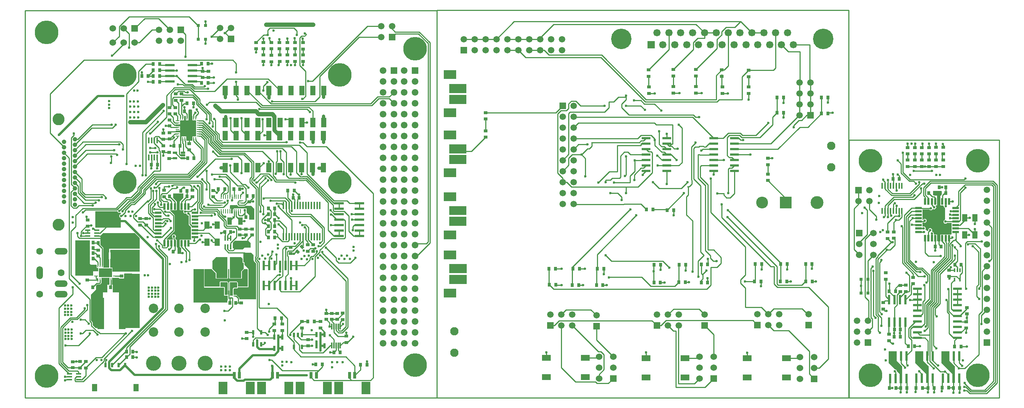
<source format=gtl>
G04*
G04 #@! TF.GenerationSoftware,Altium Limited,Altium Designer,18.1.9 (240)*
G04*
G04 Layer_Physical_Order=1*
G04 Layer_Color=255*
%FSLAX44Y44*%
%MOMM*%
G71*
G01*
G75*
%ADD10R,0.9000X0.7000*%
%ADD11R,1.6000X0.8000*%
%ADD12R,3.0000X2.1000*%
%ADD13R,0.7000X0.9000*%
%ADD14R,2.0574X0.6096*%
%ADD15R,2.1000X1.4000*%
%ADD16C,0.2540*%
%ADD17R,0.8000X0.9000*%
%ADD18R,0.9000X0.8000*%
%ADD19R,0.4000X0.8500*%
%ADD20R,0.4500X1.4000*%
%ADD21R,0.6000X2.2000*%
%ADD22R,1.5000X0.5500*%
%ADD23R,0.5500X1.5000*%
%ADD24R,0.7500X0.7000*%
%ADD25R,1.2000X1.8000*%
%ADD26R,2.0000X0.6000*%
%ADD27R,0.8000X1.6000*%
%ADD28R,2.1000X3.0000*%
%ADD29R,0.6000X1.0000*%
%ADD30R,1.2500X1.8000*%
%ADD31R,1.1000X1.4000*%
%ADD32R,1.4000X1.1000*%
%ADD33R,0.2600X0.9000*%
%ADD34R,0.9000X0.2600*%
%ADD35R,3.0700X2.0700*%
%ADD36R,2.1844X0.5588*%
%ADD37R,0.5588X2.1844*%
%ADD38R,2.2000X0.6000*%
%ADD39R,1.1684X0.3556*%
%ADD40R,0.3556X1.1684*%
%ADD41R,1.2700X2.2600*%
%ADD42R,1.5000X1.2000*%
%ADD43R,1.6000X7.3500*%
%ADD44R,0.2200X1.7900*%
%ADD45R,0.6000X0.2400*%
%ADD46R,0.2400X0.6000*%
G04:AMPARAMS|DCode=47|XSize=0.9mm|YSize=0.7mm|CornerRadius=0mm|HoleSize=0mm|Usage=FLASHONLY|Rotation=315.000|XOffset=0mm|YOffset=0mm|HoleType=Round|Shape=Rectangle|*
%AMROTATEDRECTD47*
4,1,4,-0.5657,0.0707,-0.0707,0.5657,0.5657,-0.0707,0.0707,-0.5657,-0.5657,0.0707,0.0*
%
%ADD47ROTATEDRECTD47*%

%ADD48R,0.6000X1.1000*%
%ADD49R,0.5588X1.2700*%
%ADD50R,0.3000X1.4500*%
%ADD51R,1.7000X1.1000*%
%ADD52R,0.4318X1.6510*%
%ADD53R,1.0000X1.8000*%
%ADD54R,0.2500X1.0000*%
%ADD55R,1.0000X0.2500*%
%ADD56R,0.4500X1.3500*%
%ADD57R,1.0000X0.4700*%
%ADD58R,0.8400X0.2600*%
%ADD59R,0.2600X0.8400*%
%ADD60R,3.6000X3.6000*%
%ADD61C,0.7620*%
%ADD62C,0.5080*%
%ADD63C,1.0000*%
%ADD64C,0.8890*%
%ADD65C,1.6900*%
%ADD66R,1.6900X1.6900*%
%ADD67C,4.7600*%
%ADD68R,1.5000X1.5000*%
%ADD69C,1.5000*%
%ADD70C,1.5240*%
%ADD71R,1.5240X1.5240*%
%ADD72R,1.5000X1.5000*%
%ADD73C,1.9500*%
%ADD74C,3.0000*%
%ADD75C,2.7500*%
%ADD76R,2.7500X2.7500*%
%ADD77C,0.6000*%
%ADD78C,5.5000*%
%ADD79C,1.5500*%
%ADD80R,1.5500X1.5500*%
%ADD81C,1.0668*%
%ADD82C,3.5000*%
%ADD83C,2.2000*%
%ADD84O,3.0160X1.5080*%
%ADD85C,1.6000*%
%ADD86O,1.5080X3.0160*%
%ADD87R,1.5240X1.5240*%
%ADD88C,2.7940*%
G36*
X1281700Y963268D02*
X1241329D01*
Y984268D01*
X1281700D01*
Y963268D01*
D02*
G37*
G36*
Y938268D02*
X1241329D01*
Y959268D01*
X1281700D01*
Y938268D01*
D02*
G37*
G36*
X643000Y910377D02*
X643601Y909775D01*
Y905601D01*
X643626Y905476D01*
Y899877D01*
X652576D01*
Y891574D01*
Y881574D01*
Y871574D01*
Y862625D01*
X643626D01*
Y857025D01*
X643601Y856901D01*
Y852751D01*
X630028Y852751D01*
X629299Y853480D01*
Y856901D01*
X629274Y857025D01*
Y862625D01*
X618626D01*
Y857025D01*
X618601Y856901D01*
Y852751D01*
X616898D01*
X616000Y853649D01*
X616000Y860250D01*
X615324Y860927D01*
Y871574D01*
X609724D01*
X609600Y871599D01*
X605250D01*
Y875926D01*
X615324D01*
Y886575D01*
X609724D01*
X609600Y886599D01*
X605250D01*
Y890902D01*
X609600D01*
X609724Y890927D01*
X615324D01*
Y899877D01*
X624274D01*
Y905476D01*
X624299Y905601D01*
Y909751D01*
X628601D01*
Y905601D01*
X628626Y905476D01*
Y899877D01*
X634274D01*
Y905476D01*
X634299Y905601D01*
Y909751D01*
X634500D01*
Y923251D01*
X635000Y923751D01*
X643000D01*
Y910377D01*
D02*
G37*
G36*
X1281700Y823182D02*
X1241329D01*
Y844182D01*
X1281700D01*
Y823182D01*
D02*
G37*
G36*
Y798182D02*
X1241329D01*
Y819182D01*
X1281700D01*
Y798182D01*
D02*
G37*
G36*
X2388242Y735045D02*
X2388006Y727825D01*
X2387816Y727634D01*
X2387198Y726710D01*
X2386981Y725620D01*
X2385983Y725002D01*
X2384750D01*
Y718940D01*
X2384856D01*
Y702116D01*
X2391809D01*
X2392721Y700846D01*
X2392517Y699824D01*
X2392868Y698059D01*
X2393868Y696562D01*
X2395365Y695563D01*
X2395418Y695552D01*
Y668436D01*
X2394923Y668337D01*
X2393426Y667338D01*
X2392426Y665841D01*
X2392075Y664076D01*
X2392426Y662311D01*
X2393426Y660814D01*
X2394923Y659815D01*
X2396688Y659463D01*
X2398453Y659815D01*
X2399950Y660814D01*
X2400226Y661227D01*
X2411106D01*
Y635866D01*
X2409404Y634164D01*
X2384856D01*
Y618610D01*
X2377404Y618610D01*
Y634164D01*
X2370623D01*
X2369591Y635434D01*
X2369743Y636198D01*
X2369391Y637963D01*
X2368392Y639460D01*
X2366895Y640460D01*
X2365712Y640695D01*
X2365073Y641947D01*
X2365069Y642019D01*
X2365390Y642499D01*
X2365741Y644264D01*
X2365390Y646029D01*
X2364390Y647526D01*
X2362893Y648525D01*
X2361128Y648877D01*
X2359363Y648525D01*
X2357866Y647526D01*
X2356866Y646029D01*
X2356515Y644264D01*
X2356612Y643777D01*
X2355116Y642280D01*
X2354668Y642236D01*
X2350369Y646535D01*
X2350689Y648140D01*
X2350338Y649905D01*
X2349338Y651402D01*
X2347841Y652402D01*
X2346076Y652753D01*
X2344471Y652433D01*
X2343154Y653751D01*
Y661639D01*
X2346621D01*
X2348380Y661289D01*
X2350145Y661640D01*
X2351642Y662640D01*
X2352641Y664137D01*
X2352993Y665902D01*
X2352641Y667667D01*
X2351642Y669164D01*
X2350145Y670163D01*
X2348380Y670515D01*
X2346615Y670163D01*
X2345118Y669164D01*
X2344424Y668124D01*
X2343154Y668510D01*
Y691822D01*
X2343478Y692146D01*
X2359549D01*
X2359608Y692056D01*
X2361105Y691057D01*
X2362870Y690705D01*
X2364635Y691057D01*
X2366132Y692056D01*
X2366768Y693009D01*
X2367132Y693553D01*
X2368384Y693340D01*
X2368761Y693089D01*
X2370526Y692737D01*
X2372291Y693089D01*
X2373788Y694088D01*
X2374787Y695585D01*
X2375139Y697350D01*
X2374787Y699115D01*
X2373788Y700612D01*
X2373437Y700846D01*
X2373822Y702116D01*
X2377404D01*
Y720164D01*
X2377334D01*
X2377315Y725002D01*
X2370656D01*
X2370210Y725091D01*
X2370210Y725091D01*
X2367478D01*
Y735958D01*
X2387358D01*
X2388242Y735045D01*
D02*
G37*
G36*
X1281700Y679418D02*
X1241329D01*
Y700418D01*
X1281700D01*
Y679418D01*
D02*
G37*
G36*
X748093Y702350D02*
X749416Y701027D01*
X749594D01*
X750285Y700335D01*
X750976Y699873D01*
Y699576D01*
X751921D01*
X752299Y699501D01*
X752302Y699501D01*
X765100D01*
X765100Y699501D01*
X766190Y699718D01*
X767114Y700336D01*
X767805Y701027D01*
X780500D01*
X787656Y693870D01*
Y668750D01*
X776500D01*
X776500Y679906D01*
X770500Y685906D01*
X770500Y695201D01*
X766320D01*
X765501Y695364D01*
X764682Y695201D01*
X739422Y695201D01*
X738149Y695201D01*
X738149D01*
X738218Y694086D01*
X738226Y693962D01*
X738226Y693931D01*
Y688226D01*
X738151Y687850D01*
Y683250D01*
X733774D01*
Y694374D01*
X731678D01*
X731000Y695052D01*
X731000Y701452D01*
X731898Y702350D01*
X748093Y702350D01*
D02*
G37*
G36*
X1281700Y654418D02*
X1241329D01*
Y675418D01*
X1281700D01*
Y654418D01*
D02*
G37*
G36*
X469447Y687344D02*
X470447Y685848D01*
X471944Y684848D01*
X473709Y684497D01*
X475474Y684848D01*
X475944Y685162D01*
X477214Y684483D01*
X477214Y681869D01*
X476541Y681736D01*
X475044Y680736D01*
X474044Y679239D01*
X473693Y677474D01*
X474044Y675709D01*
X475044Y674212D01*
X476541Y673212D01*
X477214Y673079D01*
X477214Y650451D01*
X418220Y650451D01*
X418220Y688390D01*
X469239Y688390D01*
X469447Y687344D01*
D02*
G37*
G36*
X622999Y719618D02*
X614725Y711344D01*
Y707344D01*
X614725D01*
Y690421D01*
X622673D01*
X623272Y689301D01*
X623144Y689109D01*
X622793Y687344D01*
X623144Y685579D01*
X624144Y684083D01*
X625640Y683083D01*
X627406Y682732D01*
X629171Y683083D01*
X629272Y683150D01*
X630456Y682414D01*
X630740Y680986D01*
X631740Y679489D01*
X633236Y678489D01*
X635001Y678138D01*
X635151Y678015D01*
Y658243D01*
X635368Y657153D01*
X635986Y656229D01*
X635986Y656229D01*
X640975Y651239D01*
Y640719D01*
Y632719D01*
Y624171D01*
X640975D01*
X641276Y623445D01*
X640000Y622168D01*
X639273Y622469D01*
Y622469D01*
X614725D01*
Y605691D01*
X614725Y605344D01*
X614499Y605344D01*
X614725Y604421D01*
X615423D01*
X615463Y604380D01*
X617499Y602344D01*
Y589430D01*
X609499D01*
Y602845D01*
X607273Y605070D01*
Y622469D01*
X605532D01*
X603850Y624151D01*
Y626214D01*
X604263Y626489D01*
X605263Y627986D01*
X605614Y629751D01*
X605263Y631516D01*
X604263Y633013D01*
X602766Y634013D01*
X601001Y634364D01*
X599236Y634013D01*
X597740Y633013D01*
X596740Y631516D01*
X596389Y629751D01*
X596740Y627986D01*
X597740Y626489D01*
X598153Y626214D01*
Y622971D01*
X598152Y622971D01*
X597740Y622469D01*
X584095D01*
X583609Y623642D01*
X601778Y641812D01*
X602396Y642736D01*
X602612Y643826D01*
X602612Y643826D01*
Y677854D01*
X602612Y677854D01*
X602396Y678944D01*
X601778Y679868D01*
X592881Y688765D01*
X592881Y688765D01*
X592304Y689151D01*
X592689Y690421D01*
X607273D01*
Y708469D01*
X607273D01*
Y711071D01*
X598999Y719344D01*
Y729344D01*
X622999Y729344D01*
Y719618D01*
D02*
G37*
G36*
X755563Y619437D02*
X774393Y619437D01*
X779750Y614079D01*
Y603250D01*
X764297Y603250D01*
X760400Y599353D01*
X741897Y599353D01*
X738149Y603101D01*
X738149Y615360D01*
X742226Y619437D01*
X755563Y619437D01*
D02*
G37*
G36*
X520884Y626616D02*
X520884Y600602D01*
X464605Y600601D01*
X450500Y600602D01*
Y593140D01*
X449500Y591940D01*
Y577550D01*
X450500Y576550D01*
Y556874D01*
X436808D01*
Y561726D01*
X436833Y561850D01*
Y602066D01*
X436833Y602066D01*
X436616Y603156D01*
X435998Y604081D01*
X430076Y610003D01*
X430076Y623400D01*
X430076Y631090D01*
X436505Y637518D01*
X461233Y637519D01*
X509981Y637519D01*
X520884Y626616D01*
D02*
G37*
G36*
X520850Y547500D02*
X458000D01*
X458000Y556786D01*
X452500Y556786D01*
X452500Y576750D01*
X453800Y578050D01*
Y591685D01*
X452500Y592950D01*
Y598750D01*
X520850D01*
Y547500D01*
D02*
G37*
G36*
X1282208Y544036D02*
X1241837D01*
Y565036D01*
X1282208D01*
Y544036D01*
D02*
G37*
G36*
X405500Y566250D02*
X408000Y563750D01*
X420237Y563750D01*
X421135Y562852D01*
Y561850D01*
X421160Y561725D01*
Y555826D01*
X424650D01*
Y548250D01*
X413000D01*
Y538250D01*
X371003D01*
Y620750D01*
X405500D01*
Y566250D01*
D02*
G37*
G36*
X760699Y577939D02*
Y569374D01*
X761182Y568207D01*
X762349Y567724D01*
X763025D01*
Y563404D01*
X763366Y562579D01*
X763420Y562449D01*
Y554777D01*
X757333Y548690D01*
X757333Y532800D01*
X731258D01*
X731258Y581305D01*
X757333Y581305D01*
X760699Y577939D01*
D02*
G37*
G36*
X725648Y581500D02*
X725648Y532975D01*
X725576Y532800D01*
X699660D01*
X699660Y545140D01*
X690347Y554453D01*
X690347Y572820D01*
X699027Y581500D01*
X725648Y581500D01*
D02*
G37*
G36*
X520884Y542951D02*
X520884Y416394D01*
X472900Y416394D01*
X472700Y416550D01*
Y499781D01*
X458658D01*
X458658Y517174D01*
X456833D01*
Y528150D01*
X456808Y528274D01*
Y533000D01*
X472662D01*
Y531848D01*
X484710D01*
Y541747D01*
X485930Y543015D01*
X520884Y542951D01*
D02*
G37*
G36*
X772492Y552950D02*
X772492Y523633D01*
X772516Y523575D01*
Y512759D01*
X750603Y512759D01*
X749705Y513657D01*
X749705Y522211D01*
X749222Y523378D01*
X748324Y524276D01*
X747158Y524759D01*
X731073Y524759D01*
X729906Y524276D01*
X729423Y523109D01*
Y514235D01*
X729530Y513978D01*
Y504863D01*
X729602Y504690D01*
X729570Y504530D01*
X729755Y503599D01*
Y494109D01*
X727722D01*
X727356Y494657D01*
Y503599D01*
X727542Y504530D01*
X727510Y504690D01*
X727581Y504863D01*
Y513936D01*
X727705Y514235D01*
Y522186D01*
X727222Y523353D01*
X726324Y524251D01*
X725157Y524734D01*
X709055Y524734D01*
X707889Y524251D01*
X707406Y523084D01*
X707406Y512759D01*
X672360Y512759D01*
Y553937D01*
X672360Y553937D01*
X688911D01*
X689181Y553287D01*
X698010Y544457D01*
X698010Y532800D01*
X698493Y531633D01*
X699660Y531150D01*
X725576D01*
X725879Y531276D01*
X726207Y531276D01*
X726439Y531508D01*
X726742Y531633D01*
X726868Y531937D01*
X727100Y532169D01*
X727172Y532344D01*
X727172Y532672D01*
X727298Y532975D01*
Y553937D01*
X729609D01*
X729609Y532800D01*
X730092Y531633D01*
X731258Y531150D01*
X757333D01*
X758499Y531633D01*
X758982Y532800D01*
X758982Y548007D01*
X764586Y553611D01*
X764722Y553937D01*
X771505D01*
X772492Y552950D01*
D02*
G37*
G36*
X1282208Y519036D02*
X1241837D01*
Y540036D01*
X1282208D01*
Y519036D01*
D02*
G37*
G36*
X748056Y522211D02*
X748055Y510687D01*
X739681Y510687D01*
Y508435D01*
X738032D01*
Y503435D01*
Y492109D01*
X731404Y492109D01*
Y503761D01*
X731188Y504851D01*
X731180Y504863D01*
Y514235D01*
X731073D01*
Y523109D01*
X747158Y523109D01*
X748056Y522211D01*
D02*
G37*
G36*
X786280Y586198D02*
Y574644D01*
X787273Y573651D01*
Y573139D01*
X787273Y573139D01*
X787490Y572048D01*
X788108Y571124D01*
X788108Y571124D01*
X792067Y567164D01*
Y483037D01*
X753260Y483037D01*
Y485924D01*
X753260Y485924D01*
X753043Y487015D01*
X752426Y487939D01*
X747639Y492726D01*
X747080Y493099D01*
Y493435D01*
X746252D01*
X745624Y493560D01*
X745624Y493560D01*
X742556D01*
X741928Y493435D01*
X739681D01*
Y503435D01*
Y506786D01*
X739681D01*
X740848Y507269D01*
X741331Y508435D01*
Y509037D01*
X748055Y509037D01*
X749222Y509520D01*
X749705Y510687D01*
Y511109D01*
X774141Y511109D01*
Y512585D01*
X774165D01*
Y523633D01*
X774141D01*
X774141Y553937D01*
X764674Y563404D01*
Y569374D01*
X762349D01*
Y589568D01*
X764781Y592000D01*
X780478D01*
X786280Y586198D01*
D02*
G37*
G36*
X726056Y522186D02*
Y514235D01*
X725932D01*
Y504863D01*
X725924Y504851D01*
X725707Y503761D01*
Y494657D01*
X724809Y493759D01*
X719088Y493759D01*
X719088Y510537D01*
X718604Y511703D01*
X718604Y511703D01*
X717438Y512186D01*
X709055D01*
X709055Y523084D01*
X725157Y523084D01*
X726056Y522186D01*
D02*
G37*
G36*
X670710Y553937D02*
Y510537D01*
X717438D01*
X717438Y492109D01*
X725707Y492109D01*
Y481133D01*
X725531D01*
Y475326D01*
X647467D01*
X646570Y476225D01*
X646592Y510537D01*
Y553937D01*
X670710Y553937D01*
D02*
G37*
G36*
X451134Y517174D02*
X445920D01*
Y499450D01*
X436000D01*
Y416394D01*
X418259D01*
X411643Y423010D01*
Y429170D01*
X411643Y429170D01*
X411426Y430260D01*
X410808Y431184D01*
X408129Y433864D01*
Y483444D01*
X408129Y483445D01*
X408000Y484091D01*
Y494051D01*
X419459Y505510D01*
Y514946D01*
X422189Y517676D01*
X428810D01*
X432634Y521500D01*
Y533126D01*
X451134D01*
Y517174D01*
D02*
G37*
G36*
X2405920Y340480D02*
X2418874Y327526D01*
Y288410D01*
X2413032D01*
Y309746D01*
X2387378Y335400D01*
Y362070D01*
X2387632Y362324D01*
X2405920D01*
Y340480D01*
D02*
G37*
G36*
X2344552D02*
X2357506Y327526D01*
Y288410D01*
X2351664D01*
Y309746D01*
X2326010Y335400D01*
Y362070D01*
X2326264Y362324D01*
X2344552D01*
Y340480D01*
D02*
G37*
G36*
X2283150Y339972D02*
X2296104Y327018D01*
Y287902D01*
X2290262D01*
Y309238D01*
X2283329Y316171D01*
X2283094Y317353D01*
X2282094Y318850D01*
X2280597Y319849D01*
X2279415Y320085D01*
X2264608Y334892D01*
Y361562D01*
X2264862Y361816D01*
X2283150D01*
Y339972D01*
D02*
G37*
D10*
X1983208Y796544D02*
D03*
Y811544D02*
D03*
X1326208Y903036D02*
D03*
Y918036D02*
D03*
X1983208Y774896D02*
D03*
Y759896D02*
D03*
X1326206Y875616D02*
D03*
Y860616D02*
D03*
X1938200Y962536D02*
D03*
Y977536D02*
D03*
Y1016413D02*
D03*
Y1001413D02*
D03*
X1816063Y1018413D02*
D03*
Y1003413D02*
D03*
X1876208Y1017413D02*
D03*
Y1002413D02*
D03*
X1763208Y1018413D02*
D03*
Y1003413D02*
D03*
X1705663Y1017413D02*
D03*
Y1002413D02*
D03*
X1816063Y963536D02*
D03*
Y978536D02*
D03*
X1877513Y962536D02*
D03*
Y977536D02*
D03*
X1763378Y963231D02*
D03*
Y978231D02*
D03*
X1706588Y962536D02*
D03*
Y977536D02*
D03*
X2257916Y545084D02*
D03*
Y530084D02*
D03*
X2446560Y449058D02*
D03*
Y464058D02*
D03*
X2276368Y625334D02*
D03*
Y640334D02*
D03*
X2261814Y624946D02*
D03*
Y639946D02*
D03*
X2251618Y475572D02*
D03*
Y460572D02*
D03*
X2304464Y516128D02*
D03*
Y501128D02*
D03*
X2321504Y534416D02*
D03*
Y519416D02*
D03*
X2265278Y386948D02*
D03*
Y401948D02*
D03*
X2341900Y836600D02*
D03*
Y821600D02*
D03*
X2325390Y836600D02*
D03*
Y821600D02*
D03*
X2308880Y836600D02*
D03*
Y821600D02*
D03*
X2358410Y836600D02*
D03*
Y821600D02*
D03*
X2374920Y837050D02*
D03*
Y822050D02*
D03*
X2391430Y836930D02*
D03*
Y821930D02*
D03*
X2358410Y807150D02*
D03*
Y792150D02*
D03*
X2374920Y807150D02*
D03*
Y792150D02*
D03*
X2391430Y807270D02*
D03*
Y792270D02*
D03*
X2325538Y807271D02*
D03*
Y792271D02*
D03*
X2341900Y807270D02*
D03*
Y792270D02*
D03*
X2308880Y807270D02*
D03*
Y792270D02*
D03*
X924710Y595473D02*
D03*
Y610473D02*
D03*
X912010Y595425D02*
D03*
Y610425D02*
D03*
X872640Y604570D02*
D03*
Y589570D02*
D03*
X692001Y736850D02*
D03*
Y721850D02*
D03*
X792422Y1081250D02*
D03*
Y1066250D02*
D03*
X834342Y425600D02*
D03*
Y410600D02*
D03*
X853233Y425854D02*
D03*
Y410854D02*
D03*
X1002500Y397500D02*
D03*
Y382500D02*
D03*
X898932Y431750D02*
D03*
Y416750D02*
D03*
X941832Y431750D02*
D03*
Y416750D02*
D03*
X993742Y450780D02*
D03*
Y435780D02*
D03*
X382044Y338236D02*
D03*
Y323236D02*
D03*
X395666Y338236D02*
D03*
Y323236D02*
D03*
X536856Y655841D02*
D03*
Y670841D02*
D03*
X522356Y655841D02*
D03*
Y670841D02*
D03*
X577999Y736945D02*
D03*
Y721945D02*
D03*
X643632Y736945D02*
D03*
Y721945D02*
D03*
X591000Y914750D02*
D03*
Y929751D02*
D03*
X604000Y914750D02*
D03*
Y929751D02*
D03*
X605000Y946251D02*
D03*
Y961251D02*
D03*
X619000Y946251D02*
D03*
Y961251D02*
D03*
X809200Y1036849D02*
D03*
Y1051849D02*
D03*
X828100Y1036250D02*
D03*
Y1051250D02*
D03*
X847000Y1036849D02*
D03*
Y1051849D02*
D03*
X865000Y1036849D02*
D03*
Y1051849D02*
D03*
X882600Y1036849D02*
D03*
Y1051849D02*
D03*
X901100Y1036849D02*
D03*
Y1051849D02*
D03*
X809500Y1066333D02*
D03*
Y1081333D02*
D03*
X828100Y1066333D02*
D03*
Y1081333D02*
D03*
X846700Y1066333D02*
D03*
Y1081333D02*
D03*
X865300Y1066333D02*
D03*
Y1081333D02*
D03*
X901100Y1065750D02*
D03*
Y1080750D02*
D03*
X882900Y1066333D02*
D03*
Y1081333D02*
D03*
D11*
X1272208Y955986D02*
D03*
Y943486D02*
D03*
Y968486D02*
D03*
Y980986D02*
D03*
Y840616D02*
D03*
Y828116D02*
D03*
Y803116D02*
D03*
Y815616D02*
D03*
Y696536D02*
D03*
Y684036D02*
D03*
Y659036D02*
D03*
Y671536D02*
D03*
Y560678D02*
D03*
Y548178D02*
D03*
Y523178D02*
D03*
Y535678D02*
D03*
D12*
X1243208Y1006486D02*
D03*
Y917986D02*
D03*
Y777616D02*
D03*
Y866116D02*
D03*
Y633536D02*
D03*
Y722036D02*
D03*
Y497678D02*
D03*
Y586178D02*
D03*
D13*
X1529608Y554036D02*
D03*
X1544608D02*
D03*
X1528238Y516036D02*
D03*
X1543238D02*
D03*
X1777208Y564036D02*
D03*
X1792208D02*
D03*
X1718708Y564036D02*
D03*
X1733708D02*
D03*
X1584318Y516036D02*
D03*
X1599318D02*
D03*
X1954208Y565036D02*
D03*
X1969208D02*
D03*
X1776208Y522904D02*
D03*
X1791208D02*
D03*
X1489608Y516786D02*
D03*
X1474608D02*
D03*
X1700903Y692036D02*
D03*
X1715903D02*
D03*
X2086708Y525036D02*
D03*
X2071708D02*
D03*
X1733233Y522036D02*
D03*
X1718233D02*
D03*
X2019840Y917786D02*
D03*
X2004840D02*
D03*
X2027208Y524536D02*
D03*
X2012208D02*
D03*
X1967208Y524536D02*
D03*
X1952208D02*
D03*
X2123208Y915786D02*
D03*
X2108208D02*
D03*
X1843208Y522036D02*
D03*
X1828208D02*
D03*
X1601358Y554036D02*
D03*
X1586358D02*
D03*
X2086188Y565036D02*
D03*
X2071188D02*
D03*
X2028208D02*
D03*
X2013208D02*
D03*
X1843208Y564786D02*
D03*
X1828208D02*
D03*
X1489108Y554036D02*
D03*
X1474108D02*
D03*
X1763903Y691036D02*
D03*
X1748903D02*
D03*
X2019840Y953338D02*
D03*
X2004840D02*
D03*
X2123208Y953339D02*
D03*
X2108208D02*
D03*
X2433398Y563746D02*
D03*
X2418398D02*
D03*
X2433144Y373170D02*
D03*
X2418144D02*
D03*
X2280236Y501774D02*
D03*
X2265236D02*
D03*
X2324940Y374008D02*
D03*
X2309940D02*
D03*
X2382536Y744086D02*
D03*
X2397536D02*
D03*
X2266414Y276523D02*
D03*
X2281414D02*
D03*
X2343281Y276318D02*
D03*
X2328281D02*
D03*
X2403934Y277279D02*
D03*
X2388934D02*
D03*
X704425Y739750D02*
D03*
X719426D02*
D03*
X836378Y439182D02*
D03*
X851378D02*
D03*
X931272Y331549D02*
D03*
X946272D02*
D03*
X1050100Y330550D02*
D03*
X1035100D02*
D03*
X988090Y359714D02*
D03*
X973090D02*
D03*
X912750Y431750D02*
D03*
X927750D02*
D03*
X785585Y723600D02*
D03*
X770585D02*
D03*
X835566Y627222D02*
D03*
X820565D02*
D03*
X835566Y640746D02*
D03*
X820565D02*
D03*
X835566Y653746D02*
D03*
X820565D02*
D03*
X835566Y667846D02*
D03*
X820565D02*
D03*
X835566Y681022D02*
D03*
X820565D02*
D03*
X835566Y695171D02*
D03*
X820565D02*
D03*
X880900Y736750D02*
D03*
X865900D02*
D03*
X631500Y735750D02*
D03*
X616500D02*
D03*
X567720Y989380D02*
D03*
X552720D02*
D03*
X552650Y1002899D02*
D03*
X567650D02*
D03*
X552650Y1016850D02*
D03*
X567650D02*
D03*
X552650Y1030850D02*
D03*
X567650D02*
D03*
X680150Y986750D02*
D03*
X665150D02*
D03*
X680150Y1031750D02*
D03*
X665150D02*
D03*
X632723Y811751D02*
D03*
X647722D02*
D03*
X646500Y939750D02*
D03*
X631500D02*
D03*
D14*
X1699903Y858136D02*
D03*
Y845436D02*
D03*
Y832736D02*
D03*
Y820036D02*
D03*
Y807336D02*
D03*
Y794636D02*
D03*
Y781936D02*
D03*
X1747909D02*
D03*
Y794636D02*
D03*
Y807336D02*
D03*
Y820036D02*
D03*
Y832736D02*
D03*
Y845436D02*
D03*
Y858136D02*
D03*
X1857202D02*
D03*
Y845436D02*
D03*
Y832736D02*
D03*
Y820036D02*
D03*
Y807336D02*
D03*
Y794636D02*
D03*
Y781936D02*
D03*
X1905208D02*
D03*
Y794636D02*
D03*
Y807336D02*
D03*
Y820036D02*
D03*
Y832736D02*
D03*
Y845436D02*
D03*
Y858136D02*
D03*
D15*
X1558405Y302036D02*
D03*
Y347036D02*
D03*
X1467405Y302036D02*
D03*
Y347036D02*
D03*
X1790508Y301536D02*
D03*
Y346536D02*
D03*
X1699508Y301536D02*
D03*
Y346536D02*
D03*
X2026252Y301536D02*
D03*
Y346536D02*
D03*
X1935252Y301536D02*
D03*
Y346536D02*
D03*
D16*
X2025754Y707172D02*
Y717350D01*
X1983208Y759896D02*
X2025754Y717350D01*
X1983208Y795182D02*
X1984098Y796072D01*
X1983208Y774896D02*
Y795182D01*
X1891111Y730263D02*
Y786562D01*
Y730133D02*
Y730263D01*
X1930208Y524536D02*
X1952208D01*
X1890118Y691126D02*
X2013208Y568036D01*
X1889470Y674774D02*
X2004898Y559346D01*
X1889488Y675036D02*
X1889610Y674914D01*
X1876208Y673668D02*
Y704318D01*
X1865730Y730036D02*
X1880951D01*
X1856530Y572036D02*
X1864208D01*
Y572042D01*
X1864456Y572036D02*
X1864464Y572044D01*
X1821826Y535678D02*
Y535688D01*
X1748903Y691036D02*
X1788000Y730133D01*
X1787756Y730286D02*
X1787909Y730133D01*
X1717708Y547914D02*
Y563036D01*
Y547914D02*
X1717906Y548112D01*
X2124652Y917230D02*
X2134466D01*
X2123208Y915786D02*
X2124652Y917230D01*
X1837528Y597032D02*
X1849684Y584876D01*
Y578882D02*
Y584876D01*
Y578882D02*
X1856530Y572036D01*
X1843890Y565468D02*
Y576870D01*
X1843208Y564786D02*
X1843890Y565468D01*
X1920090Y853984D02*
X1926186D01*
X1915938Y858136D02*
X1920090Y853984D01*
X1905208Y845436D02*
X1990240D01*
X2056240Y911436D01*
X1775952Y889583D02*
X1783368Y882167D01*
X1844132Y598460D02*
X1856968D01*
X1843708Y598036D02*
X1844132Y598460D01*
X1856968Y598276D02*
Y598460D01*
Y598276D02*
X1874368Y580876D01*
X1820898Y536606D02*
Y572237D01*
X1798160Y725925D02*
Y744298D01*
X1793880Y721645D02*
X1798160Y725925D01*
X1796582Y745876D02*
X1798160Y744298D01*
X1717708Y522561D02*
Y547914D01*
X1489976Y516418D02*
X1503014D01*
X1489608Y516786D02*
X1489976Y516418D01*
X1763903Y679209D02*
Y691036D01*
X1843208Y522036D02*
Y532754D01*
X1791208Y522904D02*
X1800084D01*
X1733233Y522036D02*
X1743276D01*
X1601358Y542034D02*
Y554036D01*
X1544608Y554036D02*
X1557886D01*
X1489108Y554036D02*
X1503014D01*
X1599318Y516036D02*
X1608304D01*
X1543238Y516036D02*
X1553188D01*
X1467405Y347036D02*
Y359389D01*
X1699508Y346536D02*
Y359590D01*
X1935252Y346536D02*
Y359181D01*
X2086708Y525036D02*
X2095586D01*
X2027208Y524536D02*
X2036940D01*
X1967208Y514258D02*
X1967334Y514132D01*
X1967208Y514258D02*
Y524536D01*
X2086188Y554028D02*
Y565036D01*
X2028040Y552994D02*
X2028208Y553162D01*
Y565036D01*
X1969208Y552898D02*
Y565036D01*
X1792208Y550454D02*
Y564036D01*
X1733708Y552032D02*
Y564036D01*
X1905208Y858136D02*
X1915938D01*
X1747909D02*
Y868239D01*
X1706588Y962536D02*
X1720098D01*
X1763378Y963231D02*
X1777663D01*
X1816063Y963536D02*
X1828982D01*
X1877513Y962536D02*
X1890466D01*
X1938200Y948040D02*
Y962536D01*
X2123208Y941278D02*
Y953339D01*
X2019840Y940598D02*
Y953338D01*
Y906490D02*
Y917786D01*
X1857202Y773316D02*
Y781936D01*
X1983208Y811544D02*
X1993242D01*
X1692252Y772704D02*
Y774285D01*
X1699903Y781936D01*
X1272208Y828116D02*
X1293706D01*
X1906468Y1116296D02*
X1920178Y1130006D01*
X1885825Y1116296D02*
X1906468D01*
X1875578Y1106049D02*
X1885825Y1116296D01*
X1875578Y1098958D02*
Y1106049D01*
X1864863Y1088243D02*
X1875578Y1098958D01*
X1864863Y1067214D02*
Y1088243D01*
X1816063Y1018413D02*
X1864863Y1067214D01*
X1835708Y1090913D02*
Y1104036D01*
X1819842Y1090913D02*
X1835708D01*
X1809643Y1080714D02*
X1819842Y1090913D01*
X1809643Y1064848D02*
Y1080714D01*
X1763208Y1018413D02*
X1809643Y1064848D01*
X1752878Y1064629D02*
Y1104036D01*
X1705663Y1017413D02*
X1752878Y1064629D01*
X1549516Y820036D02*
X1558405Y811146D01*
Y769051D02*
Y811146D01*
X1643208Y714036D02*
Y720997D01*
X1653208Y730636D02*
Y744726D01*
X1905362Y820190D02*
X1943208D01*
X1850708Y558036D02*
X1864958D01*
X1850708Y516148D02*
Y558036D01*
X1831986Y541606D02*
X1840458Y550078D01*
X1738786Y572346D02*
X1754108Y557024D01*
X1653208Y772468D02*
X1653208Y772468D01*
X1532275Y703876D02*
X1647417D01*
X1530916Y705236D02*
X1532275Y703876D01*
X1648776Y705236D02*
X1687703D01*
X1647417Y703876D02*
X1648776Y705236D01*
X1640392Y767407D02*
Y817169D01*
X1638256Y765271D02*
X1640392Y767407D01*
X1621023Y765271D02*
X1638256D01*
X1633208Y780445D02*
Y841560D01*
X1614442Y780445D02*
X1633208D01*
X1651080Y770340D02*
X1653208Y772468D01*
X1662133Y770073D02*
X1673208Y781148D01*
X1662133Y755111D02*
Y770073D01*
X1589108Y755111D02*
X1614442Y780445D01*
X1605858Y756036D02*
Y760951D01*
X1526231Y744726D02*
X1653208D01*
X1653208Y772468D02*
Y815616D01*
X1663156Y820036D02*
X1699903D01*
X1657416Y825776D02*
X1663156Y820036D01*
X1648999Y825776D02*
X1657416D01*
X1640392Y817169D02*
X1648999Y825776D01*
X1673208Y806836D02*
X1699403D01*
X1673208Y781148D02*
Y806836D01*
X1672293Y760951D02*
Y773049D01*
X1681416Y744726D02*
X1714434Y777744D01*
X1653208Y744726D02*
X1681416D01*
X1625232Y755111D02*
X1662133D01*
X1633729Y730476D02*
X1643208Y720997D01*
X1616703Y730476D02*
X1633729D01*
X1514921Y756036D02*
X1526231Y744726D01*
X1616703Y760951D02*
X1621023Y765271D01*
X1605858Y760951D02*
X1616703D01*
X1613208Y534036D02*
X1614442Y535270D01*
X1689379D01*
X2061858Y516226D02*
X2071188Y525556D01*
X1781924Y741252D02*
X1796708Y756036D01*
X1715684D02*
X1730468Y741252D01*
X1747909Y751412D02*
Y781936D01*
X1730468Y741252D02*
X1781924D01*
X1726209Y817932D02*
X1736805Y807336D01*
X1747909D01*
X1727081Y794636D02*
X1747909D01*
X1714434Y777744D02*
Y824228D01*
X1730457Y858350D02*
Y874036D01*
Y858350D02*
X1730563Y858244D01*
Y844059D02*
Y858244D01*
Y844059D02*
X1736044Y838578D01*
X1742067D01*
X1747909Y832736D01*
X1541915Y894036D02*
X1718876D01*
X1530916Y883036D02*
X1541915Y894036D01*
X1718876D02*
X1723198Y889714D01*
X1775952Y794636D02*
X1783368Y802052D01*
Y882167D01*
X1747909Y820036D02*
X1758453D01*
X1771153Y807336D01*
X1850458Y764036D02*
X1850708Y763786D01*
Y685481D02*
Y763786D01*
Y685481D02*
X1931208Y604981D01*
X1821143Y765261D02*
Y819971D01*
Y765261D02*
X1837288Y749116D01*
X1810983Y763314D02*
X1827128Y747169D01*
X1806868Y751828D02*
Y760244D01*
X1805903Y761209D02*
X1806868Y760244D01*
X1828808Y794636D02*
X1857202D01*
X1796582Y745876D02*
X1800916D01*
X1826223Y792051D02*
X1828808Y794636D01*
X1826223Y767365D02*
Y792051D01*
X1837528Y597032D02*
Y748774D01*
X1820898Y572237D02*
X1834426Y585765D01*
X1827128Y593063D02*
X1834426Y585765D01*
X1827128Y593063D02*
Y747169D01*
X1931208Y539904D02*
Y604981D01*
X1837288Y749014D02*
Y749116D01*
Y749014D02*
X1837528Y748774D01*
X1920048Y528744D02*
X1931208Y539904D01*
X1920048Y520328D02*
Y528744D01*
Y520328D02*
X1931208Y509168D01*
Y465036D02*
Y509168D01*
X1805903Y838243D02*
X1816065Y848404D01*
X1643048Y929628D02*
X1660310Y912366D01*
X1815236Y907286D02*
X1823208D01*
X1810156Y912366D02*
X1815236Y907286D01*
X1530916Y908436D02*
X1532066Y907286D01*
X1808052D02*
X1857202Y858136D01*
X1753751Y839594D02*
X1758759Y844602D01*
X1762006D02*
Y889714D01*
X1723198D02*
X1762006D01*
X1719619Y938370D02*
X1735463Y922526D01*
X1697794Y943450D02*
X1865312D01*
X1700008Y948530D02*
X1863208D01*
X1660310Y912366D02*
X1810156D01*
X1532066Y907286D02*
X1808052D01*
X1671713Y946536D02*
X1687524D01*
X1594808Y1046436D02*
X1697794Y943450D01*
X1596212Y1052326D02*
X1700008Y948530D01*
X1695690Y938370D02*
X1719619D01*
X1687524Y946536D02*
X1695690Y938370D01*
X1419608Y1046436D02*
X1594808D01*
X1473923Y1052326D02*
X1596212D01*
X1643048Y929628D02*
Y938044D01*
X1653208Y948204D01*
Y957036D01*
X1831716Y832736D02*
X1857202D01*
X1828808Y829828D02*
X1831716Y832736D01*
X1824600Y839988D02*
X1833016D01*
X1835188Y837816D01*
X1824600Y819668D02*
X1856834D01*
X1824232Y820036D02*
X1824600Y819668D01*
X1821208Y820036D02*
X1824232D01*
X1821143Y819971D02*
X1821208Y820036D01*
X1822428Y837816D02*
X1824600Y839988D01*
X1856834Y819668D02*
X1857202Y820036D01*
X1813959Y837816D02*
X1822428D01*
X1835188D02*
X1838988D01*
X1815233Y848404D02*
X1816065D01*
X1805903Y761209D02*
Y838243D01*
X1800916Y745876D02*
X1806868Y751828D01*
X1810983Y763314D02*
Y834840D01*
X1793880Y679995D02*
Y721645D01*
Y679995D02*
X1807958Y665918D01*
Y548036D02*
Y665918D01*
X1653208Y744726D02*
X1653208Y744726D01*
X1767030Y513726D02*
X1776208Y522904D01*
X1710923Y513726D02*
X1767030D01*
X1831986Y539886D02*
Y541606D01*
X1689379Y535270D02*
X1710923Y513726D01*
X1619277Y572346D02*
X1738786D01*
X1605858Y585765D02*
X1619277Y572346D01*
X1573208Y848404D02*
X1684148D01*
X1688364Y841560D02*
Y845436D01*
X1633208Y841560D02*
X1688364D01*
Y845436D02*
X1699903D01*
X1586358Y587658D02*
X1677208Y678508D01*
X1586358Y554036D02*
Y587658D01*
X1746223Y433946D02*
X1948298D01*
X1734313Y422036D02*
X1746223Y433946D01*
X1948298D02*
X1959208Y423036D01*
X1724908Y422036D02*
X1734313D01*
X1713598Y433346D02*
X1724908Y422036D01*
X1497823Y433346D02*
X1713598D01*
X1486513Y422036D02*
X1497823Y433346D01*
X1477108Y422036D02*
X1486513D01*
X1528238Y516036D02*
Y557468D01*
X1694061Y788794D02*
X1699903Y794636D01*
X1688038Y788794D02*
X1694061D01*
X1672293Y773049D02*
X1688038Y788794D01*
X1684148Y848404D02*
X1688038Y852294D01*
X1694061D01*
X1662805Y692036D02*
X1663208D01*
X1528238Y557468D02*
X1662805Y692036D01*
X1687703Y705236D02*
X1700903Y692036D01*
X1823008Y460736D02*
X1835708Y448036D01*
X1763808Y460736D02*
X1823008D01*
X1750508Y447436D02*
X1763808Y460736D01*
X1750308Y447436D02*
X1750508D01*
X1474608Y516786D02*
X1484348Y507046D01*
X1841606D01*
X1850708Y516148D01*
X1864958Y558036D02*
X1873892Y566970D01*
Y567352D01*
X1874368Y567828D01*
Y580876D01*
X1584318Y516036D02*
Y551996D01*
X1586358Y554036D01*
X1474108Y517286D02*
X1474608Y516786D01*
X1474108Y517286D02*
Y554036D01*
X1571448Y458746D02*
X1584508Y445686D01*
X1513818Y458746D02*
X1571448D01*
X1502508Y447436D02*
X1513818Y458746D01*
X1584508Y388636D02*
X1623208Y349936D01*
X1584508Y388636D02*
Y420286D01*
X1527908Y422036D02*
X1528248D01*
X1588918Y361366D01*
X1594922D01*
X1601618Y354670D01*
Y319802D02*
Y354670D01*
X1590188Y308372D02*
X1601618Y319802D01*
X1590188Y299136D02*
Y308372D01*
X1611778Y287706D02*
X1623208Y299136D01*
X1585453Y287706D02*
X1611778D01*
X1581934Y291226D02*
X1585453Y287706D01*
X1535715Y291226D02*
X1581934D01*
X1502508Y324433D02*
X1535715Y291226D01*
X1502508Y324433D02*
Y422036D01*
X1558405Y347036D02*
X1587288D01*
X1590188Y349936D01*
X1857202Y807336D02*
X1881332D01*
X1530916Y857636D02*
X1680680D01*
X1694061Y852294D02*
X1699903Y858136D01*
X1573208Y848404D02*
X1573368Y848244D01*
Y839828D02*
Y848244D01*
X1567416Y833876D02*
X1573368Y839828D01*
X1563356Y833876D02*
X1567416D01*
X1549516Y820036D02*
X1563356Y833876D01*
X1528121Y820036D02*
X1549516D01*
X1519606Y811521D02*
X1528121Y820036D01*
X1519606Y795526D02*
Y811521D01*
X1505516Y781436D02*
X1519606Y795526D01*
X1680680Y857636D02*
X1688038Y864994D01*
X1519606Y820926D02*
Y916336D01*
X1505516Y806836D02*
X1519606Y820926D01*
X1494206Y776751D02*
Y915342D01*
Y776751D02*
X1505516Y765441D01*
X1494206Y915342D02*
X1501390Y922526D01*
X1523016Y919746D02*
X1603486D01*
X1613368Y929628D01*
X1624306Y943141D02*
X1635362Y954196D01*
X1613368Y943141D02*
X1624306D01*
X1635362Y954196D02*
X1650368D01*
X1747909Y794636D02*
X1775952D01*
X1650368Y954196D02*
X1653208Y957036D01*
X1613368Y929628D02*
Y943141D01*
X1519606Y916336D02*
X1523016Y919746D01*
X1536000Y945146D02*
X1547310Y933836D01*
X1526231Y945146D02*
X1536000D01*
X1519606Y927538D02*
Y938521D01*
X1514594Y922526D02*
X1519606Y927538D01*
X1501390Y922526D02*
X1514594D01*
X1519606Y938521D02*
X1526231Y945146D01*
X1687408Y933836D02*
X1697208Y924036D01*
X1653208Y933836D02*
X1687408D01*
X1699403Y806836D02*
X1699903Y807336D01*
X1547310Y933836D02*
X1603208D01*
X1711768Y826894D02*
X1714434Y824228D01*
X1699903Y832736D02*
X1705745Y826894D01*
X1711768D01*
X1505516Y756036D02*
X1514921D01*
X1542715Y844036D02*
X1563208D01*
X1530916Y832236D02*
X1542715Y844036D01*
X1720403Y854036D02*
Y856359D01*
X1711768Y864994D02*
X1720403Y856359D01*
X1688038Y864994D02*
X1711768D01*
X1758759Y844602D02*
X1762006D01*
X1720403Y841519D02*
Y854036D01*
X1505516Y756036D02*
Y765441D01*
X1747909Y845436D02*
X1753751Y839594D01*
X1759774D01*
X1765332Y834036D01*
X1773208D01*
X1742067Y825878D02*
X1747909Y820036D01*
X1736044Y825878D02*
X1742067D01*
X1720403Y841519D02*
X1736044Y825878D01*
X1384300Y918036D02*
X1384301Y918036D01*
X1326208Y918036D02*
X1384300D01*
X1489716Y918036D02*
X1505516Y933836D01*
X1384301Y918036D02*
X1489716D01*
X2057576Y884036D02*
X2076458D01*
X2006276Y832736D02*
X2057576Y884036D01*
X1905208Y832736D02*
X2006276D01*
X1905208Y820036D02*
X1905362Y820190D01*
X2043208Y884036D02*
Y888346D01*
X2056240Y911436D02*
X2057208D01*
X2043208Y888346D02*
X2054988Y900126D01*
X1994768Y907715D02*
X2004840Y917786D01*
X1994768Y889828D02*
Y907715D01*
X1964854Y859914D02*
X1994768Y889828D01*
X1922153Y859914D02*
X1964854D01*
X1917073Y864994D02*
X1922153Y859914D01*
X1893343Y864994D02*
X1917073D01*
X1888589Y860240D02*
X1893343Y864994D01*
X1888589Y817932D02*
Y860240D01*
X1879301Y858136D02*
X1891239Y870074D01*
X1857202Y858136D02*
X1879301D01*
X1924257Y864994D02*
X1955566D01*
X1919177Y870074D02*
X1924257Y864994D01*
X1891239Y870074D02*
X1919177D01*
X1888589Y817932D02*
X1893343Y813178D01*
X1899366D01*
X1905208Y807336D01*
X2061893Y900126D02*
X2073203Y911436D01*
X2082608D01*
X2054988Y900126D02*
X2061893D01*
X2076458Y884036D02*
X2108208Y915786D01*
X1955566Y864994D02*
X1984608Y894036D01*
X1865312Y943450D02*
X1870392Y948530D01*
X1923208D01*
Y1001421D01*
X1402408Y1063636D02*
X1419608Y1046436D01*
X1377008Y1063636D02*
X1402408D01*
X1923208Y1001421D02*
X1938200Y1016413D01*
X1863208Y948530D02*
Y1004413D01*
X1876208Y1017413D01*
X1938200Y1016413D02*
X1996090D01*
X2001368Y1021692D01*
Y1104036D01*
X1876208Y1017413D02*
X1881708D01*
X1890928Y1026634D01*
Y1104036D01*
X1453208Y1092015D02*
X1484872Y1123679D01*
X1453208Y1089036D02*
Y1092015D01*
X1484872Y1123679D02*
X1816065D01*
X1377008Y1089036D02*
X1402408D01*
X1427808D01*
X1453208D01*
X1816065Y1123679D02*
X1835708Y1104036D01*
X1863318D01*
X1392578Y1130006D02*
X1920178D01*
X1351608Y1089036D02*
X1392578Y1130006D01*
X1920178D02*
X1946148Y1104036D01*
X1453208Y1063636D02*
X1462613D01*
X1473923Y1052326D01*
X1427808Y1063636D02*
X1453208D01*
X1326208Y1089036D02*
X1351608D01*
X1300808D02*
X1326208D01*
X1275408D02*
X1300808D01*
X1293706Y828116D02*
X1326206Y860616D01*
Y903034D02*
X1326208Y903036D01*
X1326206Y875616D02*
Y903034D01*
X1946148Y1104036D02*
X1973758D01*
X2004840Y917786D02*
Y953338D01*
X2108208Y915786D02*
Y953339D01*
X2082608Y911436D02*
Y936836D01*
Y962236D01*
Y987636D01*
X2057208Y911436D02*
Y936836D01*
Y962236D01*
Y987636D01*
X2057663Y988091D01*
Y1059836D01*
X2030973D02*
X2057663D01*
X2015173Y1075636D02*
X2030973Y1059836D01*
X2081008Y989236D02*
X2082608Y987636D01*
X2081008Y989236D02*
Y1075636D01*
X2042783D02*
X2081008D01*
X1763378Y978485D02*
Y1003336D01*
X1776208Y522904D02*
Y563036D01*
X1816571Y979298D02*
Y1002066D01*
X1938200Y977536D02*
Y1001413D01*
X2031658Y410336D02*
X2079625Y362369D01*
Y309566D02*
Y362369D01*
X2091055Y323536D02*
X2103218D01*
X2079625Y309566D02*
X2091055Y298136D01*
X2055635Y346536D02*
X2058035Y348936D01*
X2026252Y346536D02*
X2055635D01*
X1836816Y278484D02*
X1856968Y298636D01*
X1769630Y278484D02*
X1836816D01*
X1769630D02*
Y409336D01*
X1763008D02*
X1769630D01*
X1750308Y422036D02*
X1763008Y409336D01*
X1812242Y286930D02*
X1823948Y298636D01*
X1775564Y286930D02*
X1812242D01*
X1775564D02*
Y421892D01*
X1775708Y422036D01*
X1856968Y349436D02*
Y401376D01*
X1835708Y422636D02*
X1856968Y401376D01*
X1789874Y346536D02*
X1821048D01*
X1823948Y349436D01*
X1984608Y423036D02*
X1997308Y410336D01*
X2031658D01*
X2103218Y323536D02*
X2124207Y344525D01*
Y465437D01*
X2078498Y511146D02*
X2124207Y465437D01*
X2005026Y511146D02*
X2078498D01*
X1997714Y518458D02*
X2005026Y511146D01*
X1997714Y518458D02*
Y559346D01*
X1990530D02*
X1997714D01*
X1876208Y673668D02*
X1990530Y559346D01*
X1876208Y978841D02*
Y1006231D01*
Y978841D02*
X1877513Y977536D01*
X1717708Y563036D02*
X1718708Y564036D01*
X1717708Y522561D02*
X1718233Y522036D01*
X1968008Y465036D02*
X1984608Y448436D01*
X1931208Y465036D02*
X1968008D01*
X2007130Y516226D02*
X2061858D01*
X2004898Y518458D02*
X2007130Y516226D01*
X2004898Y518458D02*
Y559346D01*
X1843708Y598036D02*
Y749880D01*
X1826223Y767365D02*
X1843708Y749880D01*
X2013208Y565036D02*
Y568036D01*
X1952208Y524536D02*
X1954208Y526536D01*
X1831986Y531470D02*
Y539886D01*
X1828208Y527692D02*
X1831986Y531470D01*
X1828208Y522036D02*
Y527692D01*
Y543664D02*
Y564786D01*
Y543664D02*
X1831986Y539886D01*
X1810983Y834840D02*
X1813959Y837816D01*
X1838988D02*
X1846608Y845436D01*
X1857202D01*
X1880951Y725925D02*
Y730036D01*
Y725925D02*
X1887000Y719876D01*
X1905208Y729668D02*
Y781936D01*
X1895416Y719876D02*
X1905208Y729668D01*
X1887000Y719876D02*
X1895416D01*
X1891111Y730133D02*
X1891208Y730036D01*
X1899366Y788794D02*
X1905208Y794636D01*
X1893343Y788794D02*
X1899366D01*
X1891111Y786562D02*
X1893343Y788794D01*
X2063408Y461036D02*
X2076008Y448436D01*
X1997208Y461036D02*
X2063408D01*
X1984608Y448436D02*
X1997208Y461036D01*
X2076008Y448436D02*
X2078208D01*
X1954208Y526536D02*
Y565036D01*
X2012208Y524536D02*
X2013208Y525536D01*
Y565036D01*
X2071188Y525556D02*
Y565036D01*
X1747903Y692036D02*
X1748903Y691036D01*
X1715903Y692036D02*
X1747903D01*
X1705663Y978461D02*
X1706588Y977536D01*
X1705663Y978461D02*
Y1002413D01*
X2504289Y650290D02*
X2493060Y661520D01*
X2504289Y577367D02*
Y650290D01*
X2499304Y572382D02*
X2504289Y577367D01*
X2267430Y276523D02*
Y294788D01*
X2508353Y292379D02*
Y745423D01*
X2487992Y272018D02*
X2508353Y292379D01*
X2512417Y290507D02*
Y747106D01*
X2489865Y267954D02*
X2512417Y290507D01*
X2516481Y288184D02*
Y749421D01*
X2492187Y263890D02*
X2516481Y288184D01*
X2492187Y263890D02*
X2460522D01*
X2508353Y745423D02*
X2503848Y749928D01*
X2442164D01*
X2505531Y753992D02*
X2362398D01*
X2512417Y747106D02*
X2505531Y753992D01*
X2507846Y758056D02*
X2360715D01*
X2516481Y749421D02*
X2507846Y758056D01*
X2417770Y620483D02*
X2415513D01*
X2407150Y612120D02*
X2415513Y620483D01*
X2394958Y612072D02*
X2389130Y617900D01*
X2394958Y602270D02*
Y612072D01*
X2395088Y602140D02*
X2394958Y602270D01*
X2395088Y583012D02*
Y602140D01*
X2399022Y613990D02*
X2397130Y615882D01*
X2399022Y603953D02*
Y613990D01*
X2399228Y603747D02*
X2399022Y603953D01*
X2399228Y581405D02*
Y603747D01*
X2405130Y615847D02*
Y625140D01*
X2403086Y613803D02*
X2405130Y615847D01*
X2403086Y605637D02*
Y613803D01*
X2403292Y605431D02*
X2403086Y605637D01*
X2403292Y579721D02*
Y605431D01*
X2407150Y607320D02*
Y612120D01*
X2407356Y607114D02*
X2407150Y607320D01*
X2407356Y578038D02*
Y607114D01*
X2412944Y609466D02*
Y609720D01*
X2413960Y608450D02*
X2412944Y609466D01*
X2418786Y602608D02*
Y604640D01*
X2424199Y597195D02*
X2418786Y602608D01*
X2277562Y480018D02*
Y482304D01*
X2278324Y488686D02*
X2265236Y501774D01*
X2278324Y482304D02*
Y488686D01*
X2265236Y501774D02*
X2265878Y502416D01*
Y519804D01*
X2284118Y493452D02*
X2291786Y501120D01*
X2284118Y470147D02*
Y493452D01*
X2316678Y514590D02*
X2321504Y519416D01*
X2316678Y495258D02*
Y514590D01*
X2321504Y534416D02*
Y542947D01*
X2312614Y538092D02*
X2305890Y544816D01*
X2312614Y502300D02*
Y538092D01*
X2311442Y501128D02*
X2312614Y502300D01*
X2311442Y501128D02*
X2304464D01*
X2291786Y515120D02*
X2286848D01*
X2280236Y508508D02*
X2286848Y515120D01*
X2280236Y501774D02*
Y508508D01*
X2291786Y515120D02*
X2292794Y516128D01*
X2304464D02*
X2292794D01*
X2290262Y480018D02*
Y482304D01*
X2291024Y487688D02*
X2304464Y501128D01*
X2291024Y482304D02*
Y487688D01*
X2277024Y404488D02*
Y427480D01*
X2278324Y464353D02*
X2284118Y470147D01*
X2278324Y430304D02*
Y464353D01*
X2340300Y418712D02*
X2348174Y426586D01*
Y473322D01*
X2359096Y484244D01*
X2267744Y598036D02*
X2279292Y609584D01*
X2239208Y576700D02*
X2260544Y598036D01*
X2267744D02*
X2260544D01*
X2239208Y584894D02*
X2270537Y616223D01*
X2239208Y582518D02*
Y584894D01*
Y448909D02*
Y576700D01*
X2270537Y616223D02*
X2261814Y624946D01*
X2257496Y528359D02*
X2259221Y530084D01*
X2257496Y490432D02*
Y528359D01*
X2265624Y482304D02*
X2257496Y490432D01*
X2243272Y454272D02*
Y568826D01*
X2248606Y448938D02*
X2243272Y454272D01*
Y568826D02*
X2247590Y573144D01*
X2196790Y586606D02*
X2183836Y599560D01*
X2194510Y705126D02*
Y712120D01*
X2183836Y694452D02*
X2194510Y705126D01*
X2183836Y599560D02*
Y694452D01*
X2226842Y417906D02*
Y437276D01*
X2216548Y407612D02*
X2226842Y417906D01*
X2244034Y405250D02*
X2239668Y409616D01*
X2247590Y421506D02*
Y440527D01*
X2223000Y555082D02*
X2227016Y559098D01*
X2226842Y437276D02*
X2223000Y441118D01*
X2233874Y440302D02*
X2228794Y445382D01*
X2223000Y441118D02*
Y555082D01*
X2228794Y445382D02*
Y549014D01*
X2229810Y637406D02*
X2223968D01*
X2218126Y479992D02*
X2209744Y488374D01*
X2218126Y434590D02*
Y479992D01*
X2216548Y433012D02*
X2218126Y434590D01*
X2235144Y447226D02*
Y578454D01*
X2235398Y668394D02*
Y676522D01*
X2196790Y615975D02*
X2214570Y633755D01*
X2196790Y612006D02*
Y615975D01*
X2214570Y633755D02*
Y690492D01*
X2209744Y623182D02*
X2223968Y637406D01*
X2209744Y488374D02*
Y623182D01*
X2235144Y578454D02*
X2239208Y582518D01*
X2247590Y573144D02*
Y574414D01*
X2214570Y690492D02*
X2208220Y696842D01*
X2216350Y573146D02*
X2229810Y586606D01*
X2216350Y529962D02*
Y573146D01*
X2274902Y763764D02*
Y774686D01*
X2275656Y763009D02*
X2274902Y763764D01*
X2275656Y747721D02*
Y763009D01*
X2288902Y771100D02*
X2285944Y774058D01*
X2288902Y763764D02*
Y771100D01*
X2293310Y777455D02*
Y798442D01*
X2312709Y758056D02*
X2293310Y777455D01*
X2297374Y779138D02*
X2297628Y779392D01*
X2314392Y762120D02*
X2297374Y779138D01*
X2297628Y779392D02*
Y824350D01*
X2360366Y400424D02*
Y467274D01*
Y339530D02*
Y400424D01*
X2336726D01*
X2331138Y406012D01*
X2235398Y676522D02*
X2219910Y692010D01*
X2270704Y677792D02*
X2269156Y679340D01*
X2261814Y660520D02*
X2278832Y677538D01*
X2269156Y679340D02*
Y688721D01*
X2252162Y760088D02*
Y761866D01*
X2256156Y756094D02*
X2252162Y760088D01*
X2293310Y798442D02*
X2285436Y806316D01*
X2481524Y617594D02*
X2447488D01*
Y617914D01*
X2443472Y613898D02*
X2447488Y617914D01*
X2443472Y507406D02*
X2444186Y508120D01*
X2443472Y507406D02*
Y613898D01*
X2444948Y508120D02*
X2444186D01*
X2449266Y611498D02*
X2450790Y613022D01*
X2465268D02*
X2450790D01*
X2477714Y600576D02*
X2465268Y613022D01*
X2460696Y606672D02*
X2459680D01*
X2473650Y593718D02*
X2460696Y606672D01*
X2420892Y623605D02*
Y640394D01*
X2365940Y351181D02*
X2365975Y351478D01*
X2367224Y340226D02*
X2365940Y351181D01*
X2473650Y517584D02*
Y593718D01*
X2405510Y551120D02*
X2405578Y551188D01*
X2405324Y554214D02*
X2409134Y558024D01*
X2405324Y550934D02*
Y554214D01*
X2375860Y662806D02*
Y663060D01*
X2376622Y662044D02*
X2375860Y662806D01*
X2372670Y596370D02*
Y605910D01*
X2405832Y531488D02*
Y536426D01*
X2409896Y520896D02*
X2417620Y528620D01*
X2409896Y461384D02*
Y520896D01*
X2405832Y536426D02*
X2405324Y536934D01*
X2405324Y536934D01*
X2378654Y328796D02*
X2367224Y340226D01*
X2379416Y328796D02*
X2378654D01*
X2384816Y315080D02*
X2360366Y339530D01*
X2395926Y315080D02*
X2384816D01*
X2259782Y456558D02*
X2255632D01*
X2251618Y460572D01*
X2264862Y480018D02*
X2256064D01*
X2251618Y475572D02*
X2256064Y480018D01*
X2247590Y440527D02*
X2239208Y448909D01*
X2239668Y442702D02*
X2235144Y447226D01*
X2239668Y409616D02*
Y442702D01*
X2322774Y758056D02*
X2312709D01*
X2328362Y752468D02*
X2322774Y758056D01*
X2315342Y725290D02*
X2342875Y752823D01*
X2313659Y729354D02*
X2335982Y751677D01*
X2315342Y725290D02*
X2270958D01*
X2313659Y729354D02*
X2272641D01*
X2335982Y751677D02*
Y755718D01*
X2439868Y762120D02*
X2314392D01*
X2347412Y752823D02*
X2342875D01*
X2339792Y732336D02*
Y741546D01*
X2357270Y748864D02*
X2362398Y753992D01*
X2357270Y748739D02*
Y748864D01*
X2351495Y742965D02*
X2357270Y748739D01*
X2351495Y742965D02*
X2351371D01*
X2349698Y741292D02*
X2351371Y742965D01*
X2353206Y750547D02*
X2360715Y758056D01*
X2353206Y750423D02*
Y750547D01*
X2349812Y747029D02*
X2353206Y750423D01*
X2349812Y747029D02*
X2349687D01*
X2345634Y742975D02*
X2349687Y747029D01*
X2323856Y716400D02*
X2339792Y732336D01*
X2376114Y443858D02*
X2372812Y447160D01*
Y461828D01*
X2368494Y375786D02*
Y463559D01*
X2364430Y362345D02*
Y465242D01*
X2356302Y417630D02*
Y469099D01*
X2352238Y421760D02*
Y470782D01*
X2344110Y450208D02*
Y477452D01*
X2338014Y444112D02*
X2344110Y450208D01*
Y477452D02*
X2348174Y481516D01*
X2372812Y461828D02*
X2383734Y472750D01*
X2411420Y575938D02*
Y605910D01*
X2392539Y574716D02*
X2399228Y581405D01*
X2357064Y584066D02*
X2349130Y592000D01*
X2385512Y584066D02*
X2357064D01*
X2383734Y472750D02*
Y541902D01*
X2418405Y576573D01*
X2379670Y544188D02*
X2411420Y575938D01*
X2371288Y547717D02*
X2403292Y579721D01*
X2367224Y549401D02*
X2392539Y574716D01*
X2363160Y551084D02*
X2395088Y583012D01*
X2375606Y546288D02*
X2407356Y578038D01*
X2379670Y474735D02*
Y544188D01*
X2375606Y476418D02*
Y546288D01*
X2371288Y478196D02*
Y547717D01*
X2367224Y480021D02*
Y549401D01*
X2363160Y481704D02*
Y551084D01*
X2418405Y576573D02*
Y584828D01*
X2417262Y564882D02*
X2424199Y571819D01*
Y597195D01*
X2199850Y514470D02*
Y529962D01*
Y497962D02*
Y514470D01*
X2216548Y433012D02*
Y437054D01*
X2216350Y497962D02*
Y529962D01*
X2333264Y536934D02*
X2300930Y569268D01*
X2342669Y556380D02*
X2331729D01*
X2359096Y484244D02*
Y539953D01*
X2340986Y552316D02*
X2330045D01*
X2355032Y525392D02*
Y538270D01*
X2340986Y552316D01*
X2359096Y539953D02*
X2342669Y556380D01*
X2348174Y536934D02*
X2333264D01*
X2352238Y522598D02*
X2355032Y525392D01*
X2352238Y470782D02*
X2363160Y481704D01*
X2356302Y469099D02*
X2367224Y480021D01*
X2360366Y467274D02*
X2371288Y478196D01*
X2364430Y465242D02*
X2375606Y476418D01*
X2368494Y463559D02*
X2379670Y474735D01*
X2338471Y546474D02*
X2336947Y547998D01*
X2375606Y368674D02*
X2368494Y375786D01*
X2397130Y699824D02*
Y711140D01*
X2279292Y609584D02*
Y622410D01*
X2276368Y625334D01*
Y640334D02*
Y662332D01*
X2281668Y667632D01*
X2288656Y677538D02*
X2278832D01*
X2261814Y639946D02*
Y660520D01*
X2282156Y699404D02*
X2283404Y700652D01*
X2282156Y688721D02*
Y699404D01*
X2275656Y704860D02*
X2277798Y707002D01*
X2275656Y688721D02*
Y704860D01*
X2279086Y707002D02*
X2277798D01*
X2320488Y721226D02*
X2276709D01*
X2256156Y688721D02*
Y700673D01*
X2323856Y716400D02*
X2277630D01*
X2262830Y688895D02*
Y701600D01*
X2277630Y716400D01*
X2256156Y700673D02*
X2276709Y721226D01*
X2313122Y665092D02*
X2320170Y672140D01*
X2334130D02*
X2320170D01*
X2396434Y645280D02*
X2396180Y645534D01*
X2333814Y656456D02*
X2318964D01*
X2334130Y656140D02*
X2333814Y656456D01*
X2313122Y574987D02*
Y665092D01*
X2309058Y573303D02*
Y672966D01*
X2304994Y571620D02*
Y675506D01*
X2300930Y569268D02*
Y678808D01*
X2357130Y640266D02*
X2361128Y644264D01*
X2346590Y640140D02*
X2334130D01*
X2420892Y619854D02*
Y623605D01*
X2431740Y606926D02*
Y609006D01*
X2420892Y619854D01*
X2411420Y605910D02*
X2413960Y608450D01*
X2262576Y688642D02*
X2262656Y688721D01*
X2262576Y674744D02*
Y688642D01*
X2253686Y674490D02*
X2256156Y676960D01*
Y688721D01*
X2262656Y747721D02*
X2263084Y748149D01*
Y761358D01*
X2256156Y747721D02*
Y756094D01*
X2320488Y721226D02*
X2324806Y725544D01*
X2282896Y736466D02*
X2282156Y737206D01*
X2272641Y729354D02*
X2262656Y739339D01*
X2270958Y725290D02*
X2256156Y740092D01*
X2282156Y737206D02*
Y747721D01*
X2334130Y680140D02*
X2316232D01*
X2309058Y672966D02*
X2316232Y680140D01*
X2345634Y724365D02*
Y742975D01*
X2349698Y726049D02*
Y741292D01*
X2262656Y739339D02*
Y747721D01*
X2256156Y740092D02*
Y747721D01*
X2262656Y688721D02*
X2262830Y688895D01*
X2288103Y667632D02*
X2281668D01*
X2288103D02*
X2295156Y674685D01*
Y688721D01*
X2288656Y677538D02*
Y688721D01*
X2446726Y430538D02*
Y440302D01*
X2446560Y440468D01*
Y449058D01*
Y461009D02*
Y464058D01*
X2429663Y444112D02*
X2446560Y461009D01*
X2429663Y444112D02*
X2424138D01*
X2410838Y625140D02*
X2412944Y627246D01*
X2410838Y625140D02*
X2405130D01*
X2417770Y620483D02*
X2420892Y623605D01*
X2357130Y625140D02*
Y640266D01*
X2420066Y664076D02*
X2396688D01*
X2420066D02*
X2420130Y664140D01*
X2419737Y671747D02*
X2407495D01*
X2408310Y680140D02*
X2407610Y680840D01*
X2419810Y688460D02*
X2409134D01*
X2418398Y563746D02*
X2417262Y564882D01*
X2475428Y483990D02*
X2469126Y490292D01*
Y513060D01*
X2473650Y517584D01*
X2474920Y507866D02*
Y510660D01*
X2477714Y513454D01*
X2481778Y455129D02*
Y548638D01*
X2477714Y513454D02*
Y600576D01*
X2474158Y447509D02*
X2481778Y455129D01*
Y548638D02*
X2493060Y559920D01*
X2480762Y446022D02*
X2493060Y458320D01*
X2474158Y354958D02*
Y447509D01*
X2441440Y322240D02*
X2474158Y354958D01*
X2480762Y425316D02*
Y446022D01*
X2441440Y322240D02*
X2428390D01*
X2427930Y322700D01*
X2348174Y481516D02*
Y515994D01*
X2347666Y516502D01*
X2336947Y547998D02*
X2328616D01*
X2304994Y571620D01*
X2330045Y552316D02*
X2309058Y573303D01*
X2331729Y556380D02*
X2313122Y574987D01*
X2404816Y403980D02*
Y449287D01*
X2400498Y479672D02*
X2398720Y481450D01*
X2400498Y453605D02*
Y479672D01*
X2404816Y449287D02*
X2400498Y453605D01*
X2404562Y505244D02*
X2402956Y506850D01*
X2404562Y455288D02*
Y505244D01*
X2365975Y351478D02*
Y360800D01*
X2364430Y362345D01*
X2356302Y353110D02*
Y386200D01*
X2354524Y351332D02*
X2356302Y353110D01*
X2272122Y380104D02*
X2265278Y386948D01*
X2274260Y380104D02*
X2272122D01*
X2348207Y409535D02*
X2356302Y417630D01*
X2337432Y374008D02*
X2337686Y374262D01*
X2337432Y374008D02*
X2324940D01*
X2309940D02*
X2302962Y380986D01*
X2317440Y364098D02*
Y389248D01*
X2305849Y352507D02*
X2317440Y364098D01*
Y389248D02*
X2317273D01*
X2311344Y395177D01*
Y415823D01*
X2318344Y422823D02*
Y422869D01*
X2319981Y424506D01*
X2320027D02*
X2319981D01*
X2320027D02*
X2326933Y431412D01*
X2331138D02*
X2326933D01*
X2311344Y415823D02*
X2318344Y422823D01*
X2350460Y419982D02*
X2352238Y421760D01*
X2397130Y615882D02*
Y625140D01*
X2389130Y617900D02*
Y625140D01*
X2365130D02*
Y636198D01*
X2386670Y605910D02*
X2381130Y611450D01*
Y625140D01*
X2303724Y482304D02*
X2316678Y495258D01*
X2321504Y542947D02*
X2296866Y567585D01*
Y651884D01*
X2295088Y653662D01*
X2334130Y696140D02*
X2318262D01*
X2334952Y695318D02*
X2334130Y696140D01*
X2300930Y678808D02*
X2318262Y696140D01*
X2362870Y695318D02*
X2334952D01*
X2415484Y393312D02*
X2404816Y403980D01*
X2424138Y393312D02*
X2415484D01*
X2418144Y387318D02*
X2424138Y393312D01*
X2418144Y373170D02*
Y387318D01*
X2304994Y675506D02*
X2317628Y688140D01*
X2334130D02*
X2317628D01*
X2331138Y418712D02*
X2319980D01*
X2340300D02*
X2331138D01*
X2315408Y396860D02*
Y414140D01*
X2319980Y418712D01*
X2318956Y393312D02*
X2315408Y396860D01*
X2331138Y393312D02*
X2318956D01*
X2349190D02*
X2331138D01*
X2293056Y334638D02*
Y350824D01*
X2302962Y324732D02*
X2293056Y334638D01*
X2302962Y324224D02*
Y324732D01*
X2356302Y386200D02*
X2349190Y393312D01*
X2354524Y337178D02*
Y351332D01*
X2415656Y334974D02*
Y351476D01*
X2369510Y322192D02*
X2354524Y337178D01*
X2427930Y322700D02*
X2415656Y334974D01*
X2346966Y664488D02*
X2334478D01*
X2346966D02*
X2348380Y665902D01*
X2415738Y444112D02*
X2404562Y455288D01*
X2424138Y444112D02*
X2415738D01*
X2338014D02*
X2331138D01*
X2330884Y481958D02*
X2314138D01*
X2330884D02*
X2331138Y482212D01*
Y494912D02*
Y507612D01*
Y482212D02*
Y494912D01*
Y469512D02*
Y482212D01*
Y456812D02*
Y469512D01*
X2291024Y404488D02*
Y427256D01*
Y396360D02*
Y404488D01*
X2277024Y396360D02*
Y404488D01*
X2308550Y329304D02*
X2305756Y332098D01*
Y350824D01*
X2435550Y328034D02*
X2428356Y335228D01*
Y351476D01*
X2280356Y298824D02*
Y314064D01*
X2278832Y315588D01*
X2341824Y309238D02*
X2335474Y315588D01*
X2402956Y299476D02*
Y308050D01*
X2395926Y315080D01*
X2341824Y299332D02*
Y309238D01*
X2302962Y380986D02*
Y428018D01*
X2291024Y427256D02*
X2290262Y428018D01*
X2277024Y427480D02*
X2277562Y428018D01*
X2265278Y401948D02*
X2264862Y402364D01*
Y428018D01*
X2445202Y405250D02*
Y416792D01*
X2446202Y373170D02*
X2433144D01*
X2433152Y406012D02*
X2424138D01*
X2433152D02*
X2443678Y416538D01*
X2425012Y430538D02*
X2424138Y431412D01*
X2446726Y430538D02*
X2425012D01*
X2424138Y469512D02*
Y482212D01*
Y469512D02*
X2423612D01*
X2424138Y494912D02*
Y507612D01*
Y482212D02*
Y494912D01*
Y456812D02*
X2414468D01*
X2409896Y461384D01*
X2435550Y561594D02*
X2433398Y563746D01*
X2435550Y545204D02*
Y561594D01*
X2430620Y540274D02*
X2435550Y545204D01*
X2430620Y528620D02*
Y540274D01*
Y528620D02*
X2422306Y536934D01*
X2405324D01*
Y550934D02*
X2405510Y551120D01*
X2417620D02*
X2405510D01*
X2424120Y558024D02*
X2418398Y563746D01*
X2424120Y551120D02*
Y558024D01*
X2273244Y276472D02*
X2266465D01*
X2266414Y276523D01*
X2460404Y263772D02*
X2453265D01*
X2446153Y270884D02*
X2440884D01*
X2453265Y263772D02*
X2446153Y270884D01*
X2443773Y279012D02*
X2441043D01*
X2454831Y267954D02*
X2443773Y279012D01*
X2458602Y267954D02*
X2454831D01*
X2458720Y267836D02*
X2458602Y267954D01*
X2441250Y287282D02*
Y288410D01*
X2456514Y272018D02*
X2441250Y287282D01*
X2327281Y275318D02*
X2328281Y276318D01*
X2327281Y267582D02*
Y275318D01*
X2387740Y276085D02*
X2388934Y277279D01*
X2387740Y268928D02*
Y276085D01*
X2460404Y263772D02*
X2460522Y263890D01*
X2487992Y272018D02*
X2456514D01*
X2388934Y298154D02*
X2390256Y299476D01*
X2388934Y277279D02*
Y298154D01*
X2349130Y720869D02*
X2345634Y724365D01*
X2349130Y711140D02*
Y720869D01*
X2328281Y298489D02*
X2329124Y299332D01*
X2328281Y276318D02*
Y298489D01*
X2357130Y718617D02*
X2349698Y726049D01*
X2357130Y711140D02*
Y718617D01*
X2267430Y294788D02*
X2267656Y295014D01*
X2427168Y703178D02*
Y734932D01*
X2442164Y749928D01*
X2420130Y696140D02*
X2427168Y703178D01*
X2458720Y267836D02*
X2458838Y267954D01*
X2489865D02*
X2458838D01*
X2306714Y266762D02*
Y276726D01*
X2292714Y266176D02*
Y276726D01*
X2369946Y266596D02*
Y276770D01*
X2367224Y282060D02*
Y299332D01*
X2369946Y279338D02*
X2367224Y282060D01*
X2369946Y276770D02*
Y279338D01*
X2355946Y266414D02*
Y276770D01*
X2429484Y266028D02*
Y277100D01*
X2415484Y266058D02*
Y277100D01*
X2281414Y276523D02*
X2281617Y276726D01*
X2292714D02*
X2281617D01*
X2306714Y297866D02*
X2305756Y298824D01*
X2306714Y276726D02*
Y297866D01*
X2292714Y298482D02*
X2293056Y298824D01*
X2292714Y276726D02*
Y298482D01*
X2355946Y297910D02*
X2354524Y299332D01*
X2355946Y276770D02*
Y297910D01*
Y276770D02*
X2343733D01*
X2343281Y276318D02*
X2343733Y276770D01*
X2429484Y298348D02*
X2428356Y299476D01*
X2429484Y277100D02*
Y298348D01*
X2415484Y299304D02*
X2415656Y299476D01*
X2415484Y277100D02*
Y299304D01*
Y277100D02*
X2415305Y277279D01*
X2403934D01*
X2439868Y762120D02*
X2442332Y764584D01*
X2443500D02*
X2442332D01*
X2431486Y731056D02*
X2443500Y743070D01*
X2431486Y668014D02*
Y731056D01*
X2427612Y664140D02*
X2431486Y668014D01*
X2427612Y664140D02*
X2420130D01*
X2365446Y781932D02*
X2322520D01*
X2365446Y781932D02*
X2365446Y781932D01*
X2322520D02*
X2321758D01*
X2365956Y722242D02*
X2357696Y730502D01*
X2370210Y722242D02*
X2365956D01*
X2413632Y711140D02*
X2405130D01*
X2373130Y719322D02*
X2370210Y722242D01*
X2373130Y711140D02*
Y719322D01*
X2397036Y730878D02*
X2397536Y731378D01*
Y744086D01*
X2389830Y711140D02*
Y725620D01*
X2397036Y730878D02*
X2395088D01*
X2389830Y725620D02*
X2395088Y730878D01*
X2389830Y711140D02*
X2389130D01*
X2389322Y744086D02*
X2382536D01*
X2382536Y744086D02*
X2382536Y744086D01*
X2430424Y656140D02*
X2441330Y667046D01*
X2450090Y648140D02*
X2420130D01*
X2430424Y656140D02*
X2420130D01*
X2465330Y632900D02*
X2450090Y648140D01*
X2194510Y712120D02*
Y737520D01*
X2219910Y692010D02*
Y712120D01*
X2370526Y697350D02*
X2370018D01*
X2365130Y702238D01*
Y711140D01*
X2420130Y688140D02*
X2419810Y688460D01*
X2420130Y680140D02*
X2408310D01*
X2365446Y781932D02*
X2365446Y781932D01*
X2346076Y648140D02*
X2334130D01*
X2349130Y592000D02*
Y625140D01*
X2419737Y671747D02*
X2420130Y672140D01*
X2398320Y623950D02*
X2397130Y625140D01*
X2372670Y624680D02*
X2373130Y625140D01*
X2372670Y605910D02*
Y624680D01*
X2451740Y632900D02*
X2441330D01*
X2465330Y658680D02*
Y672900D01*
X2453650D02*
X2441330D01*
X2465330Y632900D02*
Y646988D01*
X2441330Y667046D02*
Y672900D01*
X2391430Y792270D02*
X2349520D01*
X2388560Y810140D02*
Y819060D01*
X2391430Y807270D02*
X2388560Y810140D01*
Y819060D02*
X2391430Y821930D01*
X2325390Y844670D02*
X2326660Y845940D01*
X2325390Y836600D02*
Y844670D01*
X2390440Y843400D02*
Y844670D01*
X2392700Y841140D02*
X2390440Y843400D01*
X2392700Y838200D02*
Y841140D01*
X2374920Y837050D02*
Y845940D01*
X2349520Y792270D02*
X2341900D01*
X2391430Y836930D02*
X2392700Y838200D01*
X2358410Y836600D02*
Y845940D01*
X2343170Y837870D02*
Y845940D01*
X2341900Y836600D02*
X2343170Y837870D01*
X2308880Y836600D02*
Y845940D01*
X2326210Y836600D02*
X2326660Y837050D01*
X2326210Y836600D02*
X2325390D01*
X2308880Y821600D02*
X2308880Y821600D01*
X2308880Y807270D02*
Y821600D01*
X2325538Y821452D02*
X2325390Y821600D01*
X2325538Y807271D02*
Y821452D01*
X2374920Y807150D02*
Y822050D01*
X2358410Y807150D02*
Y821600D01*
X2341900Y807270D02*
X2341900Y807270D01*
Y821600D01*
X2341900Y792270D02*
X2308880D01*
X648395Y626841D02*
Y619750D01*
X650489Y613445D02*
X634999D01*
X658898Y621853D02*
X650489Y613445D01*
X661750Y621853D02*
X658898D01*
X668000Y615833D02*
X667928Y615905D01*
X649999Y628445D02*
X648395Y626841D01*
X682492Y637518D02*
X651073D01*
X699552Y620458D02*
X682492Y637518D01*
X669031Y644475D02*
X650029D01*
X408500Y654850D02*
X398600D01*
X384500Y640750D01*
X379947Y701392D02*
X373977Y695422D01*
X412326Y701392D02*
X379947D01*
X373977Y695422D02*
X367033D01*
X425440Y714544D02*
X395137D01*
X378528Y746222D02*
Y731153D01*
X395137Y714544D02*
X378528Y731153D01*
X503691Y716413D02*
X492819D01*
X381276Y519588D02*
X361064Y539800D01*
X591000Y856751D02*
X571575D01*
X501045Y720478D02*
X491135D01*
X516794Y736226D02*
X501045Y720478D01*
X516794Y743393D02*
Y736226D01*
X717226Y642175D02*
X712526Y637475D01*
X719226Y640175D02*
X717226Y642175D01*
X601000Y843751D02*
X597999Y840750D01*
X621096Y743351D02*
X614998Y737252D01*
X646500Y939750D02*
Y930750D01*
X769548Y610425D02*
X760349Y601227D01*
X968443Y431850D02*
X968411D01*
X1002500Y397017D02*
X982553D01*
X752299Y702350D02*
Y702350D01*
X778000Y710750D02*
X777150Y709900D01*
X820470Y667750D02*
X820469Y667751D01*
X397200Y675150D02*
Y670831D01*
X400586Y667445D02*
X397200Y670831D01*
X997000Y668750D02*
X980411D01*
X400586Y644122D02*
Y637518D01*
X384852Y630914D02*
X384500Y631267D01*
Y640750D02*
Y631267D01*
X414701Y647750D02*
X413000D01*
X891774Y842672D02*
X714332D01*
X891830Y842616D02*
X891774Y842672D01*
X714332D02*
X701485Y855519D01*
X713601Y849150D02*
X705549Y857202D01*
X863600Y849150D02*
X713601D01*
X710965Y834544D02*
X693357Y852152D01*
X853224Y834544D02*
X710965D01*
X874647Y838608D02*
X712648D01*
X697421Y853836D01*
X848501Y827851D02*
Y810451D01*
X765319Y823978D02*
X710036D01*
X786206Y803091D02*
X765319Y823978D01*
X786206Y803091D02*
Y766950D01*
X763636Y819914D02*
X708353D01*
X782142Y801408D02*
X763636Y819914D01*
X782142Y801408D02*
Y768633D01*
X792014Y740995D02*
Y666105D01*
Y740995D02*
X778143Y754866D01*
X796078Y743084D02*
Y664422D01*
Y743084D02*
X782207Y756955D01*
X804102Y406476D02*
X794916Y415662D01*
X733009Y625819D02*
X726405D01*
X455194Y801244D02*
X454600Y800650D01*
X455194Y815750D02*
Y801244D01*
X908664Y1099769D02*
X904938Y1096044D01*
X908664Y1099769D02*
X905660Y1102773D01*
X484000Y1077450D02*
X456800Y1050250D01*
X484000Y1080730D02*
Y1077450D01*
X688800Y1095696D02*
Y1094808D01*
X708254Y1115150D02*
X688800Y1095696D01*
X703196Y1094808D02*
X688800D01*
X708254Y1089750D02*
X703196Y1094808D01*
X628000Y1099350D02*
Y1047800D01*
Y1099350D02*
X617000Y1110350D01*
X550200D02*
X520580Y1080730D01*
X566200Y1110350D02*
X550200D01*
X564906Y1137044D02*
X532694D01*
X591600Y1110350D02*
X564906Y1137044D01*
X346205Y836900D02*
X313000Y870105D01*
X395666Y338236D02*
X381166Y323736D01*
X423460Y407164D02*
X408794Y421830D01*
X425400Y407164D02*
X423460D01*
X408794Y429170D02*
Y421830D01*
X488607Y403682D02*
X432906Y347982D01*
X428881Y403682D02*
X425400Y407164D01*
X488607Y403682D02*
X428881D01*
X488834Y403910D02*
X488607Y403682D01*
X423000Y401370D02*
X422782D01*
X960006Y708807D02*
X908064Y760750D01*
X971662Y702899D02*
Y690199D01*
Y702899D02*
X909261Y765300D01*
X973299Y688562D02*
X971662Y690199D01*
X985378Y706850D02*
Y694150D01*
X1008000Y677550D02*
Y641422D01*
X996988Y688562D02*
X973299D01*
X985013Y681815D02*
X974298D01*
X973100Y630650D02*
X960006Y643744D01*
Y708807D02*
Y643744D01*
X974298Y681815D02*
X965800Y690313D01*
Y690451D02*
Y690313D01*
X1008000Y677550D02*
X996988Y688562D01*
X1032622Y706850D02*
Y694150D01*
Y643350D02*
Y630650D01*
Y656050D02*
X1020600D01*
X1017100Y652550D01*
Y643851D01*
X985378Y643350D02*
Y630650D01*
X647882Y967562D02*
X639566Y975878D01*
X724392Y996480D02*
X695474Y967562D01*
X647882D01*
X680300Y973356D02*
X647835D01*
X733001Y905051D02*
X733000Y905050D01*
Y877220D01*
X746000Y864220D02*
X733000Y877220D01*
X758645Y905006D02*
X758601Y905051D01*
X758645Y905006D02*
Y876975D01*
X671064Y977814D02*
X649125D01*
X672400Y979150D02*
X671064Y977814D01*
X647835Y973356D02*
X641249Y979942D01*
X820370Y996480D02*
X724392D01*
X694000Y986750D02*
X680151D01*
X771400Y864220D02*
X758645Y876975D01*
X749900Y953250D02*
X746000Y957150D01*
X749900Y953250D02*
Y947850D01*
X923800Y991639D02*
X914089D01*
X913600Y991150D01*
X907644Y1013912D02*
Y956693D01*
X818600Y988750D02*
X809030Y979180D01*
Y969450D01*
X929500Y944216D02*
X829366D01*
X826966Y938422D02*
X796800Y968588D01*
X1059172Y938422D02*
X826966D01*
X1061174Y934358D02*
X806192D01*
X915344Y930294D02*
X803950D01*
X910320Y926230D02*
X800180D01*
X940000Y954716D02*
X929500Y944216D01*
X796800Y969150D02*
Y968588D01*
X792450Y941794D02*
X683232D01*
X800180Y926230D02*
X800000Y926050D01*
X803950Y930294D02*
X792450Y941794D01*
X807701Y902450D02*
X807200Y901950D01*
X806192Y934358D02*
X771400Y969150D01*
X807200Y901950D02*
Y874620D01*
X796800Y864220D01*
X683232Y941794D02*
X677788Y936350D01*
X901102Y950150D02*
X900000D01*
X657700Y918994D02*
Y916262D01*
Y918994D02*
X654000Y922694D01*
Y925350D02*
Y922694D01*
X917500Y919050D02*
X910320Y926230D01*
X923900Y921738D02*
X915344Y930294D01*
X898400Y789750D02*
X898200Y789550D01*
Y774350D01*
X893308Y765300D02*
X868250D01*
X908064Y760750D02*
X904289D01*
X903967Y760428D01*
X892433D01*
X892111Y760750D01*
X839700D01*
X894117Y764492D02*
X893308Y765300D01*
X902283Y764492D02*
X894117D01*
X903092Y765300D02*
X902283Y764492D01*
X909261Y765300D02*
X903092D01*
X894992Y769364D02*
X894386D01*
X895800Y768556D02*
X894992Y769364D01*
X900600Y768556D02*
X895800D01*
X901408Y769364D02*
X900600Y768556D01*
X910944Y769364D02*
X901408D01*
X883500Y754750D02*
X881564Y756686D01*
X838017D01*
X833494Y761209D01*
Y763250D02*
Y761209D01*
Y763250D02*
X821735Y775009D01*
X802459D01*
X837558Y764933D02*
X831700Y770791D01*
Y802796D02*
Y770791D01*
X839700Y760750D02*
X837558Y762892D01*
Y764933D02*
Y762892D01*
X802459Y775009D02*
X788001Y760551D01*
X786206Y766950D02*
X782207Y762951D01*
Y756955D01*
X778143Y764634D02*
Y754866D01*
X782142Y768633D02*
X778143Y764634D01*
X794425Y756272D02*
X793400D01*
X809097Y770945D02*
X794425Y756272D01*
X774641Y743051D02*
X766584Y751108D01*
X760340D01*
X768794Y740950D02*
X762700Y747044D01*
X768794Y740950D02*
Y712194D01*
X762700Y747044D02*
X749100D01*
X761000Y740550D02*
X755329D01*
X755128Y740751D01*
X817801Y770945D02*
X809097D01*
X825895Y762851D02*
X817801Y770945D01*
X825895Y762851D02*
Y762655D01*
X800142Y751292D02*
Y702353D01*
X814001Y765151D02*
X800142Y751292D01*
X804206Y744556D02*
Y704036D01*
X820101Y760451D02*
X804206Y744556D01*
X940741Y613500D02*
X939511Y614730D01*
X941596Y614355D02*
X940741Y613500D01*
X760340Y751108D02*
X731670Y779778D01*
X749100Y747044D02*
X721600Y774544D01*
X827700Y760850D02*
X825895Y762655D01*
X873000Y789750D02*
Y773750D01*
X862295Y825473D02*
Y771255D01*
X868250Y765300D02*
X862295Y771255D01*
Y825473D02*
X853224Y834544D01*
X859382Y712567D02*
X825874D01*
X825633Y712326D01*
X691468Y896232D02*
Y885240D01*
X862416Y709533D02*
X859382Y712567D01*
X851533Y706051D02*
X840301D01*
X860132Y719148D02*
X811346D01*
X844700Y699751D02*
Y698132D01*
X869020Y710260D02*
X860132Y719148D01*
X811346D02*
X810000Y717803D01*
X856066Y701518D02*
X851533Y706051D01*
X731670Y795070D02*
Y779778D01*
X973617Y712438D02*
X911000Y775056D01*
Y824594D02*
Y775056D01*
X1004026Y712438D02*
X973617D01*
X894386Y769364D02*
X886100Y777650D01*
X973458Y706850D02*
X910944Y769364D01*
X985378Y706850D02*
X973458D01*
X923900Y921738D02*
Y894550D01*
X907644Y956693D02*
X901102Y950150D01*
X907644Y1013912D02*
X893806Y1027750D01*
Y1091670D02*
Y1027750D01*
X904938Y1096044D02*
X898180D01*
X893806Y1091670D01*
X856501Y775038D02*
Y774551D01*
Y775038D02*
X856388Y775151D01*
X856744Y775507D02*
X856388Y775151D01*
X856744Y802207D02*
Y775507D01*
X838456Y802207D02*
Y775506D01*
X838101Y775151D01*
X831700Y802796D02*
X806454Y828042D01*
X809668Y800350D02*
X798938Y789620D01*
X806454Y828042D02*
X711719D01*
X382044Y339836D02*
X380475Y338267D01*
X562000Y813875D02*
Y787752D01*
X776500Y688750D02*
Y684250D01*
X740299Y697350D02*
X736000Y693052D01*
X757500Y697350D02*
X740299D01*
X776500Y696550D02*
Y688750D01*
X828190Y1081423D02*
X823110Y1086503D01*
X822200Y789620D02*
X822152Y789668D01*
Y804150D02*
Y789668D01*
X798938Y789620D02*
X796800D01*
X442100Y721040D02*
Y718650D01*
Y721040D02*
X435936Y727204D01*
X393972D01*
X386656Y734520D01*
X940000Y1002092D02*
Y954716D01*
X1031658Y1093750D02*
X940000Y1002092D01*
X822200Y864220D02*
X821670Y864750D01*
X811500D01*
X1077110Y950294D02*
X1061174Y934358D01*
X1075356Y954606D02*
X1059172Y938422D01*
X886100Y827155D02*
X874647Y838608D01*
X892978Y842616D02*
X891830D01*
X911000Y824594D02*
X892978Y842616D01*
X840936Y828044D02*
Y804687D01*
X870457Y902650D02*
X860800D01*
X873100Y900007D02*
X870457Y902650D01*
X873100Y900007D02*
Y894550D01*
X898600Y894650D02*
X898500Y894550D01*
X910800Y894650D02*
X898600D01*
X847700Y969150D02*
X820370Y996480D01*
X746000Y969150D02*
X745900Y969250D01*
Y989650D02*
Y969250D01*
X746000Y1032002D02*
Y1011508D01*
Y1032002D02*
X737822Y1040180D01*
X746000Y969150D02*
Y957150D01*
X695177Y903020D02*
X695000D01*
X697717Y900480D02*
X695177Y903020D01*
X697717Y900480D02*
Y875540D01*
X856744Y802207D02*
X848501Y810451D01*
X711719Y828042D02*
X689293Y850469D01*
X710036Y823978D02*
X685229Y848785D01*
X708353Y819914D02*
X681165Y847102D01*
X703270Y815850D02*
X692300Y826820D01*
X750126Y815850D02*
X703270D01*
X758645Y807331D02*
X750126Y815850D01*
X696951Y810484D02*
X655470Y769003D01*
X735126Y810484D02*
X696951D01*
X735600Y810010D02*
X735126Y810484D01*
X705549Y867708D02*
Y857202D01*
X901200Y1028850D02*
X901100Y1028750D01*
X845101Y1034850D02*
Y1028750D01*
X845001Y1034850D02*
Y1028750D01*
X828100Y1036250D02*
Y1028650D01*
X901100Y1028850D02*
X901000Y1028750D01*
X388306Y403938D02*
X384179D01*
X388334Y403910D02*
X388306Y403938D01*
X395874Y411450D02*
X388334Y403910D01*
X717901Y664381D02*
X710354Y671928D01*
X717901Y664381D02*
Y654150D01*
X710354Y671928D02*
X710226D01*
X709500Y702350D02*
X682065D01*
X680870Y703545D01*
X709500Y697350D02*
X673397D01*
X701304Y693286D02*
X668325D01*
X699621Y689222D02*
X666642D01*
X694395Y685158D02*
X663668D01*
X585304Y666642D02*
X580441D01*
X673397Y697350D02*
X671190Y699557D01*
X677000Y751950D02*
Y739190D01*
X683531Y751890D02*
Y718313D01*
X677000Y751950D02*
X667000Y761950D01*
X683531Y751890D02*
X677337Y758084D01*
Y782370D02*
Y758084D01*
X701485Y866025D02*
Y855519D01*
X694494Y707350D02*
X683531Y718313D01*
X689794Y774544D02*
X689325Y774075D01*
X721600Y774544D02*
X689794D01*
X552720Y989380D02*
X540500D01*
X672861Y854267D02*
X663378Y863751D01*
X672861Y854267D02*
Y803358D01*
X663378Y863751D02*
X658300D01*
X528001Y872289D02*
Y771751D01*
X536000Y869294D02*
Y771750D01*
X490370Y961440D02*
Y798351D01*
X519000Y990070D02*
X490370Y961440D01*
X519000Y1014200D02*
Y990070D01*
X705549Y867708D02*
X697717Y875540D01*
X496720Y1101030D02*
X484000Y1113750D01*
X496720Y1101030D02*
Y1069390D01*
X636642Y1141108D02*
X496630D01*
X473586Y1095716D02*
X458600Y1080730D01*
X473586Y1118064D02*
Y1095716D01*
X496630Y1141108D02*
X473586Y1118064D01*
X657000Y1120750D02*
X636642Y1141108D01*
X532694Y1137044D02*
X509400Y1113750D01*
X520580Y1080730D02*
X509400D01*
X371003Y742253D02*
X362272Y750983D01*
X885394Y594464D02*
X880260Y589330D01*
X888326Y594464D02*
X885394D01*
X901532Y619506D02*
Y607670D01*
Y628874D02*
Y619506D01*
Y607670D02*
X898932Y605070D01*
X925126Y610473D02*
X914486Y621113D01*
X912010Y616984D02*
X907882Y621113D01*
Y628874D02*
Y621113D01*
X912010Y616984D02*
Y610425D01*
X914486Y628874D02*
Y621113D01*
X927300Y602030D02*
X918615D01*
X929790D02*
X927300D01*
X918615D02*
X912010Y595425D01*
X927300Y602030D02*
X924710Y599440D01*
Y595473D01*
X904422Y562372D02*
X886100D01*
X917668Y575618D02*
X904422Y562372D01*
X917668Y579734D02*
Y575618D01*
X921062Y583128D02*
X917668Y579734D01*
X924686Y583128D02*
X921062D01*
X933734Y592176D02*
X924686Y583128D01*
X946300Y593140D02*
Y591044D01*
X978130Y579715D02*
X954594Y603250D01*
X968169Y625062D02*
X940506Y597399D01*
X941825Y607110D02*
X937410D01*
X929256Y581951D02*
Y536868D01*
X893388Y501000D01*
X941676Y585520D02*
X941220D01*
X901532Y619506D02*
X877890Y595864D01*
X894928Y618649D02*
X883264Y606985D01*
X894928Y628874D02*
Y618649D01*
X941220Y614730D02*
X939511D01*
X941971D02*
X941220D01*
X950686Y615971D02*
X941825Y607110D01*
X950686Y650250D02*
Y615971D01*
X940506Y597399D02*
Y593201D01*
X929256Y581951D01*
X933734Y594750D02*
Y592176D01*
X1001666Y525530D02*
X941676Y585520D01*
X1005730Y531614D02*
X946300Y591044D01*
X997457Y625062D02*
X968169D01*
X866288Y583029D02*
X865346Y583971D01*
Y594227D02*
Y583971D01*
X866983Y595864D02*
X865346Y594227D01*
X877890Y595864D02*
X866983D01*
X853794Y600268D02*
Y537625D01*
X883264Y606985D02*
X860511D01*
X861065Y599346D02*
Y562738D01*
X862480Y600760D02*
X861065Y599346D01*
X860511Y606985D02*
X853794Y600268D01*
X946622Y619381D02*
X941971Y614730D01*
X880260Y589330D02*
X872880D01*
X872640Y589570D01*
X866288Y583029D02*
Y542006D01*
X386729Y296459D02*
X378858D01*
X395666Y305396D02*
X386729Y296459D01*
X395666Y323236D02*
Y305396D01*
Y324414D02*
Y323236D01*
X419234Y347982D02*
X395666Y324414D01*
X432906Y347982D02*
X419234D01*
X437840Y344588D02*
Y339376D01*
X502652Y409400D02*
X437840Y344588D01*
X443634Y342188D02*
X441950Y340504D01*
X437840Y339376D02*
X390351Y291887D01*
X370222Y299394D02*
Y293524D01*
X378858Y303063D02*
X373890D01*
X370222Y299394D01*
X371858Y291887D02*
X370222Y293524D01*
X390351Y291887D02*
X371858D01*
X503070Y409400D02*
X502652D01*
X488336Y361036D02*
X456950Y329650D01*
X490990Y361036D02*
X488336D01*
X472304Y329650D02*
X471950D01*
X490990Y348336D02*
X472304Y329650D01*
X585230Y459400D02*
X498196Y372366D01*
Y355542D02*
X490990Y348336D01*
X498196Y372366D02*
Y355542D01*
X490990Y370908D02*
Y361036D01*
X581166Y461083D02*
X490990Y370908D01*
X514194Y348336D02*
X504990D01*
X514500Y348030D02*
X514194Y348336D01*
X514194Y361036D02*
X504990D01*
X514500Y360730D02*
X514194Y361036D01*
X380475Y338267D02*
X373772D01*
X365975D01*
X365444Y337736D01*
X358030Y296459D02*
X349122D01*
X347353Y294690D01*
X365295Y495178D02*
X333436Y463319D01*
X365295Y510914D02*
Y495178D01*
X381276Y519588D02*
X381168Y519480D01*
X341564Y416394D02*
Y336668D01*
X361595Y436425D02*
X341564Y416394D01*
X375698Y436425D02*
X361595D01*
X393329Y462250D02*
Y459803D01*
X399123Y459850D02*
X375698Y436425D01*
X399123Y469607D02*
Y459850D01*
X337500Y418077D02*
Y334985D01*
X405280Y483445D02*
Y432684D01*
X372260Y678498D02*
Y652977D01*
X389076Y695314D02*
X372260Y678498D01*
X465972Y695314D02*
X389076D01*
X372260Y652977D02*
X361064Y641781D01*
Y539800D01*
X358030Y303063D02*
X347353D01*
X374014Y440489D02*
X359912D01*
X337500Y418077D01*
X393329Y459803D02*
X374014Y440489D01*
X333436Y463319D02*
Y333301D01*
X357071Y309667D02*
X333436Y333301D01*
X358030Y309667D02*
X357071D01*
X585230Y582281D02*
Y459400D01*
X581166Y580598D02*
Y461083D01*
Y580598D02*
X559000Y602764D01*
X585230Y582281D02*
X566000Y601511D01*
X357000Y812200D02*
Y531725D01*
X405280Y483445D02*
X357000Y531725D01*
X443370Y625120D02*
X380780D01*
X400586Y630914D02*
X384852D01*
X448500Y630250D02*
X443370Y625120D01*
X380780D02*
X376070Y629830D01*
Y637518D02*
Y629830D01*
X491135Y720478D02*
X465972Y695314D01*
X520858Y733580D02*
X503691Y716413D01*
X520858Y741709D02*
Y733580D01*
X524922Y731897D02*
X505375Y712349D01*
X524922Y740026D02*
Y731897D01*
X555582Y770686D02*
X524922Y740026D01*
X530164Y731392D02*
X507058Y708286D01*
X530164Y738333D02*
Y731392D01*
X534229Y729709D02*
X508741Y704221D01*
X534229Y736650D02*
Y729709D01*
X560136Y762558D02*
X534229Y736650D01*
X497245Y712349D02*
X474006Y689109D01*
X505375Y712349D02*
X497245D01*
X500117Y708286D02*
X481480Y689649D01*
Y688390D01*
X507058Y708286D02*
X500117D01*
X558453Y766622D02*
X530164Y738333D01*
X636125Y766622D02*
X558453D01*
X501800Y704221D02*
X487274Y689695D01*
X508741Y704221D02*
X501800D01*
X487274Y689695D02*
Y685990D01*
X637808Y762558D02*
X560136D01*
X555359Y781958D02*
X516794Y743393D01*
X553899Y774750D02*
X520858Y741709D01*
X567428Y781958D02*
X555359D01*
X632758Y774750D02*
X553899D01*
X467915Y691250D02*
X395213D01*
X467915Y691509D02*
Y691250D01*
X492819Y716413D02*
X467915Y691509D01*
X474006Y689109D02*
X473709D01*
X634441Y770686D02*
X555582D01*
X547151Y717902D02*
X540500Y711250D01*
X547151Y741282D02*
Y717902D01*
X547520Y741650D02*
X547151Y741282D01*
X558950Y751890D02*
X557873D01*
X564477Y758494D02*
X557873Y751890D01*
X559635Y743351D02*
X556064D01*
X570714Y754430D02*
X559635Y743351D01*
X566641Y742163D02*
Y714568D01*
X572416Y714545D02*
X570705Y716256D01*
Y726602D02*
Y716256D01*
X573653Y729550D02*
X570705Y726602D01*
X570830Y710380D02*
X566641Y714568D01*
X569294Y783824D02*
X567428Y781958D01*
X566418Y835526D02*
X555500Y846444D01*
X569294Y821005D02*
X568554Y821745D01*
Y827950D02*
Y821745D01*
Y827950D02*
X566418Y830086D01*
Y835526D02*
Y830086D01*
X555500Y853375D02*
Y846444D01*
X569294Y821005D02*
Y783824D01*
X562760Y825550D02*
X548203D01*
X558000Y835750D02*
X546000D01*
X548203Y825550D02*
X548002Y825751D01*
X547001Y824750D01*
X546001Y825751D02*
X546000Y825750D01*
X395213Y691250D02*
X389203Y685240D01*
X726691Y455980D02*
X718604D01*
X737212Y466501D02*
X726691Y455980D01*
X413870Y599490D02*
X412422Y600939D01*
X422910Y599490D02*
X413870D01*
X424650Y597750D02*
X422910Y599490D01*
X405280Y403910D02*
Y401699D01*
X379330Y375750D01*
X403000Y426770D02*
X394020Y435750D01*
X408794Y429170D02*
X405280Y432684D01*
X901044Y848410D02*
X894230D01*
X955488Y838962D02*
X910492D01*
X1064474Y729976D02*
X955488Y838962D01*
X1064474Y729976D02*
Y300850D01*
X691468Y896232D02*
X687474Y900226D01*
Y915335D02*
Y900226D01*
Y915335D02*
X661128Y941681D01*
X691468Y885240D02*
X691030D01*
X683410Y913651D02*
X680592Y916469D01*
X680531D01*
X683410Y913651D02*
Y892860D01*
X680531Y916469D02*
X657064Y939936D01*
X701485Y866025D02*
X668759Y898750D01*
X697421Y864341D02*
X668011Y893751D01*
X693357Y862658D02*
X667264Y888750D01*
X689293Y860975D02*
X666517Y883751D01*
X685229Y859291D02*
X665770Y878750D01*
X681165Y857458D02*
X664872Y873751D01*
X664125Y868750D02*
X658300D01*
X676925Y855951D02*
X664125Y868750D01*
X676925Y855951D02*
Y801675D01*
X666517Y883751D02*
X658300D01*
X665770Y878750D02*
X658300D01*
X664872Y873751D02*
X658300D01*
X677000Y914253D02*
Y902496D01*
X758645Y807331D02*
Y777341D01*
X773300Y710550D02*
X765100Y702350D01*
X776500Y710550D02*
X773300D01*
X429007Y637518D02*
X421414D01*
X432888Y641400D02*
X429007Y637518D01*
X448140Y656236D02*
X432888Y641400D01*
X448140Y656236D02*
Y656005D01*
X441950Y340504D02*
Y329650D01*
X830001Y328750D02*
X829750D01*
X486950Y329650D02*
Y329419D01*
X741001Y306070D02*
X739672Y307399D01*
X931272Y331549D02*
X924039D01*
X828312Y342188D02*
X823203D01*
X852750Y317750D02*
X828312Y342188D01*
X727825Y592000D02*
X719801Y600024D01*
X764781Y592000D02*
X727825D01*
X719801Y604991D02*
Y600024D01*
X726405Y604991D02*
Y599168D01*
X729217Y596355D02*
X726405Y599168D01*
X738129Y596355D02*
X729217D01*
X743000Y601227D02*
X738129Y596355D01*
X760349Y601227D02*
X743000D01*
X794916Y568344D02*
Y415662D01*
Y568344D02*
X790122Y573139D01*
Y581305D02*
Y573139D01*
X792000Y583183D02*
X790122Y581305D01*
X792000Y666091D02*
Y583183D01*
X798980Y570028D02*
X794186Y574822D01*
X796064Y581500D02*
X794186Y579622D01*
X796064Y664408D02*
Y581500D01*
X798980Y570028D02*
Y464354D01*
X794186Y579622D02*
Y574822D01*
X800627Y462707D02*
X798980Y464354D01*
X426433Y713550D02*
X425440Y714544D01*
X433290Y721410D02*
X394019D01*
X382592Y732837D01*
Y754858D02*
Y732837D01*
X386656Y763494D02*
Y734520D01*
X418329Y644122D02*
X414701Y647750D01*
X478758Y677474D02*
X478306D01*
X487274Y685990D02*
X478758Y677474D01*
X515986Y663656D02*
X506909Y672733D01*
X538567Y711250D02*
X506909Y679592D01*
X540500Y711250D02*
X538567D01*
X506909Y679592D02*
Y672733D01*
X377340Y552400D02*
Y551400D01*
Y585520D02*
Y584650D01*
Y594541D02*
Y593140D01*
X422782Y401370D02*
X412702Y411450D01*
X395874D01*
X394020Y435750D02*
X384456D01*
X968411Y436476D02*
Y431850D01*
X973130Y427163D02*
X968443Y431850D01*
X973130Y427163D02*
Y419462D01*
X981242Y436476D02*
X968411D01*
X993742Y448977D02*
X981242Y436476D01*
X993742Y450780D02*
Y448977D01*
X968411Y450476D02*
X955190D01*
X981242D02*
X968411D01*
X746514Y646883D02*
Y627753D01*
Y646883D02*
X744005Y649392D01*
X746514Y627753D02*
X733009Y614248D01*
X886100Y827155D02*
Y777650D01*
X910492Y838962D02*
X901044Y848410D01*
X651073Y637518D02*
X649999Y636445D01*
X677750Y653195D02*
X669031Y644475D01*
X765747Y545717D02*
Y545431D01*
X683373Y545241D02*
X682897Y545717D01*
X386230Y594541D02*
Y593140D01*
Y585520D02*
Y584650D01*
Y552400D02*
Y551400D01*
X772750Y584031D02*
X764781Y592000D01*
X677000Y914253D02*
X653000Y938253D01*
X689293Y860975D02*
Y850469D01*
X685229Y859291D02*
Y848785D01*
X681165Y857458D02*
Y847102D01*
X693357Y862658D02*
Y852152D01*
X482000Y843750D02*
Y831900D01*
Y843750D02*
X476206Y849544D01*
X389394D01*
X370400Y830550D01*
X396300Y843750D02*
X370400Y817850D01*
X473500Y843750D02*
X396300D01*
X618206Y945456D02*
Y932751D01*
X619000Y946251D02*
X618206Y945456D01*
X1005730Y531614D02*
Y417973D01*
X769770Y392056D02*
X760166D01*
X785102Y406476D02*
X784682Y406056D01*
X769770D01*
X955190Y458520D02*
Y450476D01*
X963084Y428582D02*
X955190Y436476D01*
X963084Y428582D02*
Y419462D01*
X993742Y435780D02*
X988130Y430168D01*
Y419462D01*
X616574Y811700D02*
X603574Y824701D01*
X621574Y811700D02*
X616574D01*
X880434Y1114936D02*
X824426D01*
X819000Y1109510D01*
X887000Y1108370D02*
X880434Y1114936D01*
X846700Y1088980D02*
Y1081333D01*
X823110Y1090980D02*
Y1086503D01*
X887000Y1108370D02*
Y1098600D01*
X819000Y1109510D02*
Y1098600D01*
X792422Y1081466D02*
Y1081250D01*
X809556Y1098600D02*
X792422Y1081466D01*
X819000Y1098600D02*
X809556D01*
X905660Y1102773D02*
Y1102410D01*
X900580Y1090250D02*
Y1081270D01*
X901100Y1080750D02*
X900580Y1081270D01*
X881530Y1090980D02*
Y1082703D01*
X882900Y1081333D02*
X881530Y1082703D01*
X809400Y1090250D02*
Y1081433D01*
X809500Y1081333D02*
X809400Y1081433D01*
X828190Y1081423D02*
X828100Y1081333D01*
X865020Y1090250D02*
Y1081613D01*
X865300Y1081333D02*
X865020Y1081613D01*
X455730Y889750D02*
X411000D01*
X377200Y855950D01*
X457343Y882123D02*
X409273D01*
X464970Y889750D02*
X457343Y882123D01*
X737822Y1040180D02*
X391929D01*
X313000Y961251D01*
X1102156Y950294D02*
X1077110D01*
X1112700Y939750D02*
X1102156Y950294D01*
Y954606D02*
X1075356D01*
X1112700Y965150D02*
X1102156Y954606D01*
X573455Y609297D02*
X562001Y620751D01*
X559000Y612314D02*
Y602764D01*
X552251Y628445D02*
X524856Y655841D01*
X564000Y628445D02*
X552251D01*
X556251Y636445D02*
X536856Y655841D01*
X564000Y636445D02*
X556251D01*
X554720Y644445D02*
X552924Y646241D01*
X564000Y644445D02*
X554720D01*
X563282Y620751D02*
X562001D01*
X566000Y606750D02*
Y601511D01*
X575092Y603151D02*
X573455Y604788D01*
Y609297D02*
Y604788D01*
X582907Y603151D02*
X575092D01*
X381166Y323736D02*
X365444D01*
X354496D01*
X341564Y336668D01*
X376773Y316235D02*
X356250D01*
X378858Y314150D02*
X376773Y316235D01*
X378858Y314150D02*
Y309667D01*
X356250Y316235D02*
X337500Y334985D01*
X379330Y375750D02*
X348440D01*
X832780Y393286D02*
X790896D01*
X834480Y394986D02*
X832780Y393286D01*
X812924Y406476D02*
X804102D01*
X819300Y400100D02*
X812924Y406476D01*
X834342Y425600D02*
X822600Y413857D01*
Y407720D01*
X790896Y393286D02*
X785102Y387492D01*
Y378476D01*
X840513Y462707D02*
X800627D01*
X865000Y438220D02*
X840513Y462707D01*
X879932Y383402D02*
X865000Y398334D01*
Y438220D02*
Y398334D01*
X879932Y383402D02*
Y371968D01*
X912750Y431750D02*
X898932D01*
X898932Y431750D02*
X871370Y404188D01*
Y400158D01*
X879932Y399968D02*
Y389862D01*
X893138Y376656D02*
X879932Y389862D01*
Y371968D02*
Y366138D01*
X896570Y349500D02*
X879932Y366138D01*
X1001250Y349500D02*
X896570D01*
X848000Y515128D02*
Y503250D01*
X1002500Y405172D02*
Y397500D01*
X664350Y1003050D02*
X643650D01*
X667650Y999750D02*
X664350Y1003050D01*
X526550Y1011590D02*
Y1002899D01*
X552650Y1015000D02*
X540550Y1002899D01*
X552650Y1016850D02*
Y1015000D01*
X552650Y1002899D02*
X552650Y1002900D01*
X552650Y1002899D02*
X552650Y1002899D01*
X540550D01*
X693790Y999750D02*
X681650D01*
X535650Y1030850D02*
X519000Y1014200D01*
X552650Y1030850D02*
X535650D01*
X568689Y990350D02*
X567720Y989380D01*
X591650Y990350D02*
X568689D01*
X711956Y681821D02*
X711000Y682777D01*
X711956Y681821D02*
Y681693D01*
X713593Y680056D02*
X711956Y681693D01*
X713721Y680056D02*
X713593D01*
X717903Y675874D02*
X713721Y680056D01*
X720350Y675874D02*
X717903D01*
X722659Y649392D02*
X717901Y654150D01*
X712526Y637475D02*
X710475D01*
X721965Y666064D02*
Y655833D01*
X724343Y653456D02*
X721965Y655833D01*
X747206Y653456D02*
X724343D01*
X744005Y649392D02*
X722659D01*
X756720Y665530D02*
X746000Y676250D01*
X755781Y665530D02*
X755500Y665250D01*
X756720Y665530D02*
X755781D01*
X764690D02*
X756720D01*
X738900Y673650D02*
X730500Y665250D01*
X741000Y675389D02*
X739260Y673650D01*
X741000Y687850D02*
Y675389D01*
X739260Y673650D02*
X738900D01*
X746000Y687850D02*
Y676250D01*
X699673Y657910D02*
X692300D01*
X701750Y655833D02*
X699673Y657910D01*
X682344Y651239D02*
X677750Y655833D01*
X687220Y651239D02*
X682344D01*
X688490Y678230D02*
X657270D01*
X702872Y685971D02*
Y679282D01*
X710226Y671928D02*
X702872Y679282D01*
X706936Y687654D02*
Y680965D01*
X711909Y675992D02*
X706936Y680965D01*
X668000Y707508D02*
X664128Y703636D01*
Y697483D01*
X663936Y751823D02*
Y709191D01*
X660064Y705319D01*
Y695800D01*
X656000Y707003D02*
Y685211D01*
X659872Y710875D02*
X656000Y707003D01*
X659872Y744511D02*
Y710875D01*
X650000Y692750D02*
X644007D01*
X655808Y712558D02*
X642695Y699445D01*
X655808Y737942D02*
Y712558D01*
X663668Y685158D02*
X663090Y684580D01*
X666642Y689222D02*
X660064Y695800D01*
X668325Y693286D02*
X664128Y697483D01*
X668000Y753506D02*
Y707508D01*
X696840Y682713D02*
Y680621D01*
X702872Y685971D02*
X699621Y689222D01*
X706936Y687654D02*
X701304Y693286D01*
X709500Y707350D02*
X694494D01*
X657270Y678230D02*
X654790Y675750D01*
X696840Y682713D02*
X694395Y685158D01*
X644007Y692750D02*
X639802Y688545D01*
X656000Y685211D02*
X655235Y684445D01*
X761525Y731726D02*
X756000Y726201D01*
X711000Y687850D02*
Y682777D01*
X736000Y721850D02*
Y712750D01*
X654790Y675750D02*
X650695D01*
X721965Y666064D02*
X714556Y673474D01*
X712038Y675992D01*
X715160Y672869D02*
X714556Y673474D01*
Y673474D02*
Y673474D01*
X712038Y675992D02*
X711909D01*
X655235Y684445D02*
X649999D01*
X773310Y647104D02*
X753646D01*
X783750Y647104D02*
X773310D01*
X709500Y712350D02*
X701500D01*
X692001Y721850D01*
X695000Y736850D02*
X692001D01*
X700500Y731350D02*
X695000Y736850D01*
X704425Y735275D02*
X700500Y731350D01*
X704425Y739750D02*
Y735275D01*
X726681Y733431D02*
X722894Y729644D01*
X726681Y746851D02*
Y733431D01*
Y746851D02*
X710782Y762750D01*
X639802Y688545D02*
X628606D01*
X715794Y697350D02*
X709500D01*
X699552Y620458D02*
Y618031D01*
X677750Y655833D02*
Y653195D01*
X400586Y637518D02*
X390294D01*
X668759Y898750D02*
X658300D01*
X668011Y893751D02*
X658300D01*
X697421Y864341D02*
Y853836D01*
X667264Y888750D02*
X658300D01*
X672861Y803358D02*
X636125Y766622D01*
X391814Y707186D02*
X390250Y708750D01*
X370400Y728950D01*
X417561Y707186D02*
X391814D01*
X419125Y708750D02*
X417561Y707186D01*
X553000Y715556D02*
X541578Y704134D01*
X560552Y716664D02*
X545642Y701754D01*
X556824Y704742D02*
Y703630D01*
X563456Y708750D02*
Y701820D01*
X567763Y697513D02*
X563456Y701820D01*
X577068Y697513D02*
X567763D01*
X570830Y710380D02*
Y703545D01*
X560469Y735750D02*
Y716747D01*
X576546Y711400D02*
X573401Y714545D01*
X585046Y711400D02*
X576546D01*
X569436Y693052D02*
X555500D01*
X549706Y696512D02*
Y687634D01*
X545642Y701754D02*
Y685951D01*
X541578Y704134D02*
Y684267D01*
X552895Y684445D02*
X549706Y687634D01*
X555147Y676445D02*
X545642Y685951D01*
X552924Y672921D02*
X541578Y684267D01*
X552946Y735651D02*
Y716002D01*
X661329Y754430D02*
X570714D01*
X663012Y758494D02*
X564477D01*
X583907Y729550D02*
X573653D01*
X553000Y715556D02*
X552750Y715806D01*
X552946Y716002D02*
X552750Y715806D01*
X575012Y687634D02*
X569896Y692750D01*
X575012Y687634D02*
Y684544D01*
X581805Y677751D02*
X575012Y684544D01*
X580999Y686751D02*
X580806Y686944D01*
X588001Y677751D02*
X581805D01*
X592970Y666467D02*
Y665226D01*
X593970Y649475D02*
X572940Y628445D01*
X599764Y677854D02*
Y643826D01*
X578999Y623062D01*
X556824Y703630D02*
X549706Y696512D01*
X809200Y1036849D02*
Y1028850D01*
X591950Y1016050D02*
X591650Y1015750D01*
X607700Y1016050D02*
X591950D01*
X529041Y663656D02*
X515986D01*
X536856Y655841D02*
X529041Y663656D01*
X552924Y672921D02*
Y646241D01*
X564000Y676445D02*
X555147D01*
X564000Y684445D02*
X552895D01*
X545000Y670841D02*
X536856D01*
X782249Y674665D02*
X780000Y676915D01*
Y680750D02*
Y676915D01*
X753612Y678138D02*
X751000Y680750D01*
X759842Y678138D02*
X753612D01*
X765501Y683797D02*
X759842Y678138D01*
X765501Y683797D02*
Y677413D01*
Y690751D02*
Y683797D01*
X768249Y674665D02*
X765501Y677413D01*
X1018772Y630650D02*
X1008000Y641422D01*
X1032622Y630650D02*
X1018772D01*
X1050650Y338267D02*
Y331099D01*
X1050100Y330550D01*
X973090Y359714D02*
X964773D01*
X677750Y615833D02*
X668000D01*
X689262Y620751D02*
Y618677D01*
X692106Y615833D02*
X689262Y618677D01*
X667000Y762750D02*
Y761950D01*
X676925Y801675D02*
X637808Y762558D01*
X668797Y805042D02*
X634441Y770686D01*
X664733Y806725D02*
X632758Y774750D01*
X701750Y615833D02*
X692106D01*
X608249Y743750D02*
X606311Y741811D01*
X667650Y1021750D02*
Y1013750D01*
X667650Y1013750D01*
X415625Y578189D02*
X412500D01*
X415625D02*
X415574Y578138D01*
X423984Y569729D02*
X415574Y578138D01*
X417650Y590750D02*
X412500D01*
X424650Y583750D02*
X417650Y590750D01*
X768794Y712194D02*
X763950Y707350D01*
X785585Y719635D02*
X776500Y710550D01*
X785585Y723600D02*
Y719635D01*
X937831Y317750D02*
X932501Y312419D01*
X946286Y326205D02*
X937831Y317750D01*
X852750D01*
X938000D02*
X937831D01*
X932501Y312419D02*
Y306070D01*
X946286Y331536D02*
Y326205D01*
X1035100Y319170D02*
X1022000Y306070D01*
X1035100Y330550D02*
Y319170D01*
X828488Y586772D02*
X822306Y580589D01*
X828488Y592141D02*
Y586772D01*
X830500Y594153D02*
X828488Y592141D01*
X822306Y580589D02*
Y562666D01*
X577550Y825201D02*
X576624Y826126D01*
X576000Y826751D01*
X822600Y562372D02*
X822306Y562666D01*
X839952Y587500D02*
Y567024D01*
X861065Y562738D02*
X860700Y562372D01*
X866288Y542006D02*
X860700Y536418D01*
X839952Y567024D02*
X835300Y562372D01*
X657700Y916262D02*
X651450Y910011D01*
Y905601D01*
X650872Y917628D02*
X646450Y913205D01*
Y905601D01*
X653000Y945202D02*
Y938253D01*
X625000Y930751D02*
Y920750D01*
X577462Y921750D02*
X528001Y872289D01*
X657064Y946885D02*
Y939936D01*
X661128Y948568D02*
Y941681D01*
X427714Y520856D02*
X421340D01*
X428984Y522126D02*
X427714Y520856D01*
X421340D02*
X411634Y511150D01*
X428984Y528150D02*
Y522126D01*
X423984Y569729D02*
Y561850D01*
X428984Y579416D02*
Y561850D01*
X433984Y602066D02*
X421147Y614903D01*
X433984Y602066D02*
Y561850D01*
X415509Y614408D02*
X412422D01*
X416004Y614903D02*
X415509Y614408D01*
X421147Y614903D02*
X416004D01*
X313000Y961251D02*
Y870105D01*
X409273Y882123D02*
X370400Y843250D01*
X590550Y1016850D02*
X567650D01*
X591650Y1015750D02*
X590550Y1016850D01*
X576624Y826126D02*
Y817850D01*
X549000Y797375D02*
X548500Y796875D01*
X549000Y813875D02*
Y797375D01*
X548500Y796875D02*
Y788252D01*
X590001Y825201D02*
X577550D01*
X590501Y811700D02*
X590001Y811201D01*
X603574Y811700D02*
X590501D01*
X628250Y850500D02*
Y838500D01*
Y850500D02*
X626450Y852300D01*
X647722Y819028D02*
X628250Y838500D01*
X616450Y856901D02*
Y845201D01*
X615000Y843751D01*
X626450Y856901D02*
Y852300D01*
X621450Y856901D02*
Y846876D01*
X622990Y845336D02*
X621450Y846876D01*
X664733Y833468D02*
Y806725D01*
Y833468D02*
X646450Y851751D01*
X668797Y835551D02*
Y805042D01*
Y835551D02*
X651450Y852898D01*
X621003Y984000D02*
X610250D01*
X625061Y979942D02*
X621003Y984000D01*
X421414Y644122D02*
X418329D01*
X357000Y812200D02*
X345000Y824200D01*
X447836Y630914D02*
X421414D01*
X448500Y630250D02*
X447836Y630914D01*
X361500Y732750D02*
Y700955D01*
X367033Y695422D02*
X361500Y700955D01*
X674250Y1130260D02*
Y1120750D01*
Y1131500D02*
Y1130260D01*
X661128Y948568D02*
X637882Y971814D01*
X657064Y946885D02*
X644993Y958956D01*
X653000Y945202D02*
X644451Y953751D01*
X796886Y894636D02*
X796800Y894550D01*
X768810Y632854D02*
Y630148D01*
X768702Y633104D02*
X758307D01*
X1018189Y395750D02*
X1004939Y382500D01*
X1002500D01*
X646450Y856901D02*
Y851751D01*
X651450Y856901D02*
Y852898D01*
X719001Y708751D02*
X717600Y707350D01*
X655808Y737942D02*
X648000Y745750D01*
X663936Y751823D02*
X661329Y754430D01*
X668000Y753506D02*
X663012Y758494D01*
X657211Y747172D02*
X657000D01*
X721646Y768750D02*
X707665D01*
X710782Y762750D02*
X695806D01*
X624262Y743351D02*
X621096D01*
X637834Y750366D02*
X600286D01*
X597525Y747605D01*
X616500Y735750D02*
X614998Y737252D01*
X560552Y716664D02*
X560469Y716747D01*
X569817Y692671D02*
X569436Y693052D01*
X980411Y668750D02*
X968411Y680750D01*
X967000D01*
X985378Y681450D02*
X985013Y681815D01*
X985078Y655750D02*
X967000D01*
X985378Y656050D02*
X985078Y655750D01*
X985378Y630650D02*
X973100D01*
X642695Y699445D02*
X634999D01*
X606311Y741811D02*
X596167D01*
X569896Y692750D02*
X569817Y692671D01*
X536856Y670841D02*
X524856D01*
X590001Y745751D02*
X578266D01*
X994418Y425750D02*
X988130Y419462D01*
X908254Y656488D02*
X900044D01*
X914486Y650256D02*
X908254Y656488D01*
X578999Y699445D02*
X577068Y697513D01*
X573401Y714545D02*
X572416D01*
X586999Y613445D02*
Y607244D01*
X582907Y603151D01*
X578999Y623062D02*
Y613445D01*
X740720Y639985D02*
X733036D01*
X753808Y646854D02*
X747206Y653456D01*
X764136Y625474D02*
X761228D01*
X733009Y614248D02*
Y604991D01*
X751000Y687850D02*
Y680750D01*
X968130Y419462D02*
X963084D01*
X1001666Y419656D02*
X991428Y409418D01*
X1001666Y525530D02*
Y419656D01*
X1005730Y417973D02*
X993111Y405354D01*
X875370Y667462D02*
X844700Y698132D01*
X802680Y699815D02*
Y687070D01*
Y699815D02*
X800142Y702353D01*
X809001Y699241D02*
X804206Y704036D01*
X809001Y699241D02*
Y681751D01*
X818378Y681022D02*
X805750Y668394D01*
X726183Y712326D02*
Y707739D01*
X717600Y707350D02*
X709500D01*
X736001Y713550D02*
Y712751D01*
X563456Y896750D02*
X536000Y869294D01*
X583706Y907456D02*
X545500Y869250D01*
X842130Y539625D02*
X822600Y520095D01*
X847600Y539625D02*
X842130D01*
X822600Y520095D02*
Y515128D01*
X853794Y537625D02*
X850000Y533831D01*
X848081D02*
X835300Y521050D01*
X850000Y533831D02*
X848081D01*
X873400Y532750D02*
Y515128D01*
X984094Y568250D02*
X978130Y574215D01*
Y579715D02*
Y574215D01*
X946622Y648567D02*
Y619381D01*
X1011500Y568250D02*
X984094D01*
X946622Y648567D02*
X918462Y676727D01*
X871852D01*
X862416Y686163D01*
Y701518D02*
Y686163D01*
X950686Y650250D02*
X919185Y681751D01*
X874305D01*
X868998Y687058D01*
Y701497D02*
Y687058D01*
X869020Y701518D02*
X868998Y701497D01*
X752299Y702350D02*
X749706Y704943D01*
Y709757D02*
Y704943D01*
X826859Y688876D02*
Y674140D01*
Y688876D02*
X820565Y695171D01*
X792014Y666105D02*
X792000Y666091D01*
X875500Y688750D02*
X875370Y701518D01*
X978130Y419462D02*
Y411013D01*
X993111Y405354D02*
X983789D01*
X983130Y419462D02*
Y411761D01*
X985473Y409418D02*
X983130Y411761D01*
X983789Y405354D02*
X978130Y411013D01*
X991428Y409418D02*
X985473D01*
X995168Y382500D02*
X988130Y375462D01*
X1002500Y382500D02*
X995168D01*
X982553Y397017D02*
X973130Y406440D01*
Y419462D02*
Y406440D01*
X594999Y604607D02*
X590001Y599609D01*
X594999Y613445D02*
Y604607D01*
X626999Y613445D02*
Y603641D01*
X637314Y593327D02*
X626999Y603641D01*
X637314Y593327D02*
Y575064D01*
X618999Y613445D02*
Y605071D01*
X629750Y594320D02*
X618999Y605071D01*
X629750Y594320D02*
Y571000D01*
X900044Y656488D02*
X899390Y655833D01*
X907882Y648666D02*
X905854Y650694D01*
X907882Y648666D02*
Y628874D01*
X914486Y650256D02*
Y628874D01*
X731056Y486711D02*
X728556D01*
X733556D02*
X731056D01*
X737212D02*
X733556D01*
X737212D02*
Y466501D01*
X812342Y382040D02*
Y381374D01*
X809444Y378476D01*
X785102Y406476D02*
Y396348D01*
X809444Y378476D02*
X804102D01*
X897449Y389000D02*
X889432Y397017D01*
X913000Y389000D02*
X897449D01*
X932434Y400922D02*
X899886D01*
X973130Y389620D02*
X963694Y399056D01*
X973130Y389620D02*
Y375462D01*
X860700Y536418D02*
Y515128D01*
X848000Y547750D02*
X848000Y547750D01*
X894928Y629316D02*
Y628874D01*
X835300Y521050D02*
Y515128D01*
X822600Y562372D02*
X809900D01*
X796078Y664422D02*
X796064Y664408D01*
X805750Y668394D02*
Y663070D01*
X808594Y660226D02*
X805750Y663070D01*
X777700Y688750D02*
X776500D01*
X856066Y646338D02*
X844305Y658099D01*
X856066Y646338D02*
Y628874D01*
X862416Y650161D02*
X846088Y666489D01*
X862416Y650161D02*
Y628874D01*
X846088Y666489D02*
X836922D01*
X835566Y667846D02*
Y653746D01*
X836922Y666489D02*
X835566Y667846D01*
X844305Y672283D02*
X835566Y681022D01*
X826859Y661552D02*
Y647040D01*
Y661552D02*
X820565Y667846D01*
X826859Y674140D02*
X820565Y667846D01*
X869020Y621113D02*
X865732Y617825D01*
X869020Y628874D02*
Y621113D01*
X865732Y617825D02*
X852749D01*
X841700Y634611D02*
X835566Y640746D01*
X841700Y634611D02*
Y628874D01*
X837218D02*
X835566Y627222D01*
X841700Y628874D02*
X837218D01*
X852749Y617825D02*
X841700Y628874D01*
X1023000Y579750D02*
X1011500Y568250D01*
X850250Y501000D02*
X848000Y503250D01*
X893388Y501000D02*
X850250D01*
X822600Y515128D02*
X809900D01*
X773000Y610473D02*
X771250Y608723D01*
X773000Y623046D02*
Y610473D01*
X782807Y632854D02*
X773000Y623046D01*
X726405Y633354D02*
Y625819D01*
X733036Y639985D02*
X726405Y633354D01*
X719801Y639220D02*
Y625819D01*
X768810Y630148D02*
X764136Y625474D01*
X899993Y358456D02*
X893138Y365311D01*
Y376656D02*
Y365311D01*
X922500Y375000D02*
X913000D01*
X947767Y358456D02*
X899993D01*
X964773Y375462D02*
X947767Y358456D01*
X968130Y375462D02*
X964773D01*
X951230Y407352D02*
X941832Y416750D01*
X951230Y407352D02*
Y400922D01*
X913000Y375000D02*
X901964D01*
X898932Y371968D01*
X889432Y399968D02*
Y397017D01*
X922500Y389000D02*
X913000D01*
X853233Y425854D02*
X851378Y427709D01*
Y439182D02*
Y427709D01*
X836378Y427635D02*
X834342Y425600D01*
X836378Y439182D02*
Y427635D01*
X932501Y306070D02*
X932500Y306070D01*
X719801Y639220D02*
X719036Y639985D01*
X773310Y647104D02*
X773310Y647104D01*
X719226Y640175D02*
X719036Y639985D01*
X813481Y660226D02*
X808594D01*
X820469Y667751D02*
X813301D01*
X820565Y681022D02*
X818378D01*
X814024Y660226D02*
X813481D01*
X820504Y653746D02*
X814024Y660226D01*
X820565Y653746D02*
X820504D01*
X650029Y644475D02*
X649999Y644445D01*
X641249Y979942D02*
X625061D01*
X377200Y855950D02*
X370400D01*
X637882Y971814D02*
X603612D01*
X593642Y961844D01*
X580969Y658976D02*
Y658719D01*
X579969Y657719D01*
X572940Y628445D02*
X564000D01*
X593001Y666498D02*
X592970Y666467D01*
X580219Y657469D02*
X579969Y657719D01*
X580219Y657469D02*
X575195Y652445D01*
X564000D01*
X575918Y671609D02*
X572754Y668445D01*
X564000D01*
X587891Y671609D02*
X575918D01*
X1022000Y328750D02*
X1001250Y349500D01*
X1022000Y328750D02*
Y306070D01*
X840936Y804687D02*
X838456Y802207D01*
X690094Y1031750D02*
X680150D01*
X680151Y986750D02*
X680150Y986750D01*
X621000Y591000D02*
X616530D01*
X613499Y594031D01*
X593001Y666498D02*
X587891Y671609D01*
X1000000Y646609D02*
Y627605D01*
Y646609D02*
X999872Y646737D01*
Y665878D02*
Y646737D01*
Y665878D02*
X997000Y668750D01*
X1000000Y627605D02*
X997457Y625062D01*
X649125Y977814D02*
X642933Y984006D01*
X626744D01*
X607700Y1003050D01*
X644451Y953751D02*
X600549D01*
X597706Y950908D01*
Y936044D01*
X604000Y929751D02*
X597706Y936044D01*
X382044Y339836D02*
Y338236D01*
X886100Y515128D02*
X873400D01*
X593642Y932393D02*
X591000Y929751D01*
X593642Y961844D02*
Y932393D01*
X610999Y613445D02*
Y596531D01*
X866030Y733251D02*
X865732Y732952D01*
Y719538D01*
X875370Y709900D02*
X865732Y719538D01*
X875370Y709900D02*
Y701518D01*
X862416Y709533D02*
Y701518D01*
X875370Y667462D02*
Y628874D01*
X728556Y503761D02*
Y486711D01*
X731056D02*
X731055Y486711D01*
Y475109D01*
X607700Y1003050D02*
X591650D01*
X613499Y594031D02*
X610999Y596531D01*
X567800Y1003050D02*
X567650Y1002899D01*
X591650Y1003050D02*
X567800D01*
X756000Y726201D02*
Y721850D01*
X638000Y679752D02*
Y658243D01*
X643798Y652445D02*
X638000Y658243D01*
Y679752D02*
X635001Y682751D01*
X370400Y741650D02*
X361500Y732750D01*
X647722Y819028D02*
Y811751D01*
X636500Y856851D02*
X636450Y856901D01*
X636500Y856851D02*
Y845500D01*
X622990Y845336D02*
Y826365D01*
X621450Y824825D01*
X378528Y746222D02*
X370400Y754350D01*
X382592Y754858D02*
X370400Y767050D01*
X386656Y763494D02*
X370400Y779750D01*
X362272Y859317D02*
Y750983D01*
X368000Y865045D02*
X362272Y859317D01*
X399494Y821544D02*
X370400Y792450D01*
X395800Y830550D02*
X370400Y805150D01*
X461800Y830550D02*
X395800D01*
X466706Y821544D02*
X399494D01*
X469000Y819250D02*
X466706Y821544D01*
X639566Y975878D02*
X601929D01*
X583706Y957655D01*
X627601Y964750D02*
X624601Y967750D01*
X611499D01*
X605000Y961251D01*
X632672Y964750D02*
X627601D01*
X599764Y677854D02*
X590867Y686751D01*
X580441Y666642D02*
X574245Y660445D01*
X628606Y688545D02*
X627406Y687344D01*
X574245Y660445D02*
X564000D01*
X601001Y629751D02*
Y622971D01*
X898932Y399968D02*
X898932Y399969D01*
Y416750D02*
Y399969D01*
X898932Y431750D02*
X898932Y431750D01*
X927750D02*
X927750Y431750D01*
X941832Y431750D02*
X927750D01*
X899886Y400922D02*
X898932Y399968D01*
X834480Y410462D02*
X834342Y410600D01*
X834480Y410462D02*
Y394986D01*
X853276Y410811D02*
Y394986D01*
X978130Y364754D02*
X973090Y359714D01*
X978130Y375462D02*
Y364754D01*
X988090Y359714D02*
X983130Y364674D01*
Y375462D02*
Y364674D01*
X474884Y537500D02*
X474884Y537500D01*
X463334D01*
X1064474Y300850D02*
X1058488Y294864D01*
X1014000D01*
X585304Y666642D02*
Y665662D01*
X590867Y686751D02*
X580999D01*
X649999Y652445D02*
X643798D01*
X604001Y619971D02*
X601001Y622971D01*
X602999Y618969D02*
Y613445D01*
X848000Y562372D02*
Y547750D01*
X792422Y1066250D02*
Y1057828D01*
X1032622Y681450D02*
X1014700D01*
X621295Y958956D02*
X619000Y961251D01*
X644993Y958956D02*
X621295D01*
X1014000Y294864D02*
X926887D01*
X1009501Y306070D02*
Y299363D01*
X1014000Y294864D02*
X1009501Y299363D01*
X926887Y294864D02*
X920001Y301751D01*
Y306070D02*
Y301751D01*
X558592Y862919D02*
X555500Y859826D01*
Y853375D01*
X547001Y824750D02*
X546001Y825751D01*
X577999Y746017D02*
Y736945D01*
X578266Y745751D02*
X577999Y746017D01*
X596167Y741811D02*
X583907Y729550D01*
X642206Y745994D02*
X637834Y750366D01*
X642206Y745994D02*
Y738371D01*
X643632Y736945D02*
X642206Y738371D01*
X583706Y957655D02*
Y907456D01*
X368000Y869750D02*
Y865045D01*
X659872Y744511D02*
X657211Y747172D01*
X1009614Y706850D02*
X1004026Y712438D01*
X1032622Y668750D02*
X1016000D01*
X886100Y562372D02*
X873400D01*
X591000Y886751D02*
X582001D01*
X878466Y727522D02*
Y719465D01*
X892466Y727122D02*
X890528D01*
X892466D02*
Y719465D01*
X890528Y727122D02*
X880900Y736750D01*
X726183Y707739D02*
X715794Y697350D01*
X736001Y712751D02*
X736000Y712750D01*
X597999Y840750D02*
X593000D01*
X632672Y811700D02*
X621574D01*
X632723Y811751D02*
X632672Y811700D01*
X600549Y859750D02*
X597549Y856751D01*
X609600Y863751D02*
Y860607D01*
X602949Y853956D01*
X602911D02*
X601000Y852045D01*
X602949Y853956D02*
X602911D01*
X597549Y856751D02*
X591000D01*
X576624Y879050D02*
Y870051D01*
X1032622Y706850D02*
X1009614D01*
X631450Y914301D02*
X625000Y920750D01*
X631450Y914301D02*
Y905601D01*
X594000Y883751D02*
X591000Y886751D01*
X609600Y883751D02*
X594000D01*
X603000Y868750D02*
X591000Y856751D01*
X609600Y868750D02*
X603000D01*
X594000Y873751D02*
X591000Y870751D01*
X609600Y873751D02*
X594000D01*
X602999Y597531D02*
X599499Y594031D01*
X602999Y613445D02*
Y597531D01*
X657750Y1120750D02*
Y1088750D01*
X847000Y1036849D02*
X845001Y1034850D01*
X565407Y862919D02*
X558592D01*
X571575Y856751D02*
X565407Y862919D01*
X835566Y695171D02*
Y681022D01*
X1051311Y1119150D02*
X923800Y991639D01*
X1083000Y1093750D02*
X1031658D01*
X1083000Y1119150D02*
X1051311D01*
X674250Y1088750D02*
Y1078750D01*
X809400Y1028850D02*
X809200D01*
X865000Y1036849D02*
Y1028750D01*
X882600Y1036849D02*
Y1028750D01*
X901100Y1036849D02*
Y1028850D01*
X869020Y710260D02*
Y701518D01*
X736000Y693052D02*
Y687850D01*
X755128Y740751D02*
X754127Y739750D01*
X785500Y710750D02*
X778000D01*
X371003Y742253D02*
X370400Y741650D01*
X722894Y729644D02*
X718593D01*
X731000Y759397D02*
X721646Y768750D01*
X631500Y735750D02*
X631000Y735249D01*
Y722945D01*
X619499Y711445D01*
X618999D01*
X602999Y710445D02*
X590750Y722695D01*
X594999Y711445D02*
Y699445D01*
Y711445D02*
X590863Y715582D01*
X584363D01*
X586999Y709446D02*
X585046Y711400D01*
X586999Y709446D02*
Y699445D01*
X745624Y490711D02*
X742556D01*
X750411Y485924D02*
X745624Y490711D01*
X750411Y485924D02*
Y475839D01*
X751141Y475109D02*
X745055D01*
X757705D02*
X751141D01*
X750411Y475839D01*
X711000Y727798D02*
Y721850D01*
X716909Y733708D02*
X711000Y727798D01*
X718593Y729644D02*
X715952Y727003D01*
Y726250D01*
X717500Y733708D02*
X716909D01*
X717500Y739750D02*
Y733708D01*
X741000Y738877D02*
Y721850D01*
X731000Y759397D02*
Y721850D01*
X643632Y721945D02*
X637269Y715582D01*
X630222D01*
X626999Y712360D01*
Y699445D01*
X733654Y1089750D02*
X720654Y1102750D01*
X719000D01*
X733654Y1115150D02*
X731400D01*
X719000Y1102750D01*
X757705Y475109D02*
X757705Y475109D01*
X1166000Y584150D02*
X1162200D01*
X1196558Y614708D02*
X1166000Y584150D01*
X1165608Y612958D02*
X1162200Y609550D01*
X1188788Y612958D02*
X1165608D01*
X1192494Y616664D02*
X1188788Y612958D01*
X1192494Y1079398D02*
Y616664D01*
X1196558Y1081081D02*
Y614708D01*
X1138800Y1105750D02*
X1138736Y1105814D01*
X1115936D01*
X1108400Y1113350D01*
Y1119150D02*
Y1113350D01*
X1116400Y1101750D02*
X1108400Y1093750D01*
X1137053Y1101750D02*
X1116400D01*
X1137117Y1101686D02*
X1137053Y1101750D01*
X1170206Y1101686D02*
X1137117D01*
X1171889Y1105750D02*
X1138800D01*
X1192494Y1079398D02*
X1170206Y1101686D01*
X1196558Y1081081D02*
X1171889Y1105750D01*
X621450Y911849D02*
Y905601D01*
Y911849D02*
X618206Y915093D01*
X616450Y911102D02*
Y905601D01*
Y911102D02*
X612000Y915552D01*
X754127Y739750D02*
X754127Y739750D01*
X826859Y647040D02*
X820565Y640746D01*
X814271Y647452D02*
Y633516D01*
X820565Y627222D02*
X814271Y633516D01*
X820565Y653746D02*
X814271Y647452D01*
X820565Y667846D02*
X820470Y667750D01*
X881974Y715957D02*
X878466Y719465D01*
X881974Y715957D02*
Y701518D01*
X892466Y719465D02*
X888578Y715577D01*
Y701518D01*
X602999Y710445D02*
Y699445D01*
X621574Y818201D02*
X616020D01*
X613500Y820721D01*
Y839127D02*
Y820721D01*
X570050Y1028450D02*
X567650Y1030850D01*
X591650Y1028450D02*
X570050D01*
X462000Y830750D02*
X461800Y830550D01*
X657750Y1120750D02*
X657000D01*
X612000Y939250D02*
X605000Y946251D01*
X612000Y939250D02*
Y915552D01*
X602451Y888750D02*
X591000Y900202D01*
X609600Y893751D02*
X603199D01*
X599000Y897949D01*
Y906750D02*
Y897949D01*
X346205Y836900D02*
X345000D01*
X618999Y711445D02*
Y699445D01*
X584363Y715582D02*
X577999Y721945D01*
X667650Y1013750D02*
X667650Y1013750D01*
X453984Y512000D02*
X453134Y511150D01*
X453984Y528150D02*
Y512000D01*
X423984Y528150D02*
X419634Y532500D01*
Y537500D02*
Y532500D01*
X399284Y528150D02*
X399134Y528000D01*
X423984Y528150D02*
X399284D01*
X428984Y579416D02*
X424650Y583750D01*
X665150Y986750D02*
X661550Y990350D01*
X643650D01*
X661850Y1028450D02*
X643650D01*
X665150Y1031750D02*
X661850Y1028450D01*
X665650Y1015750D02*
X643650D01*
X681650Y999750D02*
X681650Y999750D01*
X667650D01*
X681650Y1013750D02*
X667650D01*
X667650Y1013750D02*
X665650Y1015750D01*
X615124Y840751D02*
X613500Y839127D01*
X621574Y824701D02*
X621450Y824825D01*
X576000Y841750D02*
X564376Y853375D01*
X562000D01*
X741000Y738877D02*
X740127Y739750D01*
X631500Y940750D02*
X629500Y938751D01*
X624206D01*
X618206Y932751D01*
Y915093D01*
X599000Y906750D02*
X591000Y914750D01*
X609600Y909151D02*
X604000Y914750D01*
X609600Y909151D02*
Y898750D01*
X601000Y852045D02*
Y843751D01*
X591000Y900751D02*
Y900202D01*
X609600Y888750D02*
X602451D01*
X780000Y680750D02*
X776500Y684250D01*
X777300Y695750D02*
X776500Y696550D01*
X777150Y709900D02*
X776500Y710550D01*
X772200Y697350D02*
X757500D01*
X765100Y702350D02*
X757500D01*
X773000Y696550D02*
X772200Y697350D01*
X757500Y702350D02*
X752299D01*
Y712350D02*
X749706Y709757D01*
X757500Y712350D02*
X752299D01*
X763950Y707350D02*
X757500D01*
X809500Y1066333D02*
X809200Y1066033D01*
Y1051849D01*
X828100Y1066333D02*
X828100Y1066333D01*
Y1051250D01*
X847000Y1066033D02*
X846700Y1066333D01*
X847000Y1066033D02*
Y1051849D01*
X865300Y1066333D02*
X865000Y1066033D01*
Y1051849D01*
X882900Y1066333D02*
X882600Y1066033D01*
Y1051849D01*
X901100Y1065750D02*
X901100Y1065750D01*
X901100Y1065750D02*
Y1051849D01*
X1213208Y254036D02*
Y1156328D01*
X2171804D01*
X2171804Y254036D01*
X1213208D02*
X2171804D01*
X2521910Y254120D02*
Y854120D01*
Y254120D02*
X2171910D01*
Y854120D01*
X2521910D02*
X2171910D01*
X1213000Y254050D02*
X254150D01*
X254150Y1155750D01*
X1213000D02*
X254150D01*
X1213000D02*
Y254050D01*
D17*
X2306714Y276726D02*
D03*
X2292714D02*
D03*
X2372670Y605910D02*
D03*
X2386670D02*
D03*
X2274902Y763764D02*
D03*
X2288902D02*
D03*
X2277928Y412870D02*
D03*
X2291928D02*
D03*
X2277532Y395852D02*
D03*
X2291532D02*
D03*
X2397036Y730878D02*
D03*
X2383036D02*
D03*
X2415484Y277100D02*
D03*
X2429484D02*
D03*
X2355946Y276770D02*
D03*
X2369946D02*
D03*
X2357696Y730502D02*
D03*
X2371696D02*
D03*
X745055Y475109D02*
D03*
X731055D02*
D03*
X740127Y739750D02*
D03*
X754127D02*
D03*
X601124Y840751D02*
D03*
X615124D02*
D03*
X412500Y578189D02*
D03*
X398500D02*
D03*
X412500Y590750D02*
D03*
X398500D02*
D03*
X412500Y602845D02*
D03*
X398500D02*
D03*
X412500Y615391D02*
D03*
X398500D02*
D03*
X438426Y614362D02*
D03*
X424426D02*
D03*
X411634Y511150D02*
D03*
X425634D02*
D03*
X453134Y511150D02*
D03*
X439134D02*
D03*
X490990Y361036D02*
D03*
X504990D02*
D03*
X490990Y348336D02*
D03*
X504990D02*
D03*
X719036Y639985D02*
D03*
X733036D02*
D03*
X768249Y674665D02*
D03*
X782249D02*
D03*
X892466Y719465D02*
D03*
X878466D02*
D03*
X613499Y594031D02*
D03*
X599499D02*
D03*
X591000Y722945D02*
D03*
X605000D02*
D03*
X617000Y722945D02*
D03*
X631000D02*
D03*
X540550Y1002899D02*
D03*
X526550D02*
D03*
X548500Y796875D02*
D03*
X562500D02*
D03*
X625000Y920750D02*
D03*
X639000D02*
D03*
D18*
X2405324Y536934D02*
D03*
Y550934D02*
D03*
X2445202Y430792D02*
D03*
Y416792D02*
D03*
X2291786Y515120D02*
D03*
Y501120D02*
D03*
X400586Y667445D02*
D03*
Y653445D02*
D03*
X757705Y489110D02*
D03*
Y475109D02*
D03*
X700369Y518703D02*
D03*
Y504703D02*
D03*
X755152Y518109D02*
D03*
Y504109D02*
D03*
X768141Y518109D02*
D03*
Y504109D02*
D03*
X913000Y375000D02*
D03*
Y389000D02*
D03*
X981242Y436476D02*
D03*
Y450476D02*
D03*
X968411Y436476D02*
D03*
Y450476D02*
D03*
X769770Y406056D02*
D03*
Y392056D02*
D03*
X955190Y436476D02*
D03*
Y450476D02*
D03*
X424650Y583750D02*
D03*
Y597750D02*
D03*
X478686Y537372D02*
D03*
Y551372D02*
D03*
X399134Y528000D02*
D03*
Y542000D02*
D03*
X365444Y337736D02*
D03*
Y323736D02*
D03*
X753808Y632854D02*
D03*
Y646854D02*
D03*
X768810Y632854D02*
D03*
Y646854D02*
D03*
X782807Y646854D02*
D03*
Y632854D02*
D03*
X776500Y710550D02*
D03*
Y696550D02*
D03*
X667650Y999750D02*
D03*
Y1013750D02*
D03*
X681650Y999750D02*
D03*
Y1013750D02*
D03*
X591000Y856751D02*
D03*
Y870751D02*
D03*
X576624Y856050D02*
D03*
Y870051D02*
D03*
X576000Y840751D02*
D03*
Y826751D02*
D03*
X590001Y825201D02*
D03*
Y811201D02*
D03*
X636500Y831500D02*
D03*
Y845500D02*
D03*
X591000Y886751D02*
D03*
Y900751D02*
D03*
D19*
X2430620Y551120D02*
D03*
X2424120D02*
D03*
X2417620D02*
D03*
Y528620D02*
D03*
X2430620D02*
D03*
D20*
X2249656Y688721D02*
D03*
X2256156D02*
D03*
X2262656D02*
D03*
X2269156D02*
D03*
X2275656D02*
D03*
X2282156D02*
D03*
X2288656D02*
D03*
X2295156D02*
D03*
X2249656Y747721D02*
D03*
X2256156D02*
D03*
X2262656D02*
D03*
X2269156D02*
D03*
X2275656D02*
D03*
X2282156D02*
D03*
X2288656D02*
D03*
X2295156D02*
D03*
D21*
X2402956Y299476D02*
D03*
Y351476D02*
D03*
X2390256Y299476D02*
D03*
X2415656D02*
D03*
X2428356D02*
D03*
X2390256Y351476D02*
D03*
X2415656D02*
D03*
X2428356D02*
D03*
X2303724Y482304D02*
D03*
X2291024D02*
D03*
X2265624D02*
D03*
X2303724Y430304D02*
D03*
X2291024D02*
D03*
X2265624D02*
D03*
X2278324Y482304D02*
D03*
Y430304D02*
D03*
X2367224Y351332D02*
D03*
X2354524D02*
D03*
X2329124D02*
D03*
X2367224Y299332D02*
D03*
X2354524D02*
D03*
X2329124D02*
D03*
X2341824Y351332D02*
D03*
Y299332D02*
D03*
X2305756Y350824D02*
D03*
X2293056D02*
D03*
X2267656D02*
D03*
X2305756Y298824D02*
D03*
X2293056D02*
D03*
X2267656D02*
D03*
X2280356Y350824D02*
D03*
Y298824D02*
D03*
D22*
X2334130Y640140D02*
D03*
Y648140D02*
D03*
Y656140D02*
D03*
Y664140D02*
D03*
Y672140D02*
D03*
Y680140D02*
D03*
Y688140D02*
D03*
Y696140D02*
D03*
X2420130D02*
D03*
Y688140D02*
D03*
Y680140D02*
D03*
Y672140D02*
D03*
Y664140D02*
D03*
Y656140D02*
D03*
Y648140D02*
D03*
Y640140D02*
D03*
X649999Y628445D02*
D03*
Y636445D02*
D03*
Y644445D02*
D03*
Y652445D02*
D03*
Y660445D02*
D03*
Y668445D02*
D03*
Y676445D02*
D03*
Y684445D02*
D03*
X564000D02*
D03*
Y676445D02*
D03*
Y668445D02*
D03*
Y660445D02*
D03*
Y652445D02*
D03*
Y644445D02*
D03*
Y636445D02*
D03*
Y628445D02*
D03*
D23*
X2349130Y711140D02*
D03*
X2357130D02*
D03*
X2365130D02*
D03*
X2373130D02*
D03*
X2381130D02*
D03*
X2389130D02*
D03*
X2397130D02*
D03*
X2405130D02*
D03*
Y625140D02*
D03*
X2397130D02*
D03*
X2389130D02*
D03*
X2381130D02*
D03*
X2373130D02*
D03*
X2365130D02*
D03*
X2357130D02*
D03*
X2349130D02*
D03*
X578999Y613445D02*
D03*
X586999D02*
D03*
X594999D02*
D03*
X602999D02*
D03*
X610999D02*
D03*
X618999D02*
D03*
X626999D02*
D03*
X634999D02*
D03*
Y699445D02*
D03*
X626999D02*
D03*
X618999D02*
D03*
X610999D02*
D03*
X602999D02*
D03*
X594999D02*
D03*
X586999D02*
D03*
X578999D02*
D03*
D24*
X2216350Y529962D02*
D03*
Y497962D02*
D03*
X2199850D02*
D03*
Y529962D02*
D03*
X674250Y1088750D02*
D03*
Y1120750D02*
D03*
X657750D02*
D03*
Y1088750D02*
D03*
D25*
X2465330Y632900D02*
D03*
Y672900D02*
D03*
X2441330D02*
D03*
Y632900D02*
D03*
X677750Y615833D02*
D03*
Y655833D02*
D03*
X701750D02*
D03*
Y615833D02*
D03*
D26*
X2424138Y393312D02*
D03*
Y406012D02*
D03*
Y418712D02*
D03*
Y431412D02*
D03*
Y444112D02*
D03*
Y456812D02*
D03*
Y469512D02*
D03*
Y482212D02*
D03*
Y494912D02*
D03*
Y507612D02*
D03*
X2331138D02*
D03*
Y494912D02*
D03*
Y482212D02*
D03*
Y469512D02*
D03*
Y456812D02*
D03*
Y444112D02*
D03*
Y431412D02*
D03*
Y418712D02*
D03*
Y406012D02*
D03*
Y393312D02*
D03*
D27*
X741001Y306070D02*
D03*
X753501D02*
D03*
X830001Y306070D02*
D03*
X842501D02*
D03*
X920001D02*
D03*
X932501D02*
D03*
X1009501Y306070D02*
D03*
X1022001D02*
D03*
D28*
X779001Y277070D02*
D03*
X715501D02*
D03*
X868001Y277070D02*
D03*
X804501D02*
D03*
X958001D02*
D03*
X894501D02*
D03*
X1047501Y277070D02*
D03*
X984001D02*
D03*
D29*
X441950Y329650D02*
D03*
X456950D02*
D03*
X471950D02*
D03*
X486950D02*
D03*
D30*
X415900Y277750D02*
D03*
X513000D02*
D03*
D31*
X444200Y584850D02*
D03*
X459200D02*
D03*
D32*
X494400Y537550D02*
D03*
Y552550D02*
D03*
X511900Y537640D02*
D03*
Y552640D02*
D03*
D33*
X458984Y528150D02*
D03*
X423984Y561850D02*
D03*
Y528150D02*
D03*
X428984D02*
D03*
X433984D02*
D03*
X438984D02*
D03*
X443984D02*
D03*
X448984D02*
D03*
X453984D02*
D03*
X458984Y561850D02*
D03*
X453984D02*
D03*
X448984D02*
D03*
X443984D02*
D03*
X438984D02*
D03*
X433984D02*
D03*
X428984D02*
D03*
D34*
X463334Y537500D02*
D03*
X419634Y552500D02*
D03*
Y537500D02*
D03*
X463334Y552500D02*
D03*
D35*
X441484Y545000D02*
D03*
D36*
X1032622Y706850D02*
D03*
Y694150D02*
D03*
Y681450D02*
D03*
Y668750D02*
D03*
Y656050D02*
D03*
Y643350D02*
D03*
Y630650D02*
D03*
X985378D02*
D03*
Y643350D02*
D03*
Y656050D02*
D03*
Y668750D02*
D03*
Y681450D02*
D03*
Y694150D02*
D03*
Y706850D02*
D03*
D37*
X809900Y562372D02*
D03*
X822600D02*
D03*
X835300D02*
D03*
X848000D02*
D03*
X860700D02*
D03*
X873400D02*
D03*
X886100D02*
D03*
Y515128D02*
D03*
X873400D02*
D03*
X860700D02*
D03*
X848000D02*
D03*
X835300D02*
D03*
X822600D02*
D03*
X809900D02*
D03*
D38*
X643650Y1003050D02*
D03*
X591650D02*
D03*
X643650Y990350D02*
D03*
Y1015750D02*
D03*
Y1028450D02*
D03*
X591650Y990350D02*
D03*
Y1015750D02*
D03*
Y1028450D02*
D03*
D39*
X358030Y309667D02*
D03*
Y303063D02*
D03*
Y296459D02*
D03*
X378858D02*
D03*
Y303063D02*
D03*
Y309667D02*
D03*
X400586Y644122D02*
D03*
Y637518D02*
D03*
Y630914D02*
D03*
X421414D02*
D03*
Y637518D02*
D03*
Y644122D02*
D03*
D40*
X733009Y625819D02*
D03*
X726405D02*
D03*
X719801D02*
D03*
Y604991D02*
D03*
X726405D02*
D03*
X733009D02*
D03*
D41*
X898400Y789750D02*
D03*
X949200D02*
D03*
X923800D02*
D03*
X847600D02*
D03*
X873000D02*
D03*
Y864350D02*
D03*
X847600D02*
D03*
X923800D02*
D03*
X949200D02*
D03*
X898400D02*
D03*
X771400Y789620D02*
D03*
X822200D02*
D03*
X796800D02*
D03*
X720600D02*
D03*
X746000D02*
D03*
Y864220D02*
D03*
X720600D02*
D03*
X796800D02*
D03*
X822200D02*
D03*
X771400D02*
D03*
Y894550D02*
D03*
X822200D02*
D03*
X796800D02*
D03*
X720600D02*
D03*
X746000D02*
D03*
Y969150D02*
D03*
X720600D02*
D03*
X796800D02*
D03*
X822200D02*
D03*
X771400D02*
D03*
X898500Y894550D02*
D03*
X949300D02*
D03*
X923900D02*
D03*
X847700D02*
D03*
X873100D02*
D03*
Y969150D02*
D03*
X847700D02*
D03*
X923900D02*
D03*
X949300D02*
D03*
X898500D02*
D03*
D42*
X698650Y561850D02*
D03*
X755650D02*
D03*
D43*
X430250Y450476D02*
D03*
X480250D02*
D03*
D44*
X733456Y503761D02*
D03*
X728556D02*
D03*
X723656D02*
D03*
D45*
X714556Y505711D02*
D03*
Y500711D02*
D03*
Y495711D02*
D03*
Y490711D02*
D03*
X742556D02*
D03*
Y495711D02*
D03*
Y500711D02*
D03*
Y505711D02*
D03*
D46*
X723556Y486711D02*
D03*
X728556D02*
D03*
X733556D02*
D03*
D47*
X898932Y605070D02*
D03*
X888326Y594464D02*
D03*
D48*
X785102Y406476D02*
D03*
X804102D02*
D03*
Y378476D02*
D03*
X794602D02*
D03*
X785102D02*
D03*
X898932Y371968D02*
D03*
X879932D02*
D03*
Y399968D02*
D03*
X889432D02*
D03*
X898932D02*
D03*
D49*
X853276Y369078D02*
D03*
X843878D02*
D03*
X834480D02*
D03*
Y394986D02*
D03*
X843878D02*
D03*
X853276D02*
D03*
X951230Y375014D02*
D03*
X941832D02*
D03*
X932434D02*
D03*
Y400922D02*
D03*
X941832D02*
D03*
X951230D02*
D03*
D50*
X988130Y419462D02*
D03*
X983130D02*
D03*
X978130D02*
D03*
X973130D02*
D03*
X968130D02*
D03*
X988130Y375462D02*
D03*
X983130D02*
D03*
X978130D02*
D03*
X973130D02*
D03*
X968130D02*
D03*
D51*
X448140Y629236D02*
D03*
Y656236D02*
D03*
X771250Y608723D02*
D03*
Y581723D02*
D03*
D52*
X940394Y701518D02*
D03*
X934044D02*
D03*
X927440D02*
D03*
X921090D02*
D03*
X914486D02*
D03*
X907882D02*
D03*
X901532D02*
D03*
X894928D02*
D03*
X888578D02*
D03*
X881974D02*
D03*
X875370D02*
D03*
X869020D02*
D03*
X862416D02*
D03*
X856066D02*
D03*
Y628874D02*
D03*
X862416D02*
D03*
X869020D02*
D03*
X875370D02*
D03*
X881974D02*
D03*
X888578D02*
D03*
X894928D02*
D03*
X901532D02*
D03*
X907882D02*
D03*
X914486D02*
D03*
X921090D02*
D03*
X927440D02*
D03*
X934044D02*
D03*
X940394D02*
D03*
D53*
X755500Y665250D02*
D03*
X730500D02*
D03*
D54*
X756000Y687850D02*
D03*
X751000D02*
D03*
X746000D02*
D03*
X741000D02*
D03*
X736000D02*
D03*
X731000D02*
D03*
X726000D02*
D03*
X721000D02*
D03*
X716000D02*
D03*
X711000D02*
D03*
Y721850D02*
D03*
X716000D02*
D03*
X721000D02*
D03*
X726000D02*
D03*
X731000D02*
D03*
X736000D02*
D03*
X741000D02*
D03*
X746000D02*
D03*
X751000D02*
D03*
X756000D02*
D03*
D55*
X757500Y712350D02*
D03*
Y707350D02*
D03*
Y702350D02*
D03*
Y697350D02*
D03*
X709500Y712350D02*
D03*
Y707350D02*
D03*
Y702350D02*
D03*
Y697350D02*
D03*
D56*
X562000Y853375D02*
D03*
X555500D02*
D03*
X549000D02*
D03*
X542500D02*
D03*
X562000Y813875D02*
D03*
X555500D02*
D03*
X549000D02*
D03*
X542500D02*
D03*
D57*
X621574Y811700D02*
D03*
Y824701D02*
D03*
X603574Y811700D02*
D03*
Y824701D02*
D03*
X621574Y818201D02*
D03*
D58*
X658300Y863751D02*
D03*
Y868750D02*
D03*
Y873751D02*
D03*
Y878750D02*
D03*
Y883751D02*
D03*
Y888750D02*
D03*
Y893751D02*
D03*
Y898750D02*
D03*
X609600D02*
D03*
Y893751D02*
D03*
Y888750D02*
D03*
Y883751D02*
D03*
Y878750D02*
D03*
Y873751D02*
D03*
Y868750D02*
D03*
Y863751D02*
D03*
D59*
X616450Y856901D02*
D03*
X621450D02*
D03*
X626450D02*
D03*
X631450D02*
D03*
X636450D02*
D03*
X641450D02*
D03*
X646450D02*
D03*
X651450D02*
D03*
Y905601D02*
D03*
X646450D02*
D03*
X641450D02*
D03*
X636450D02*
D03*
X631450D02*
D03*
X626450D02*
D03*
X621450D02*
D03*
X616450D02*
D03*
D60*
X633950Y881251D02*
D03*
D61*
X924000Y789750D02*
Y774696D01*
X924100Y864350D02*
Y849296D01*
X822152Y970450D02*
Y952580D01*
X721100Y909550D02*
Y898650D01*
X949200Y965150D02*
Y954250D01*
Y909950D02*
Y899050D01*
X949000Y789350D02*
X938100D01*
X720600Y789550D02*
X709700D01*
X720600Y969150D02*
Y953150D01*
X949200Y864350D02*
Y849296D01*
D62*
X451416Y659281D02*
X448140Y656005D01*
X830001Y328750D02*
Y301581D01*
X423610Y956360D02*
X333000Y865750D01*
X483356Y956360D02*
X423610D01*
X449886Y337347D02*
Y322967D01*
X575832Y463293D02*
X449886Y337347D01*
X575832Y577528D02*
Y463293D01*
Y577528D02*
X487763Y665597D01*
X475000D01*
X455023Y317830D02*
X449886Y322967D01*
X475130Y317830D02*
X455023D01*
X486950Y329650D02*
X475130Y317830D01*
X765960Y296459D02*
X763507Y294006D01*
X824879Y296459D02*
X765960D01*
X747817Y294006D02*
X741001Y300823D01*
X763507Y294006D02*
X747817D01*
X741001Y306070D02*
Y300823D01*
X739672Y307399D02*
X508971D01*
X486950Y329419D01*
X799708Y367080D02*
X794602Y372186D01*
X832482Y367080D02*
X799708D01*
X834480Y369078D02*
X832482Y367080D01*
X784860Y353110D02*
X753501Y321751D01*
X834988Y353110D02*
X784860D01*
X843878Y362000D02*
X834988Y353110D01*
X475000Y665597D02*
X468684Y659281D01*
X451416D01*
X830001Y301581D02*
X824879Y296459D01*
X794602Y387492D02*
Y378476D01*
Y372186D01*
X843878Y369078D02*
Y362000D01*
X753501Y321751D02*
Y306070D01*
X951230Y375014D02*
X941832D01*
Y400922D02*
Y375014D01*
X951230Y400922D02*
X941832D01*
X932434Y385184D02*
Y375014D01*
X941832D02*
Y364250D01*
X909691Y306070D02*
X842501D01*
X853276Y410811D02*
X853233Y410854D01*
X853276Y369078D02*
X843878D01*
Y394986D02*
Y369078D01*
X853276Y394986D02*
X843878D01*
D63*
X791831Y920750D02*
X710790D01*
X798455Y914126D02*
X791831Y920750D01*
X829924Y914126D02*
X798455D01*
X710790Y920750D02*
X705511Y926029D01*
X697540Y934000D01*
X568804Y928726D02*
X562148Y922070D01*
X535828Y895750D01*
X517750D01*
X508150D01*
X499260D01*
X575460Y935382D02*
X568804Y928726D01*
X834700Y909350D02*
X829924Y914126D01*
X826920Y1122730D02*
X815490D01*
X838350D02*
X826920D01*
X904390D02*
X838350D01*
X924710D02*
X914766D01*
X904390D01*
D64*
X834700Y909350D02*
Y877250D01*
X847600Y864350D02*
X834700Y877250D01*
D65*
X2042783Y1075636D02*
D03*
X2028978Y1104036D02*
D03*
X2015173Y1075636D02*
D03*
X2001368Y1104036D02*
D03*
X1987563Y1075636D02*
D03*
X1973758Y1104036D02*
D03*
X1959953Y1075636D02*
D03*
X1946148Y1104036D02*
D03*
X1932343Y1075636D02*
D03*
X1918538Y1104036D02*
D03*
X1904733Y1075636D02*
D03*
X1890928Y1104036D02*
D03*
X1877123Y1075636D02*
D03*
X1863318Y1104036D02*
D03*
X1849513Y1075636D02*
D03*
X1835708Y1104036D02*
D03*
X1821903Y1075636D02*
D03*
X1808098Y1104036D02*
D03*
X1794293Y1075636D02*
D03*
X1780488Y1104036D02*
D03*
X1766683Y1075636D02*
D03*
X1752878Y1104036D02*
D03*
X1739073Y1075636D02*
D03*
X1725268Y1104036D02*
D03*
D66*
X1711463Y1075636D02*
D03*
D67*
X1641863Y1089836D02*
D03*
X2112383D02*
D03*
D68*
X1505516Y933836D02*
D03*
X1584508Y420286D02*
D03*
X1835708Y422636D02*
D03*
X2082608Y911436D02*
D03*
X2078208Y423036D02*
D03*
X2493060Y382120D02*
D03*
X2194510Y737520D02*
D03*
X2216548Y382212D02*
D03*
X733654Y1089750D02*
D03*
X1108400Y1093750D02*
D03*
D69*
X1505516Y908436D02*
D03*
Y883036D02*
D03*
Y857636D02*
D03*
Y832236D02*
D03*
Y806836D02*
D03*
Y781436D02*
D03*
Y756036D02*
D03*
Y730636D02*
D03*
Y705236D02*
D03*
X1530916Y933836D02*
D03*
Y908436D02*
D03*
Y883036D02*
D03*
Y857636D02*
D03*
Y832236D02*
D03*
Y806836D02*
D03*
Y781436D02*
D03*
Y756036D02*
D03*
Y730636D02*
D03*
Y705236D02*
D03*
X1584508Y445686D02*
D03*
X2010008Y448436D02*
D03*
Y423036D02*
D03*
X1984608Y448436D02*
D03*
Y423036D02*
D03*
X1959208Y448436D02*
D03*
X1504008Y1089036D02*
D03*
X1478608D02*
D03*
X1453208D02*
D03*
X1427808D02*
D03*
X1402408D02*
D03*
X1377008D02*
D03*
X1351608D02*
D03*
X1326208D02*
D03*
X1300808D02*
D03*
X1275408D02*
D03*
X1504008Y1063636D02*
D03*
X1478608D02*
D03*
X1453208D02*
D03*
X1427808D02*
D03*
X1402408D02*
D03*
X1377008D02*
D03*
X1351608D02*
D03*
X1326208D02*
D03*
X1300808D02*
D03*
X1477108Y447436D02*
D03*
X1502508Y422036D02*
D03*
Y447436D02*
D03*
X1527908Y422036D02*
D03*
Y447436D02*
D03*
X1724908D02*
D03*
X1750308Y422036D02*
D03*
Y447436D02*
D03*
X1775708Y422036D02*
D03*
Y447436D02*
D03*
X1835708Y448036D02*
D03*
X2082608Y936836D02*
D03*
Y962236D02*
D03*
Y987636D02*
D03*
X2057208Y911436D02*
D03*
Y936836D02*
D03*
Y962236D02*
D03*
Y987636D02*
D03*
X2078208Y448436D02*
D03*
X2493060Y737720D02*
D03*
Y712320D02*
D03*
Y686920D02*
D03*
Y661520D02*
D03*
Y636120D02*
D03*
Y610720D02*
D03*
Y585320D02*
D03*
Y559920D02*
D03*
Y534520D02*
D03*
Y509120D02*
D03*
Y483720D02*
D03*
Y458320D02*
D03*
Y432920D02*
D03*
Y407520D02*
D03*
X2219910Y737520D02*
D03*
X2194510Y712120D02*
D03*
X2219910D02*
D03*
X2191148Y433012D02*
D03*
X2216548D02*
D03*
X2191148Y407612D02*
D03*
X2216548D02*
D03*
X2191148Y382212D02*
D03*
X566200Y1084950D02*
D03*
Y1110350D02*
D03*
X591600Y1084950D02*
D03*
Y1110350D02*
D03*
X617000Y1084950D02*
D03*
X708254Y1089750D02*
D03*
X733654Y1115150D02*
D03*
X708254D02*
D03*
X1083000Y1119150D02*
D03*
X1108400D02*
D03*
X1083000Y1093750D02*
D03*
D70*
X1823948Y349436D02*
D03*
Y324036D02*
D03*
Y298636D02*
D03*
X1856968Y349436D02*
D03*
Y324036D02*
D03*
X1590188Y349936D02*
D03*
Y324536D02*
D03*
Y299136D02*
D03*
X1623208Y349936D02*
D03*
Y324536D02*
D03*
X2091055Y323536D02*
D03*
Y348936D02*
D03*
X2058035Y298136D02*
D03*
Y323536D02*
D03*
Y348936D02*
D03*
X2228794Y586831D02*
D03*
Y612231D02*
D03*
Y637631D02*
D03*
X2195774Y586831D02*
D03*
Y612231D02*
D03*
X484000Y1113750D02*
D03*
X458600D02*
D03*
X509400Y1080730D02*
D03*
X484000D02*
D03*
X458600D02*
D03*
D71*
X1856968Y298636D02*
D03*
X1623208Y299136D02*
D03*
X2091055Y298136D02*
D03*
X2195774Y637631D02*
D03*
D72*
X1959208Y423036D02*
D03*
X1275408Y1063636D02*
D03*
X1477108Y422036D02*
D03*
X1724908D02*
D03*
X617000Y1110350D02*
D03*
D73*
X1253208Y359036D02*
D03*
Y409036D02*
D03*
X2130458Y840616D02*
D03*
Y790616D02*
D03*
D74*
X2097986Y708538D02*
D03*
D75*
X1969986D02*
D03*
D76*
X2024986D02*
D03*
D77*
X1891111Y730263D02*
D03*
X1930208Y524758D02*
D03*
X1890118Y691126D02*
D03*
X1889488Y675036D02*
D03*
X1876208Y704318D02*
D03*
X1865730Y730036D02*
D03*
X1864208Y572042D02*
D03*
X1821826Y535688D02*
D03*
X1787909Y730133D02*
D03*
X1717906Y548112D02*
D03*
X2134466Y917230D02*
D03*
X1843890Y576870D02*
D03*
X1926186Y853984D02*
D03*
X1503014Y516418D02*
D03*
X1763903Y679209D02*
D03*
X1843208Y532754D02*
D03*
X1800084Y522904D02*
D03*
X1743276Y522036D02*
D03*
X1601358Y542034D02*
D03*
X1557886Y554036D02*
D03*
X1503014Y554036D02*
D03*
X1608304Y516036D02*
D03*
X1553188Y516036D02*
D03*
X1467405Y359389D02*
D03*
X1699508Y359590D02*
D03*
X1935252Y359181D02*
D03*
X2095586Y525036D02*
D03*
X2036940Y524536D02*
D03*
X1967334Y514132D02*
D03*
X2086188Y554028D02*
D03*
X2028040Y552994D02*
D03*
X1969208Y552898D02*
D03*
X1792208Y550454D02*
D03*
X1733708Y552032D02*
D03*
X1747909Y868239D02*
D03*
X1720098Y962536D02*
D03*
X1777663Y963231D02*
D03*
X1828982Y963536D02*
D03*
X1890466Y962536D02*
D03*
X1938200Y948040D02*
D03*
X2123208Y941278D02*
D03*
X2019840Y940598D02*
D03*
Y906490D02*
D03*
X1857202Y773316D02*
D03*
X1993242Y811544D02*
D03*
X1692252Y772704D02*
D03*
X1253340Y659420D02*
D03*
Y668310D02*
D03*
X1254102Y684058D02*
D03*
Y693710D02*
D03*
X1255118Y804569D02*
D03*
Y813090D02*
D03*
X1253340Y943900D02*
D03*
Y954314D02*
D03*
X1254102Y828076D02*
D03*
Y837728D02*
D03*
X1252832Y969300D02*
D03*
Y977936D02*
D03*
X1252578Y524536D02*
D03*
X1252832Y533944D02*
D03*
X1253086Y550078D02*
D03*
Y559536D02*
D03*
X1558405Y769051D02*
D03*
X1643208Y714036D02*
D03*
X1653208Y730636D02*
D03*
X1943208Y820190D02*
D03*
X1840458Y550078D02*
D03*
X1754108Y557024D02*
D03*
X1651080Y770340D02*
D03*
X1589108Y755111D02*
D03*
X1605858Y756036D02*
D03*
X1653208Y815616D02*
D03*
X1673208Y806836D02*
D03*
X1672293Y760951D02*
D03*
X1625232Y755111D02*
D03*
X1616703Y730476D02*
D03*
X1613208Y534036D02*
D03*
X1747909Y751412D02*
D03*
X1726209Y817932D02*
D03*
X1727081Y794636D02*
D03*
X1730457Y874036D02*
D03*
X1771153Y807336D02*
D03*
X1850458Y764036D02*
D03*
X1796708Y756036D02*
D03*
X1735463Y922526D02*
D03*
X1823208Y907286D02*
D03*
X1671713Y946536D02*
D03*
X1828808Y829828D02*
D03*
X1815233Y848404D02*
D03*
X1807958Y548036D02*
D03*
X1605858Y585765D02*
D03*
X1677208Y678508D02*
D03*
X1663208Y692036D02*
D03*
X1715684Y756036D02*
D03*
X1881332Y807336D02*
D03*
X1549516Y820036D02*
D03*
X1775821Y889714D02*
D03*
X1697208Y924036D02*
D03*
X1653208Y933836D02*
D03*
X1603208D02*
D03*
X1563208Y844036D02*
D03*
X1720403Y854036D02*
D03*
X1773208Y834036D02*
D03*
X1653208Y957036D02*
D03*
X2043208Y884036D02*
D03*
X1984608Y894036D02*
D03*
X2499304Y572382D02*
D03*
X2412944Y609720D02*
D03*
X2418786Y604640D02*
D03*
X2260544Y598036D02*
D03*
X2228794Y549014D02*
D03*
X2245002Y639562D02*
D03*
X2251266Y643938D02*
D03*
X2235398Y668394D02*
D03*
X2247590Y574414D02*
D03*
X2227016Y559098D02*
D03*
X2274902Y774686D02*
D03*
X2241751Y707766D02*
D03*
X2285944Y774058D02*
D03*
X2270704Y677792D02*
D03*
X2252162Y761866D02*
D03*
X2297628Y824350D02*
D03*
X2383622Y773042D02*
D03*
X2256404Y366820D02*
D03*
X2242538Y723991D02*
D03*
X2444948Y508120D02*
D03*
X2449266Y611498D02*
D03*
X2459680Y606672D02*
D03*
X2481524Y617594D02*
D03*
X2409134Y558024D02*
D03*
X2257420Y341420D02*
D03*
X2375860Y663060D02*
D03*
X2376114Y653916D02*
D03*
X2372670Y596370D02*
D03*
X2405832Y531488D02*
D03*
X2379416Y328796D02*
D03*
X2259782Y456558D02*
D03*
X2248606Y448938D02*
D03*
X2285436Y806316D02*
D03*
X2328362Y752468D02*
D03*
X2335982Y755718D02*
D03*
X2339792Y741546D02*
D03*
X2347412Y752823D02*
D03*
X2376114Y443858D02*
D03*
X2385512Y584066D02*
D03*
X2418405Y584828D02*
D03*
X2233874Y440302D02*
D03*
X2202886Y684142D02*
D03*
X2199850Y514470D02*
D03*
X2328335Y570189D02*
D03*
X2369434Y570020D02*
D03*
X2348174Y536934D02*
D03*
X2352238Y522598D02*
D03*
X2338471Y546474D02*
D03*
X2247590Y421506D02*
D03*
X2375606Y368674D02*
D03*
X2437404Y341318D02*
D03*
X2397130Y699824D02*
D03*
X2244034Y405250D02*
D03*
X2273498Y615816D02*
D03*
X2279086Y707002D02*
D03*
X2283404Y700652D02*
D03*
X2320170Y672140D02*
D03*
X2396434Y645280D02*
D03*
X2318964Y656456D02*
D03*
X2361128Y644264D02*
D03*
X2346590Y640140D02*
D03*
X2431740Y606926D02*
D03*
X2262576Y674744D02*
D03*
X2253686Y674490D02*
D03*
X2263084Y761358D02*
D03*
X2324806Y725544D02*
D03*
X2282896Y736466D02*
D03*
X2281668Y667632D02*
D03*
X2288656Y677538D02*
D03*
X2396688Y654424D02*
D03*
X2412944Y627246D02*
D03*
X2396688Y664076D02*
D03*
X2407495Y671747D02*
D03*
X2407610Y680840D02*
D03*
X2409134Y688460D02*
D03*
X2474920Y507866D02*
D03*
X2475428Y483990D02*
D03*
X2480762Y425316D02*
D03*
X2347666Y516502D02*
D03*
X2398720Y481450D02*
D03*
X2402956Y506850D02*
D03*
X2274260Y380104D02*
D03*
X2350460Y419982D02*
D03*
X2347920Y409822D02*
D03*
X2337686Y374262D02*
D03*
X2365130Y636198D02*
D03*
X2295088Y653662D02*
D03*
X2362870Y695318D02*
D03*
X2302962Y324224D02*
D03*
X2369510Y322192D02*
D03*
X2427930Y322700D02*
D03*
X2314138Y481958D02*
D03*
X2291024Y404488D02*
D03*
X2277024D02*
D03*
X2308550Y329304D02*
D03*
X2435550Y328034D02*
D03*
X2278832Y315588D02*
D03*
X2395926Y315080D02*
D03*
X2335474Y315588D02*
D03*
X2305890Y544816D02*
D03*
X2265878Y519804D02*
D03*
X2445202Y405250D02*
D03*
X2446726Y440302D02*
D03*
X2446202Y373170D02*
D03*
X2423612Y469512D02*
D03*
X2273244Y276472D02*
D03*
X2441043Y279012D02*
D03*
X2441250Y288410D02*
D03*
X2327281Y267582D02*
D03*
X2387740Y268928D02*
D03*
X2440884Y270884D02*
D03*
X2306714Y266762D02*
D03*
X2292714Y266176D02*
D03*
X2369946Y266596D02*
D03*
X2355946Y266414D02*
D03*
X2429484Y266028D02*
D03*
X2415484Y266058D02*
D03*
X2443500Y764584D02*
D03*
Y743070D02*
D03*
X2322520Y781932D02*
D03*
X2413632Y711140D02*
D03*
X2389322Y744086D02*
D03*
X2208220Y696842D02*
D03*
X2370526Y697350D02*
D03*
X2348380Y665902D02*
D03*
X2365446Y781932D02*
D03*
X2314258Y772908D02*
D03*
X2375098Y773042D02*
D03*
X2346076Y648140D02*
D03*
X2451740Y632900D02*
D03*
X2465330Y658680D02*
D03*
X2453650Y672900D02*
D03*
X2465330Y646988D02*
D03*
X2326660Y845940D02*
D03*
X2390440Y844670D02*
D03*
X2317770Y845940D02*
D03*
X2374920D02*
D03*
X2349520Y792270D02*
D03*
X2358410Y845940D02*
D03*
X2343170D02*
D03*
X2308880D02*
D03*
X664973Y631724D02*
D03*
X648395Y619750D02*
D03*
X661750Y621853D02*
D03*
X667928Y615905D02*
D03*
X665630Y660450D02*
D03*
X833180Y1108770D02*
D03*
X408500Y654850D02*
D03*
X397200Y675150D02*
D03*
X413000Y647750D02*
D03*
X848501Y827851D02*
D03*
X454600Y800650D02*
D03*
X456800Y1050250D02*
D03*
X688800Y1094808D02*
D03*
X423000Y401370D02*
D03*
X965800Y690451D02*
D03*
X1017100Y643851D02*
D03*
X863600Y849150D02*
D03*
X680300Y973356D02*
D03*
X733001Y905051D02*
D03*
X672400Y979150D02*
D03*
X694000Y986750D02*
D03*
X758601Y905051D02*
D03*
X749900Y947850D02*
D03*
X913600Y991150D02*
D03*
X818600Y988750D02*
D03*
X809030Y969450D02*
D03*
X829366Y944216D02*
D03*
X822152Y952580D02*
D03*
X800000Y926050D02*
D03*
X807701Y902450D02*
D03*
X697540Y934000D02*
D03*
X575460Y935382D02*
D03*
X568804Y928726D02*
D03*
X562148Y922070D02*
D03*
X517750Y895750D02*
D03*
X508150D02*
D03*
X499260D02*
D03*
X900000Y950150D02*
D03*
X705511Y926029D02*
D03*
X677788Y936350D02*
D03*
X654000Y925350D02*
D03*
X898200Y774350D02*
D03*
X883500Y754750D02*
D03*
X788001Y760551D02*
D03*
X793400Y755250D02*
D03*
X774641Y743051D02*
D03*
X761000Y740550D02*
D03*
X814001Y765151D02*
D03*
X820101Y760451D02*
D03*
X827700Y760850D02*
D03*
X873000Y773750D02*
D03*
X825633Y712326D02*
D03*
X840301Y706051D02*
D03*
X844700Y699751D02*
D03*
X924000Y774696D02*
D03*
X924100Y849296D02*
D03*
X917500Y919050D02*
D03*
X721100Y909550D02*
D03*
X949200Y954250D02*
D03*
Y909950D02*
D03*
X938100Y789350D02*
D03*
X856501Y774551D02*
D03*
X838101Y775151D02*
D03*
X809668Y800350D02*
D03*
X709700Y789550D02*
D03*
X822152Y804150D02*
D03*
X442100Y718650D02*
D03*
X811500Y864750D02*
D03*
X840936Y828044D02*
D03*
X860800Y902650D02*
D03*
X910800Y894650D02*
D03*
X745900Y989650D02*
D03*
X746000Y1011508D02*
D03*
X720600Y953150D02*
D03*
X695000Y903020D02*
D03*
X735600Y810010D02*
D03*
X873400Y1028850D02*
D03*
X845001Y1028750D02*
D03*
X828100Y1028650D02*
D03*
X865000Y1028750D02*
D03*
X882600Y1028750D02*
D03*
X901000D02*
D03*
X384179Y403938D02*
D03*
X843000Y610038D02*
D03*
X680870Y703545D02*
D03*
X677000Y739190D02*
D03*
X655470Y769003D02*
D03*
X677337Y782370D02*
D03*
X692300Y826820D02*
D03*
X689325Y774075D02*
D03*
X540500Y989380D02*
D03*
X522120Y794250D02*
D03*
X511960D02*
D03*
X528001Y771751D02*
D03*
X490370Y798351D02*
D03*
X517500Y906750D02*
D03*
X508150D02*
D03*
X499466D02*
D03*
X516500Y969250D02*
D03*
X508150D02*
D03*
X499260Y944250D02*
D03*
X499466Y931750D02*
D03*
X499466Y919250D02*
D03*
X507944Y944250D02*
D03*
X508150Y931750D02*
D03*
X508150Y919250D02*
D03*
X949200Y849296D02*
D03*
X496720Y1069390D02*
D03*
X929790Y602030D02*
D03*
X914566Y584826D02*
D03*
X946300Y593140D02*
D03*
X954594Y603250D02*
D03*
X937410Y607110D02*
D03*
X923462Y577334D02*
D03*
X935886Y579540D02*
D03*
X941220Y585520D02*
D03*
X904390Y584250D02*
D03*
X902986Y596362D02*
D03*
X941220Y614730D02*
D03*
X933734Y594750D02*
D03*
X898062Y577380D02*
D03*
X862480Y600760D02*
D03*
X880260Y589330D02*
D03*
X881530Y613445D02*
D03*
X421634Y342188D02*
D03*
X443634D02*
D03*
X431950Y341680D02*
D03*
X488834Y403910D02*
D03*
X503070Y409400D02*
D03*
X514500Y348030D02*
D03*
Y360730D02*
D03*
X373772Y338267D02*
D03*
X347353Y294690D02*
D03*
X365295Y510914D02*
D03*
X381168Y519480D02*
D03*
X347353Y454042D02*
D03*
X354603D02*
D03*
Y446542D02*
D03*
X361853D02*
D03*
X393329Y462250D02*
D03*
X348441Y413154D02*
D03*
X399123Y469607D02*
D03*
X347353Y303063D02*
D03*
X361853Y454042D02*
D03*
X364640Y430580D02*
D03*
X347353Y446542D02*
D03*
X557251Y503500D02*
D03*
X564750D02*
D03*
Y510750D02*
D03*
Y496250D02*
D03*
Y489000D02*
D03*
X591499Y565729D02*
D03*
X384852Y630914D02*
D03*
X376070Y637518D02*
D03*
X547520Y741650D02*
D03*
X558950Y751890D02*
D03*
X556064Y743351D02*
D03*
X566641Y742163D02*
D03*
X562000Y787752D02*
D03*
X562760Y825550D02*
D03*
X558000Y835750D02*
D03*
X546000D02*
D03*
Y825750D02*
D03*
X718604Y455980D02*
D03*
X718970Y434390D02*
D03*
X405280Y403910D02*
D03*
X403000Y426770D02*
D03*
X452535Y541464D02*
D03*
X430035Y548714D02*
D03*
Y541464D02*
D03*
X445035Y548714D02*
D03*
X452535D02*
D03*
X437535Y541464D02*
D03*
Y548714D02*
D03*
X445036Y541464D02*
D03*
X731670Y795070D02*
D03*
X691030Y885240D02*
D03*
X683410Y892860D02*
D03*
X677000Y902496D02*
D03*
X924039Y331549D02*
D03*
X823203Y342188D02*
D03*
X660550Y537621D02*
D03*
X752441Y537306D02*
D03*
X426433Y713550D02*
D03*
X433290Y721410D02*
D03*
X496720Y569867D02*
D03*
X470447Y570042D02*
D03*
Y586198D02*
D03*
Y578138D02*
D03*
X454810Y681300D02*
D03*
X462310D02*
D03*
Y666800D02*
D03*
X462311Y674050D02*
D03*
X454810D02*
D03*
Y666800D02*
D03*
X478306Y677474D02*
D03*
X487830Y676960D02*
D03*
X495450Y687070D02*
D03*
X504340Y687120D02*
D03*
X512703Y677192D02*
D03*
X481480Y688390D02*
D03*
X473709Y689109D02*
D03*
X386230Y602015D02*
D03*
Y611036D02*
D03*
X377340D02*
D03*
Y602015D02*
D03*
Y551400D02*
D03*
X377232Y567701D02*
D03*
Y558850D02*
D03*
X377340Y576630D02*
D03*
Y585520D02*
D03*
Y594541D02*
D03*
X478940Y578138D02*
D03*
Y586198D02*
D03*
Y570042D02*
D03*
X487900D02*
D03*
Y578138D02*
D03*
Y586198D02*
D03*
X496858D02*
D03*
Y578138D02*
D03*
X660550Y529798D02*
D03*
Y514400D02*
D03*
Y522402D02*
D03*
X894230Y848410D02*
D03*
X765747Y545431D02*
D03*
X683373Y538017D02*
D03*
Y545241D02*
D03*
X691037Y538017D02*
D03*
X386230Y594541D02*
D03*
Y585520D02*
D03*
Y576630D02*
D03*
X386122Y558850D02*
D03*
Y567701D02*
D03*
X386230Y551400D02*
D03*
X765747Y537621D02*
D03*
X691037Y545241D02*
D03*
X483356Y956360D02*
D03*
X482000Y831900D02*
D03*
X473500Y843750D02*
D03*
X760166Y392056D02*
D03*
X955190Y458520D02*
D03*
X846700Y1088980D02*
D03*
X823110Y1090980D02*
D03*
X819000Y1098600D02*
D03*
X887000D02*
D03*
X905660Y1102410D02*
D03*
X900580Y1090250D02*
D03*
X881530Y1090980D02*
D03*
X809400Y1090250D02*
D03*
X865020D02*
D03*
X924710Y1122730D02*
D03*
X914766D02*
D03*
X838350D02*
D03*
X815490D02*
D03*
X826920D02*
D03*
X449730Y936040D02*
D03*
Y944930D02*
D03*
Y928420D02*
D03*
X904390Y1122730D02*
D03*
X455730Y889750D02*
D03*
X464970D02*
D03*
X455194Y815750D02*
D03*
X628000Y1047800D02*
D03*
X549750Y496250D02*
D03*
X557251Y489000D02*
D03*
X549750D02*
D03*
Y503500D02*
D03*
X557250Y496250D02*
D03*
X559000Y612314D02*
D03*
X540000Y627986D02*
D03*
X562001Y620751D02*
D03*
X566000Y606750D02*
D03*
X819300Y400100D02*
D03*
X822600Y407720D02*
D03*
X794602Y387492D02*
D03*
X871370Y400158D02*
D03*
X1002500Y405172D02*
D03*
X348441Y405654D02*
D03*
Y398154D02*
D03*
X355691Y405656D02*
D03*
Y398154D02*
D03*
Y413154D02*
D03*
X348441Y390654D02*
D03*
X362941Y398154D02*
D03*
X355691Y390654D02*
D03*
X362941Y405654D02*
D03*
Y413154D02*
D03*
Y390654D02*
D03*
X361853Y469042D02*
D03*
Y461542D02*
D03*
X354603Y469042D02*
D03*
Y461544D02*
D03*
X347353Y461542D02*
D03*
Y469042D02*
D03*
X384456Y435750D02*
D03*
X526550Y1011590D02*
D03*
X693790Y999750D02*
D03*
X710475Y637475D02*
D03*
X764690Y665530D02*
D03*
X739260Y673650D02*
D03*
X692300Y657910D02*
D03*
X687220Y651239D02*
D03*
X621180Y654100D02*
D03*
X688490Y678230D02*
D03*
X671190Y699557D02*
D03*
X650000Y692750D02*
D03*
X663090Y684580D02*
D03*
X696840Y680621D02*
D03*
X390294Y637518D02*
D03*
X389203Y685240D02*
D03*
X365295Y661720D02*
D03*
X419125Y708750D02*
D03*
X412326Y701392D02*
D03*
X540500Y711250D02*
D03*
X439811Y681300D02*
D03*
X447310D02*
D03*
X432311D02*
D03*
X424811D02*
D03*
X432312Y674050D02*
D03*
X424811D02*
D03*
X439811D02*
D03*
X556824Y704742D02*
D03*
X570830Y703545D02*
D03*
X560469Y735750D02*
D03*
X555500Y693052D02*
D03*
X536000Y771750D02*
D03*
X552946Y735651D02*
D03*
X563456Y708750D02*
D03*
X580806Y686944D02*
D03*
X588001Y677751D02*
D03*
X592970Y665226D02*
D03*
X593970Y649475D02*
D03*
X517500Y919250D02*
D03*
X607700Y1016050D02*
D03*
X545000Y670841D02*
D03*
X1050650Y338267D02*
D03*
X964773Y359714D02*
D03*
X689262Y620751D02*
D03*
X720350Y675874D02*
D03*
X667000Y762750D02*
D03*
X667650Y1021750D02*
D03*
X969500Y325250D02*
D03*
Y336508D02*
D03*
X993742Y336492D02*
D03*
X981242Y336508D02*
D03*
X820469Y587156D02*
D03*
X806320Y584670D02*
D03*
X799980Y577222D02*
D03*
X813000Y578189D02*
D03*
X828100D02*
D03*
X839952Y587500D02*
D03*
X830500Y594153D02*
D03*
X650872Y917628D02*
D03*
X646450Y930750D02*
D03*
X625000Y930751D02*
D03*
X577462Y921750D02*
D03*
X333000Y865750D02*
D03*
X731090Y318250D02*
D03*
X843000Y602080D02*
D03*
X576624Y817850D02*
D03*
X548500Y788252D02*
D03*
X447310Y674050D02*
D03*
Y666800D02*
D03*
X424811D02*
D03*
X432311D02*
D03*
X439811D02*
D03*
X365295Y674220D02*
D03*
X674250Y1130260D02*
D03*
X348440Y375750D02*
D03*
X480764Y513774D02*
D03*
X496750Y521024D02*
D03*
X480765D02*
D03*
X473264Y528274D02*
D03*
Y521024D02*
D03*
X500003Y677238D02*
D03*
X488264Y528274D02*
D03*
X480764D02*
D03*
X618354Y569270D02*
D03*
X1018189Y395750D02*
D03*
X719001Y708751D02*
D03*
X700500Y731350D02*
D03*
X657000Y747172D02*
D03*
X758645Y777341D02*
D03*
X707665Y768750D02*
D03*
X695806Y762750D02*
D03*
X624262Y743351D02*
D03*
X608249Y743750D02*
D03*
X967000Y680750D02*
D03*
Y655750D02*
D03*
X590001Y745751D02*
D03*
X597525Y747605D02*
D03*
X994418Y425750D02*
D03*
X894401Y661627D02*
D03*
X740720Y639985D02*
D03*
X761228Y625474D02*
D03*
X750500Y613500D02*
D03*
X742999D02*
D03*
X963084Y419462D02*
D03*
X802680Y687070D02*
D03*
X809001Y681751D02*
D03*
X745500Y698250D02*
D03*
X735500D02*
D03*
X726183Y712326D02*
D03*
X736001Y713550D02*
D03*
X847600Y539625D02*
D03*
X910486Y576630D02*
D03*
X822000Y472253D02*
D03*
X873400Y532750D02*
D03*
X875500Y688750D02*
D03*
X590001Y599609D02*
D03*
X899390Y655833D02*
D03*
X905854Y650694D02*
D03*
X801934Y616768D02*
D03*
X712758Y537253D02*
D03*
X744441Y537306D02*
D03*
X812342Y382040D02*
D03*
X785102Y396348D02*
D03*
X922000Y411200D02*
D03*
X963694Y399056D02*
D03*
X629750Y571000D02*
D03*
X637314Y575064D02*
D03*
X848000Y547750D02*
D03*
X777700Y688750D02*
D03*
X844305Y658099D02*
D03*
Y672283D02*
D03*
X1023000Y579750D02*
D03*
X922500Y375000D02*
D03*
X932434Y385184D02*
D03*
X922500Y389000D02*
D03*
X743000Y606250D02*
D03*
X758000Y613500D02*
D03*
X750500Y606250D02*
D03*
X758000D02*
D03*
X496750Y513774D02*
D03*
Y528274D02*
D03*
X473264Y513774D02*
D03*
X465764D02*
D03*
Y521024D02*
D03*
Y528274D02*
D03*
X488264Y521024D02*
D03*
Y513774D02*
D03*
X853508Y329242D02*
D03*
X721090Y318250D02*
D03*
X711000Y318500D02*
D03*
X731250Y326659D02*
D03*
X721250D02*
D03*
X711000Y327000D02*
D03*
X813301Y667751D02*
D03*
X813481Y660226D02*
D03*
X533055Y539470D02*
D03*
X540588Y539500D02*
D03*
X614250Y682750D02*
D03*
X610250Y984000D02*
D03*
X580969Y658976D02*
D03*
X623500Y635500D02*
D03*
X941832Y364250D02*
D03*
X909691Y306070D02*
D03*
X829750Y328750D02*
D03*
X542250Y510750D02*
D03*
X549750D02*
D03*
X557250D02*
D03*
X542250Y503500D02*
D03*
Y496250D02*
D03*
Y489000D02*
D03*
X690094Y1031750D02*
D03*
X621000Y591000D02*
D03*
X761501Y731750D02*
D03*
X1019455Y605070D02*
D03*
X1019456Y597070D02*
D03*
X607700Y1003050D02*
D03*
X517500Y931750D02*
D03*
X635001Y682751D02*
D03*
X601001Y629751D02*
D03*
X853508Y337508D02*
D03*
X997587Y577292D02*
D03*
X991257Y584738D02*
D03*
X810000Y717803D02*
D03*
X585304Y665662D02*
D03*
X627406Y687344D02*
D03*
X863242Y337508D02*
D03*
X874000Y337159D02*
D03*
X792422Y1057828D02*
D03*
X1014700Y681450D02*
D03*
X632672Y964750D02*
D03*
X469000Y819250D02*
D03*
X563456Y896750D02*
D03*
X545500Y869250D02*
D03*
X368000Y869750D02*
D03*
X648000Y745750D02*
D03*
X1016000Y668750D02*
D03*
X627000Y874751D02*
D03*
X640000D02*
D03*
X582001Y886751D02*
D03*
X878466Y727522D02*
D03*
X892466Y727122D02*
D03*
X593000Y840750D02*
D03*
X600549Y859750D02*
D03*
X576624Y879050D02*
D03*
X1004257Y584738D02*
D03*
X674250Y1078750D02*
D03*
X809400Y1028850D02*
D03*
X785500Y710750D02*
D03*
X984887Y577292D02*
D03*
X1010287Y577246D02*
D03*
X719000Y1102750D02*
D03*
X743055Y518109D02*
D03*
X736441Y537259D02*
D03*
X720758Y537306D02*
D03*
X704547Y537207D02*
D03*
X722055Y518109D02*
D03*
X714055Y518109D02*
D03*
X735055Y518109D02*
D03*
X517294Y944250D02*
D03*
X462000Y830750D02*
D03*
X627000Y887800D02*
D03*
X640000D02*
D03*
X765501Y690751D02*
D03*
D78*
X2471910Y806120D02*
D03*
X2221910D02*
D03*
Y306120D02*
D03*
X2471910D02*
D03*
X304900Y1104950D02*
D03*
Y304850D02*
D03*
X1162200Y330250D02*
D03*
Y1066850D02*
D03*
X486500Y755750D02*
D03*
Y1005750D02*
D03*
X986500D02*
D03*
Y755750D02*
D03*
D79*
X1136800Y380950D02*
D03*
Y406350D02*
D03*
Y431750D02*
D03*
Y457150D02*
D03*
Y482550D02*
D03*
Y507950D02*
D03*
Y533350D02*
D03*
Y558750D02*
D03*
Y584150D02*
D03*
Y609550D02*
D03*
Y634950D02*
D03*
Y660350D02*
D03*
Y685750D02*
D03*
Y711150D02*
D03*
Y736550D02*
D03*
Y761950D02*
D03*
Y787350D02*
D03*
Y812750D02*
D03*
Y838150D02*
D03*
Y863550D02*
D03*
Y888950D02*
D03*
Y914350D02*
D03*
Y939750D02*
D03*
Y965150D02*
D03*
Y990550D02*
D03*
Y1015950D02*
D03*
X1162200Y380950D02*
D03*
Y406350D02*
D03*
Y431750D02*
D03*
Y457150D02*
D03*
Y482550D02*
D03*
Y507950D02*
D03*
Y533350D02*
D03*
Y558750D02*
D03*
Y584150D02*
D03*
Y609550D02*
D03*
Y634950D02*
D03*
Y660350D02*
D03*
Y685750D02*
D03*
Y711150D02*
D03*
Y736550D02*
D03*
Y761950D02*
D03*
Y787350D02*
D03*
Y812750D02*
D03*
Y838150D02*
D03*
Y863550D02*
D03*
Y888950D02*
D03*
Y914350D02*
D03*
Y939750D02*
D03*
Y965150D02*
D03*
Y990550D02*
D03*
X1112700D02*
D03*
Y965150D02*
D03*
Y939750D02*
D03*
Y914350D02*
D03*
Y888950D02*
D03*
Y863550D02*
D03*
Y838150D02*
D03*
Y812750D02*
D03*
Y787350D02*
D03*
Y761950D02*
D03*
Y736550D02*
D03*
Y711150D02*
D03*
Y685750D02*
D03*
Y660350D02*
D03*
Y634950D02*
D03*
Y609550D02*
D03*
Y584150D02*
D03*
Y558750D02*
D03*
Y533350D02*
D03*
Y507950D02*
D03*
Y482550D02*
D03*
Y457150D02*
D03*
Y431750D02*
D03*
Y406350D02*
D03*
Y380950D02*
D03*
X1087300Y1015950D02*
D03*
Y990550D02*
D03*
Y965150D02*
D03*
Y939750D02*
D03*
Y914350D02*
D03*
Y888950D02*
D03*
Y863550D02*
D03*
Y838150D02*
D03*
Y812750D02*
D03*
Y787350D02*
D03*
Y761950D02*
D03*
Y736550D02*
D03*
Y711150D02*
D03*
Y685750D02*
D03*
Y660350D02*
D03*
Y634950D02*
D03*
Y609550D02*
D03*
Y584150D02*
D03*
Y558750D02*
D03*
Y533350D02*
D03*
Y507950D02*
D03*
Y482550D02*
D03*
Y457150D02*
D03*
Y431750D02*
D03*
Y406350D02*
D03*
Y380950D02*
D03*
D80*
X1162200Y1015950D02*
D03*
X1112700D02*
D03*
D81*
X345000Y849600D02*
D03*
Y836900D02*
D03*
Y824200D02*
D03*
Y811500D02*
D03*
Y798800D02*
D03*
Y786100D02*
D03*
Y773400D02*
D03*
Y760700D02*
D03*
Y748000D02*
D03*
Y735300D02*
D03*
Y722600D02*
D03*
Y709900D02*
D03*
X370400Y855950D02*
D03*
Y843250D02*
D03*
Y830550D02*
D03*
Y817850D02*
D03*
Y805150D02*
D03*
Y792450D02*
D03*
Y779750D02*
D03*
Y767050D02*
D03*
Y754350D02*
D03*
Y741650D02*
D03*
Y728950D02*
D03*
Y716250D02*
D03*
Y703550D02*
D03*
D82*
X612700Y334350D02*
D03*
X674000Y333950D02*
D03*
X553000Y334350D02*
D03*
D83*
X612700Y462350D02*
D03*
Y407350D02*
D03*
X674000Y461950D02*
D03*
Y406950D02*
D03*
X553000Y462350D02*
D03*
Y407350D02*
D03*
D84*
X338000Y519850D02*
D03*
Y594850D02*
D03*
Y494850D02*
D03*
D85*
X288000Y594850D02*
D03*
Y494850D02*
D03*
X338000Y544850D02*
D03*
D86*
X288000D02*
D03*
D87*
X509400Y1113750D02*
D03*
D88*
X332300Y657195D02*
D03*
Y902305D02*
D03*
M02*

</source>
